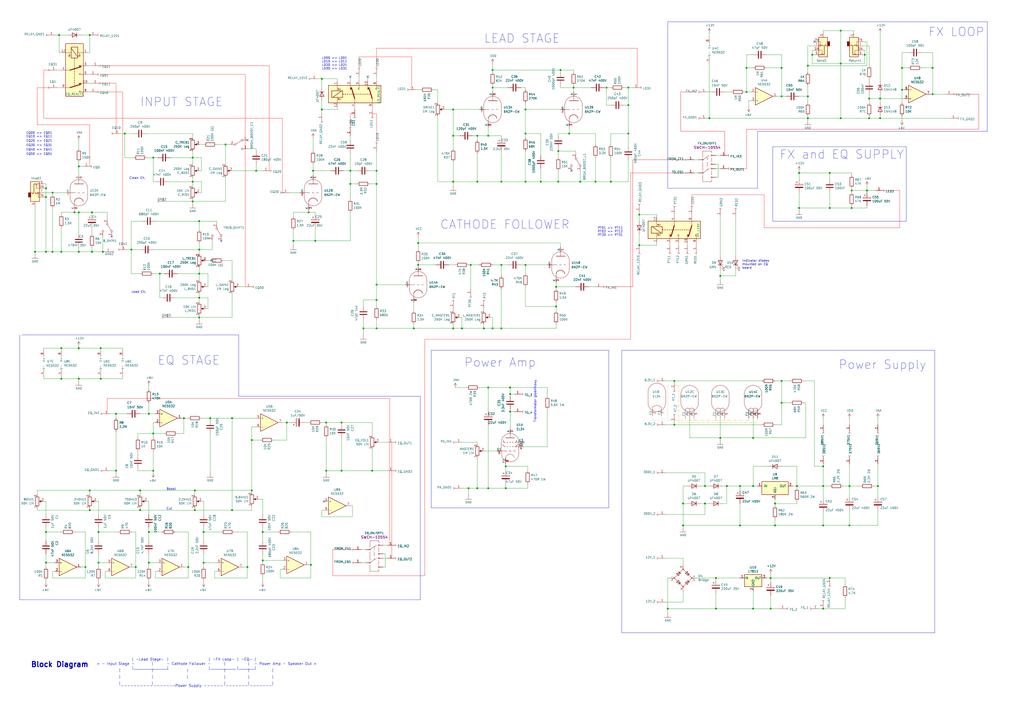
<source format=kicad_sch>
(kicad_sch (version 20230121) (generator eeschema)
  (paper "A2")
  (junction (at 26.67 146.05))
  (junction (at 111.76 91.44))
  (junction (at 304.8 77.47))
  (junction (at 67.31 240.03))
  (junction (at 487.68 36.83))
  (junction (at 72.39 77.47))
  (junction (at 115.57 184.15))
  (junction (at 166.37 245.11))
  (junction (at 106.68 242.57))
  (junction (at 509.27 281.94))
  (junction (at 57.15 308.61))
  (junction (at 354.33 105.41))
  (junction (at 504.19 57.15))
  (junction (at 43.18 123.19))
  (junction (at 240.03 190.5))
  (junction (at 481.33 120.65))
  (junction (at 345.44 105.41))
  (junction (at 262.89 105.41))
  (junction (at 304.8 63.5))
  (junction (at 67.31 273.05))
  (junction (at 130.81 83.82))
  (junction (at 45.72 96.52))
  (junction (at 262.89 78.74))
  (junction (at 35.56 219.71))
  (junction (at 134.62 242.57))
  (junction (at 408.94 292.1))
  (junction (at 449.58 304.8))
  (junction (at 523.24 39.37))
  (junction (at 396.24 304.8))
  (junction (at 391.16 246.38))
  (junction (at 492.76 304.8))
  (junction (at 30.48 146.05))
  (junction (at 111.76 105.41))
  (junction (at 387.35 353.06))
  (junction (at 170.18 139.7))
  (junction (at 76.2 144.78))
  (junction (at 295.91 238.76))
  (junction (at 487.68 68.58))
  (junction (at 295.91 228.6))
  (junction (at 290.83 153.67))
  (junction (at 134.62 295.91))
  (junction (at 86.36 240.03))
  (junction (at 280.67 190.5))
  (junction (at 295.91 224.79))
  (junction (at 481.33 335.28))
  (junction (at 198.12 273.05))
  (junction (at 26.67 308.61))
  (junction (at 304.8 153.67))
  (junction (at 34.29 20.32))
  (junction (at 477.52 304.8))
  (junction (at 198.12 245.11))
  (junction (at 113.03 284.48))
  (junction (at 477.52 353.06))
  (junction (at 242.57 140.97))
  (junction (at 415.29 335.28))
  (junction (at 429.26 304.8))
  (junction (at 203.2 106.68))
  (junction (at 463.55 120.65))
  (junction (at 53.34 146.05))
  (junction (at 113.03 295.91))
  (junction (at 78.74 328.93))
  (junction (at 111.76 116.84))
  (junction (at 52.07 20.32))
  (junction (at 453.39 39.37))
  (junction (at 494.03 120.65))
  (junction (at 81.28 284.48))
  (junction (at 20.32 146.05))
  (junction (at 510.54 68.58))
  (junction (at 421.64 281.94))
  (junction (at 189.23 245.11))
  (junction (at 462.28 281.94))
  (junction (at 58.42 219.71))
  (junction (at 293.37 270.51))
  (junction (at 218.44 106.68))
  (junction (at 325.12 40.64))
  (junction (at 45.72 201.93))
  (junction (at 186.69 45.72))
  (junction (at 88.9 273.05))
  (junction (at 271.78 283.21))
  (junction (at 396.24 292.1))
  (junction (at 88.9 91.44))
  (junction (at 304.8 105.41))
  (junction (at 26.67 326.39))
  (junction (at 115.57 158.75))
  (junction (at 283.21 283.21))
  (junction (at 152.4 308.61))
  (junction (at 49.53 328.93))
  (junction (at 453.39 220.98))
  (junction (at 322.58 177.8))
  (junction (at 152.4 325.12))
  (junction (at 276.86 78.74))
  (junction (at 481.33 100.33))
  (junction (at 88.9 251.46))
  (junction (at 433.07 53.34))
  (junction (at 429.26 281.94))
  (junction (at 541.02 54.61))
  (junction (at 115.57 128.27))
  (junction (at 436.88 353.06))
  (junction (at 391.16 220.98))
  (junction (at 330.2 77.47))
  (junction (at 81.28 295.91))
  (junction (at 45.72 219.71))
  (junction (at 283.21 78.74))
  (junction (at 276.86 283.21))
  (junction (at 86.36 308.61))
  (junction (at 182.88 139.7))
  (junction (at 143.51 328.93))
  (junction (at 415.29 353.06))
  (junction (at 449.58 292.1))
  (junction (at 447.04 335.28))
  (junction (at 148.59 99.06))
  (junction (at 109.22 328.93))
  (junction (at 411.48 68.58))
  (junction (at 492.76 281.94))
  (junction (at 364.49 77.47))
  (junction (at 351.79 50.8))
  (junction (at 417.83 160.02))
  (junction (at 290.83 190.5))
  (junction (at 504.19 68.58))
  (junction (at 408.94 281.94))
  (junction (at 121.92 242.57))
  (junction (at 436.88 281.94))
  (junction (at 35.56 201.93))
  (junction (at 53.34 123.19))
  (junction (at 215.9 273.05))
  (junction (at 285.75 190.5))
  (junction (at 510.54 57.15))
  (junction (at 179.07 123.19))
  (junction (at 323.85 105.41))
  (junction (at 290.83 105.41))
  (junction (at 471.17 31.75))
  (junction (at 52.07 295.91))
  (junction (at 267.97 190.5))
  (junction (at 370.84 124.46))
  (junction (at 447.04 353.06))
  (junction (at 468.63 55.88))
  (junction (at 433.07 39.37))
  (junction (at 26.67 109.22))
  (junction (at 487.68 17.78))
  (junction (at 541.02 39.37))
  (junction (at 218.44 190.5))
  (junction (at 86.36 326.39))
  (junction (at 59.69 146.05))
  (junction (at 370.84 142.24))
  (junction (at 463.55 100.33))
  (junction (at 322.58 166.37))
  (junction (at 501.65 31.75))
  (junction (at 293.37 283.21))
  (junction (at 57.15 326.39))
  (junction (at 285.75 40.64))
  (junction (at 523.24 52.07))
  (junction (at 118.11 308.61))
  (junction (at 468.63 68.58))
  (junction (at 276.86 105.41))
  (junction (at 35.56 146.05))
  (junction (at 58.42 201.93))
  (junction (at 203.2 99.06))
  (junction (at 180.34 327.66))
  (junction (at 436.88 254))
  (junction (at 332.74 50.8))
  (junction (at 118.11 326.39))
  (junction (at 323.85 87.63))
  (junction (at 468.63 38.1))
  (junction (at 52.07 284.48))
  (junction (at 115.57 172.72))
  (junction (at 283.21 224.79))
  (junction (at 218.44 165.1))
  (junction (at 45.72 123.19))
  (junction (at 453.39 233.68))
  (junction (at 181.61 99.06))
  (junction (at 210.82 190.5))
  (junction (at 146.05 255.27))
  (junction (at 364.49 60.96))
  (junction (at 285.75 50.8))
  (junction (at 92.71 158.75))
  (junction (at 336.55 105.41))
  (junction (at 186.69 63.5))
  (junction (at 218.44 173.99))
  (junction (at 45.72 146.05))
  (junction (at 477.52 270.51))
  (junction (at 26.67 114.3))
  (junction (at 494.03 110.49))
  (junction (at 364.49 50.8))
  (junction (at 453.39 55.88))
  (junction (at 189.23 273.05))
  (junction (at 30.48 111.76))
  (junction (at 273.05 153.67))
  (junction (at 242.57 153.67))
  (junction (at 218.44 99.06))
  (junction (at 313.69 105.41))
  (junction (at 262.89 190.5))
  (junction (at 115.57 144.78))
  (junction (at 417.83 254))
  (junction (at 146.05 284.48))
  (junction (at 262.89 63.5))
  (junction (at 502.92 110.49))
  (junction (at 477.52 281.94))
  (no_connect (at 187.96 290.83))
  (no_connect (at 128.27 139.7))
  (no_connect (at 303.53 256.54))
  (no_connect (at 143.51 81.28))
  (no_connect (at 472.44 24.13))
  (no_connect (at 64.77 137.16))
  (no_connect (at 331.47 99.06))
  (no_connect (at 213.36 44.45))
  (no_connect (at 203.2 44.45))
  (wire (pts (xy 285.75 53.34) (xy 285.75 50.8)))
  (polyline (pts (xy 434.34 243.84) (xy 415.29 243.84)) (stroke (width 0) (type dash_dot_dot) (color 194 194 0 1)))
  (wire (pts (xy 26.67 308.61) (xy 26.67 313.69)))
  (wire (pts (xy 195.58 63.5) (xy 195.58 62.23)))
  (wire (pts (xy 283.21 246.38) (xy 283.21 283.21)))
  (wire (pts (xy 116.84 91.44) (xy 111.76 91.44)))
  (wire (pts (xy 240.03 187.96) (xy 240.03 190.5)))
  (wire (pts (xy 325.12 140.97) (xy 242.57 140.97)))
  (polyline (pts (xy 227.33 256.54) (xy 227.33 323.85)) (stroke (width 0) (color 255 0 0 1)))
  (wire (pts (xy 445.77 270.51) (xy 436.88 270.51)))
  (wire (pts (xy 146.05 284.48) (xy 146.05 255.27)))
  (wire (pts (xy 198.12 246.38) (xy 198.12 245.11)))
  (polyline (pts (xy 397.51 100.33) (xy 365.76 100.33)) (stroke (width 0) (color 255 0 0 1)))
  (wire (pts (xy 317.5 259.08) (xy 303.53 259.08)))
  (wire (pts (xy 313.69 97.79) (xy 313.69 105.41)))
  (wire (pts (xy 415.29 335.28) (xy 415.29 336.55)))
  (wire (pts (xy 276.86 283.21) (xy 271.78 283.21)))
  (wire (pts (xy 35.56 308.61) (xy 26.67 308.61)))
  (wire (pts (xy 262.89 78.74) (xy 262.89 63.5)))
  (wire (pts (xy 146.05 295.91) (xy 146.05 293.37)))
  (wire (pts (xy 499.11 281.94) (xy 492.76 281.94)))
  (polyline (pts (xy 193.04 334.01) (xy 193.04 318.77)) (stroke (width 0) (color 255 0 0 1)))
  (wire (pts (xy 381 142.24) (xy 381 140.97)))
  (wire (pts (xy 218.44 106.68) (xy 218.44 99.06)))
  (wire (pts (xy 351.79 60.96) (xy 351.79 50.8)))
  (wire (pts (xy 267.97 283.21) (xy 271.78 283.21)))
  (wire (pts (xy 86.36 233.68) (xy 86.36 240.03)))
  (wire (pts (xy 121.92 242.57) (xy 116.84 242.57)))
  (polyline (pts (xy 58.42 43.18) (xy 142.24 43.18)) (stroke (width 0) (color 255 0 0 1)))
  (wire (pts (xy 189.23 273.05) (xy 189.23 274.32)))
  (wire (pts (xy 285.75 190.5) (xy 280.67 190.5)))
  (polyline (pts (xy 387.35 223.52) (xy 391.16 223.52)) (stroke (width 0) (type dot) (color 132 0 0 1)))
  (wire (pts (xy 119.38 166.37) (xy 120.65 166.37)))
  (wire (pts (xy 481.33 100.33) (xy 463.55 100.33)))
  (wire (pts (xy 284.48 184.15) (xy 285.75 184.15)))
  (wire (pts (xy 504.19 46.99) (xy 504.19 45.72)))
  (wire (pts (xy 433.07 53.34) (xy 435.61 53.34)))
  (wire (pts (xy 336.55 99.06) (xy 336.55 105.41)))
  (wire (pts (xy 43.18 308.61) (xy 49.53 308.61)))
  (wire (pts (xy 417.83 254) (xy 436.88 254)))
  (wire (pts (xy 541.02 39.37) (xy 541.02 54.61)))
  (wire (pts (xy 52.07 43.18) (xy 50.8 43.18)))
  (polyline (pts (xy 391.16 223.52) (xy 393.7 223.52)) (stroke (width 0) (type dash_dot) (color 255 153 0 1)))
  (wire (pts (xy 26.67 306.07) (xy 26.67 308.61)))
  (wire (pts (xy 477.52 19.05) (xy 477.52 17.78)))
  (wire (pts (xy 26.67 290.83) (xy 26.67 298.45)))
  (wire (pts (xy 45.72 123.19) (xy 43.18 123.19)))
  (wire (pts (xy 90.17 335.28) (xy 109.22 335.28)))
  (wire (pts (xy 504.19 26.67) (xy 500.38 26.67)))
  (polyline (pts (xy 383.54 241.3) (xy 383.54 242.57)) (stroke (width 0) (type dot) (color 132 0 0 1)))
  (wire (pts (xy 252.73 153.67) (xy 242.57 153.67)))
  (wire (pts (xy 506.73 281.94) (xy 509.27 281.94)))
  (wire (pts (xy 57.15 321.31) (xy 57.15 326.39)))
  (wire (pts (xy 293.37 269.24) (xy 293.37 270.51)))
  (polyline (pts (xy 360.68 203.2) (xy 360.68 367.03)))
  (wire (pts (xy 62.23 123.19) (xy 53.34 123.19)))
  (polyline (pts (xy 193.04 318.77) (xy 204.47 318.77)) (stroke (width 0) (color 255 0 0 1)))
  (wire (pts (xy 186.69 50.8) (xy 186.69 45.72)))
  (wire (pts (xy 33.02 50.8) (xy 35.56 50.8)))
  (wire (pts (xy 72.39 91.44) (xy 77.47 91.44)))
  (polyline (pts (xy 365.76 196.85) (xy 246.38 196.85)) (stroke (width 0) (color 255 0 0 1)))
  (wire (pts (xy 170.18 123.19) (xy 179.07 123.19)))
  (wire (pts (xy 181.61 87.63) (xy 181.61 80.01)))
  (wire (pts (xy 115.57 140.97) (xy 115.57 144.78)))
  (wire (pts (xy 180.34 308.61) (xy 168.91 308.61)))
  (wire (pts (xy 254 67.31) (xy 254 105.41)))
  (wire (pts (xy 152.4 325.12) (xy 152.4 326.39)))
  (wire (pts (xy 421.64 292.1) (xy 421.64 281.94)))
  (wire (pts (xy 408.94 292.1) (xy 411.48 292.1)))
  (wire (pts (xy 276.86 283.21) (xy 283.21 283.21)))
  (wire (pts (xy 208.28 46.99) (xy 208.28 44.45)))
  (wire (pts (xy 77.47 77.47) (xy 72.39 77.47)))
  (wire (pts (xy 86.36 321.31) (xy 86.36 326.39)))
  (wire (pts (xy 215.9 252.73) (xy 215.9 245.11)))
  (wire (pts (xy 419.1 292.1) (xy 421.64 292.1)))
  (wire (pts (xy 429.26 284.48) (xy 429.26 281.94)))
  (wire (pts (xy 495.3 17.78) (xy 495.3 19.05)))
  (wire (pts (xy 58.42 203.2) (xy 58.42 201.93)))
  (wire (pts (xy 388.62 335.28) (xy 387.35 335.28)))
  (wire (pts (xy 415.29 90.17) (xy 417.83 90.17)))
  (polyline (pts (xy 250.19 203.2) (xy 250.19 294.64)))
  (wire (pts (xy 120.65 166.37) (xy 120.65 158.75)))
  (wire (pts (xy 468.63 38.1) (xy 468.63 41.91)))
  (wire (pts (xy 59.69 146.05) (xy 53.34 146.05)))
  (wire (pts (xy 467.36 233.68) (xy 467.36 254)))
  (wire (pts (xy 58.42 201.93) (xy 45.72 201.93)))
  (wire (pts (xy 215.9 260.35) (xy 215.9 273.05)))
  (wire (pts (xy 471.17 31.75) (xy 472.44 31.75)))
  (wire (pts (xy 21.59 287.02) (xy 21.59 284.48)))
  (polyline (pts (xy 443.23 132.08) (xy 521.97 132.08)) (stroke (width 0) (color 255 0 0 1)))
  (wire (pts (xy 166.37 245.11) (xy 163.83 245.11)))
  (wire (pts (xy 240.03 180.34) (xy 240.03 175.26)))
  (wire (pts (xy 86.36 326.39) (xy 86.36 328.93)))
  (wire (pts (xy 500.38 24.13) (xy 502.92 24.13)))
  (wire (pts (xy 449.58 246.38) (xy 453.39 246.38)))
  (wire (pts (xy 125.73 331.47) (xy 124.46 331.47)))
  (wire (pts (xy 115.57 133.35) (xy 115.57 128.27)))
  (wire (pts (xy 152.4 313.69) (xy 152.4 308.61)))
  (wire (pts (xy 52.07 284.48) (xy 81.28 284.48)))
  (wire (pts (xy 31.75 20.32) (xy 34.29 20.32)))
  (wire (pts (xy 52.07 294.64) (xy 52.07 295.91)))
  (polyline (pts (xy 383.54 242.57) (xy 387.35 242.57)) (stroke (width 0) (type dot) (color 132 0 0 1)))
  (wire (pts (xy 304.8 59.69) (xy 304.8 63.5)))
  (wire (pts (xy 111.76 116.84) (xy 130.81 116.84)))
  (polyline (pts (xy 27.94 50.8) (xy 21.59 50.8)) (stroke (width 0) (color 255 0 0 1)))
  (wire (pts (xy 186.69 63.5) (xy 195.58 63.5)))
  (wire (pts (xy 214.63 106.68) (xy 218.44 106.68)))
  (wire (pts (xy 447.04 332.74) (xy 447.04 335.28)))
  (wire (pts (xy 222.25 323.85) (xy 224.79 323.85)))
  (wire (pts (xy 81.28 144.78) (xy 76.2 144.78)))
  (wire (pts (xy 207.01 99.06) (xy 203.2 99.06)))
  (wire (pts (xy 91.44 326.39) (xy 86.36 326.39)))
  (wire (pts (xy 25.4 111.76) (xy 30.48 111.76)))
  (wire (pts (xy 417.83 156.21) (xy 417.83 160.02)))
  (polyline (pts (xy 12.7 194.31) (xy 138.43 194.31)))
  (wire (pts (xy 124.46 335.28) (xy 143.51 335.28)))
  (polyline (pts (xy 402.59 245.11) (xy 393.7 245.11)) (stroke (width 0) (type dash_dot) (color 255 153 0 1)))
  (wire (pts (xy 262.89 86.36) (xy 262.89 78.74)))
  (wire (pts (xy 125.73 129.54) (xy 125.73 128.27)))
  (polyline (pts (xy 572.77 76.2) (xy 439.42 76.2)))
  (wire (pts (xy 67.31 273.05) (xy 67.31 250.19)))
  (wire (pts (xy 109.22 328.93) (xy 106.68 328.93)))
  (wire (pts (xy 115.57 128.27) (xy 90.17 128.27)))
  (wire (pts (xy 152.4 99.06) (xy 148.59 99.06)))
  (wire (pts (xy 106.68 251.46) (xy 106.68 242.57)))
  (wire (pts (xy 501.65 36.83) (xy 501.65 31.75)))
  (wire (pts (xy 508 110.49) (xy 502.92 110.49)))
  (wire (pts (xy 510.54 46.99) (xy 510.54 19.05)))
  (wire (pts (xy 168.91 245.11) (xy 166.37 245.11)))
  (wire (pts (xy 477.52 269.24) (xy 477.52 270.51)))
  (wire (pts (xy 345.44 77.47) (xy 330.2 77.47)))
  (wire (pts (xy 273.05 153.67) (xy 271.78 153.67)))
  (wire (pts (xy 500.38 29.21) (xy 501.65 29.21)))
  (wire (pts (xy 81.28 287.02) (xy 81.28 284.48)))
  (wire (pts (xy 254 105.41) (xy 262.89 105.41)))
  (wire (pts (xy 146.05 285.75) (xy 146.05 284.48)))
  (wire (pts (xy 26.67 114.3) (xy 26.67 146.05)))
  (wire (pts (xy 509.27 269.24) (xy 509.27 281.94)))
  (wire (pts (xy 370.84 135.89) (xy 370.84 142.24)))
  (polyline (pts (xy 250.19 294.64) (xy 353.06 294.64)))
  (wire (pts (xy 26.67 114.3) (xy 26.67 109.22)))
  (wire (pts (xy 490.22 335.28) (xy 481.33 335.28)))
  (wire (pts (xy 400.05 254) (xy 417.83 254)))
  (wire (pts (xy 143.51 335.28) (xy 143.51 328.93)))
  (wire (pts (xy 304.8 87.63) (xy 304.8 105.41)))
  (wire (pts (xy 55.88 290.83) (xy 57.15 290.83)))
  (wire (pts (xy 76.2 128.27) (xy 76.2 144.78)))
  (wire (pts (xy 67.31 274.32) (xy 67.31 273.05)))
  (wire (pts (xy 345.44 91.44) (xy 345.44 105.41)))
  (wire (pts (xy 109.22 308.61) (xy 109.22 328.93)))
  (wire (pts (xy 262.89 190.5) (xy 240.03 190.5)))
  (wire (pts (xy 134.62 295.91) (xy 146.05 295.91)))
  (wire (pts (xy 477.52 246.38) (xy 477.52 242.57)))
  (wire (pts (xy 179.07 121.92) (xy 179.07 123.19)))
  (wire (pts (xy 57.15 328.93) (xy 57.15 326.39)))
  (wire (pts (xy 504.19 67.31) (xy 504.19 68.58)))
  (wire (pts (xy 224.79 273.05) (xy 215.9 273.05)))
  (polyline (pts (xy 402.59 242.57) (xy 402.59 245.11)) (stroke (width 0) (type dash_dot) (color 255 153 0 1)))
  (polyline (pts (xy 434.34 242.57) (xy 434.34 243.84)) (stroke (width 0) (type dash_dot_dot) (color 194 194 0 1)))
  (wire (pts (xy 278.13 153.67) (xy 273.05 153.67)))
  (wire (pts (xy 262.89 180.34) (xy 262.89 179.07)))
  (wire (pts (xy 209.55 326.39) (xy 212.09 326.39)))
  (wire (pts (xy 111.76 118.11) (xy 111.76 116.84)))
  (wire (pts (xy 402.59 100.33) (xy 405.13 100.33)))
  (wire (pts (xy 322.58 163.83) (xy 322.58 166.37)))
  (wire (pts (xy 161.29 308.61) (xy 152.4 308.61)))
  (wire (pts (xy 323.85 78.74) (xy 323.85 77.47)))
  (wire (pts (xy 322.58 175.26) (xy 322.58 177.8)))
  (wire (pts (xy 162.56 335.28) (xy 180.34 335.28)))
  (wire (pts (xy 53.34 143.51) (xy 53.34 146.05)))
  (wire (pts (xy 494.03 120.65) (xy 481.33 120.65)))
  (wire (pts (xy 78.74 308.61) (xy 78.74 328.93)))
  (wire (pts (xy 481.33 120.65) (xy 463.55 120.65)))
  (polyline (pts (xy 25.4 40.64) (xy 25.4 68.58)) (stroke (width 0) (color 255 0 0 1)))
  (wire (pts (xy 203.2 88.9) (xy 203.2 99.06)))
  (polyline (pts (xy 203.2 73.66) (xy 203.2 66.04)) (stroke (width 0) (color 255 0 0 1)))
  (wire (pts (xy 25.4 114.3) (xy 26.67 114.3)))
  (wire (pts (xy 43.18 123.19) (xy 43.18 121.92)))
  (wire (pts (xy 492.76 304.8) (xy 477.52 304.8)))
  (wire (pts (xy 345.44 105.41) (xy 336.55 105.41)))
  (wire (pts (xy 81.28 294.64) (xy 81.28 295.91)))
  (polyline (pts (xy 422.91 97.79) (xy 433.07 97.79)) (stroke (width 0) (color 194 0 0 1)))
  (wire (pts (xy 501.65 31.75) (xy 500.38 31.75)))
  (wire (pts (xy 444.5 31.75) (xy 453.39 31.75)))
  (wire (pts (xy 313.69 90.17) (xy 313.69 77.47)))
  (wire (pts (xy 80.01 251.46) (xy 88.9 251.46)))
  (wire (pts (xy 91.44 331.47) (xy 90.17 331.47)))
  (wire (pts (xy 179.07 245.11) (xy 176.53 245.11)))
  (wire (pts (xy 203.2 99.06) (xy 203.2 106.68)))
  (wire (pts (xy 184.15 45.72) (xy 186.69 45.72)))
  (wire (pts (xy 218.44 87.63) (xy 218.44 99.06)))
  (wire (pts (xy 158.75 255.27) (xy 166.37 255.27)))
  (polyline (pts (xy 246.38 196.85) (xy 246.38 334.01)) (stroke (width 0) (color 255 0 0 1)))
  (polyline (pts (xy 393.7 245.11) (xy 393.7 223.52)) (stroke (width 0) (type dash_dot) (color 255 153 0 1)))
  (wire (pts (xy 21.59 295.91) (xy 52.07 295.91)))
  (wire (pts (xy 551.18 68.58) (xy 510.54 68.58)))
  (wire (pts (xy 398.78 142.24) (xy 398.78 140.97)))
  (wire (pts (xy 364.49 92.71) (xy 364.49 105.41)))
  (wire (pts (xy 381 124.46) (xy 370.84 124.46)))
  (wire (pts (xy 86.36 308.61) (xy 86.36 313.69)))
  (polyline (pts (xy 567.69 74.93) (xy 567.69 54.61)) (stroke (width 0) (color 194 0 0 1)))
  (wire (pts (xy 118.11 298.45) (xy 118.11 290.83)))
  (wire (pts (xy 266.7 78.74) (xy 262.89 78.74)))
  (polyline (pts (xy 163.83 111.76) (xy 165.1 111.76)))
  (wire (pts (xy 431.8 53.34) (xy 433.07 53.34)))
  (wire (pts (xy 242.57 144.78) (xy 242.57 140.97)))
  (wire (pts (xy 97.79 105.41) (xy 111.76 105.41)))
  (wire (pts (xy 223.52 328.93) (xy 222.25 328.93)))
  (wire (pts (xy 429.26 281.94) (xy 421.64 281.94)))
  (wire (pts (xy 133.35 83.82) (xy 130.81 83.82)))
  (wire (pts (xy 30.48 111.76) (xy 30.48 113.03)))
  (wire (pts (xy 449.58 300.99) (xy 449.58 304.8)))
  (wire (pts (xy 35.56 132.08) (xy 35.56 146.05)))
  (wire (pts (xy 148.59 99.06) (xy 148.59 95.25)))
  (wire (pts (xy 21.59 294.64) (xy 21.59 295.91)))
  (polyline (pts (xy 11.43 347.98) (xy 11.43 194.31)))
  (wire (pts (xy 502.92 110.49) (xy 494.03 110.49)))
  (wire (pts (xy 477.52 270.51) (xy 477.52 281.94)))
  (wire (pts (xy 116.84 99.06) (xy 116.84 91.44)))
  (wire (pts (xy 523.24 30.48) (xy 523.24 39.37)))
  (wire (pts (xy 116.84 111.76) (xy 116.84 105.41)))
  (wire (pts (xy 115.57 162.56) (xy 115.57 158.75)))
  (wire (pts (xy 30.48 331.47) (xy 30.48 335.28)))
  (wire (pts (xy 52.07 30.48) (xy 52.07 20.32)))
  (wire (pts (xy 111.76 95.25) (xy 111.76 91.44)))
  (wire (pts (xy 306.07 280.67) (xy 306.07 283.21)))
  (wire (pts (xy 218.44 190.5) (xy 218.44 185.42)))
  (wire (pts (xy 130.81 83.82) (xy 125.73 83.82)))
  (wire (pts (xy 119.38 151.13) (xy 121.92 151.13)))
  (wire (pts (xy 502.92 24.13) (xy 502.92 38.1)))
  (wire (pts (xy 26.67 109.22) (xy 26.67 106.68)))
  (wire (pts (xy 45.72 146.05) (xy 35.56 146.05)))
  (wire (pts (xy 52.07 53.34) (xy 50.8 53.34)))
  (wire (pts (xy 152.4 334.01) (xy 152.4 337.82)))
  (wire (pts (xy 317.5 229.87) (xy 317.5 224.79)))
  (polyline (pts (xy 439.42 242.57) (xy 439.42 245.11)) (stroke (width 0) (type dash_dot) (color 255 153 0 1)))
  (wire (pts (xy 436.88 242.57) (xy 436.88 254)))
  (wire (pts (xy 509.27 246.38) (xy 509.27 242.57)))
  (polyline (pts (xy 420.37 90.17) (xy 420.37 76.2)) (stroke (width 0) (color 194 0 0 1)))
  (wire (pts (xy 381 125.73) (xy 381 124.46)))
  (wire (pts (xy 189.23 254) (xy 189.23 273.05)))
  (wire (pts (xy 541.02 30.48) (xy 541.02 39.37)))
  (wire (pts (xy 278.13 224.79) (xy 283.21 224.79)))
  (wire (pts (xy 119.38 179.07) (xy 120.65 179.07)))
  (wire (pts (xy 57.15 290.83) (xy 57.15 298.45)))
  (wire (pts (xy 162.56 330.2) (xy 162.56 335.28)))
  (polyline (pts (xy 52.07 72.39) (xy 21.59 72.39)) (stroke (width 0) (color 255 0 0 1)))
  (wire (pts (xy 180.34 327.66) (xy 180.34 308.61)))
  (wire (pts (xy 271.78 283.21) (xy 271.78 287.02)))
  (wire (pts (xy 447.04 353.06) (xy 436.88 353.06)))
  (polyline (pts (xy 52.07 96.52) (xy 52.07 72.39)) (stroke (width 0) (color 255 0 0 1)))
  (wire (pts (xy 294.64 50.8) (xy 285.75 50.8)))
  (wire (pts (xy 283.21 283.21) (xy 293.37 283.21)))
  (wire (pts (xy 325.12 143.51) (xy 325.12 140.97)))
  (wire (pts (xy 102.87 251.46) (xy 106.68 251.46)))
  (wire (pts (xy 69.85 77.47) (xy 72.39 77.47)))
  (wire (pts (xy 148.59 242.57) (xy 134.62 242.57)))
  (wire (pts (xy 441.96 220.98) (xy 391.16 220.98)))
  (wire (pts (xy 118.11 290.83) (xy 116.84 290.83)))
  (wire (pts (xy 325.12 49.53) (xy 325.12 50.8)))
  (wire (pts (xy 262.89 105.41) (xy 262.89 107.95)))
  (wire (pts (xy 71.12 219.71) (xy 58.42 219.71)))
  (wire (pts (xy 436.88 31.75) (xy 433.07 31.75)))
  (wire (pts (xy 332.74 41.91) (xy 332.74 40.64)))
  (wire (pts (xy 85.09 290.83) (xy 86.36 290.83)))
  (wire (pts (xy 115.57 184.15) (xy 115.57 185.42)))
  (wire (pts (xy 453.39 31.75) (xy 453.39 39.37)))
  (wire (pts (xy 364.49 60.96) (xy 361.95 60.96)))
  (wire (pts (xy 25.4 203.2) (xy 25.4 201.93)))
  (wire (pts (xy 391.16 125.73) (xy 391.16 124.46)))
  (wire (pts (xy 53.34 123.19) (xy 45.72 123.19)))
  (wire (pts (xy 53.34 146.05) (xy 45.72 146.05)))
  (wire (pts (xy 342.9 50.8) (xy 332.74 50.8)))
  (wire (pts (xy 459.74 281.94) (xy 462.28 281.94)))
  (wire (pts (xy 62.23 127) (xy 62.23 123.19)))
  (wire (pts (xy 179.07 327.66) (xy 180.34 327.66)))
  (wire (pts (xy 317.5 224.79) (xy 295.91 224.79)))
  (wire (pts (xy 285.75 41.91) (xy 285.75 40.64)))
  (wire (pts (xy 71.12 201.93) (xy 58.42 201.93)))
  (wire (pts (xy 86.36 290.83) (xy 86.36 298.45)))
  (wire (pts (xy 474.98 353.06) (xy 477.52 353.06)))
  (wire (pts (xy 102.87 158.75) (xy 115.57 158.75)))
  (wire (pts (xy 90.17 105.41) (xy 88.9 105.41)))
  (wire (pts (xy 477.52 304.8) (xy 449.58 304.8)))
  (polyline (pts (xy 218.44 66.04) (xy 218.44 82.55)) (stroke (width 0) (color 255 0 0 1)))
  (polyline (pts (xy 572.77 12.7) (xy 572.77 76.2)))
  (wire (pts (xy 125.73 128.27) (xy 115.57 128.27)))
  (wire (pts (xy 336.55 105.41) (xy 323.85 105.41)))
  (wire (pts (xy 426.72 125.73) (xy 426.72 148.59)))
  (wire (pts (xy 396.24 292.1) (xy 396.24 304.8)))
  (wire (pts (xy 86.36 240.03) (xy 81.28 240.03)))
  (wire (pts (xy 101.6 308.61) (xy 109.22 308.61)))
  (wire (pts (xy 267.97 184.15) (xy 267.97 190.5)))
  (wire (pts (xy 116.84 99.06) (xy 115.57 99.06)))
  (wire (pts (xy 408.94 274.32) (xy 408.94 281.94)))
  (wire (pts (xy 222.25 321.31) (xy 223.52 321.31)))
  (wire (pts (xy 210.82 173.99) (xy 218.44 173.99)))
  (wire (pts (xy 45.72 203.2) (xy 45.72 201.93)))
  (wire (pts (xy 481.33 104.14) (xy 481.33 100.33)))
  (wire (pts (xy 48.26 96.52) (xy 45.72 96.52)))
  (wire (pts (xy 52.07 295.91) (xy 81.28 295.91)))
  (wire (pts (xy 492.76 288.29) (xy 492.76 281.94)))
  (wire (pts (xy 111.76 77.47) (xy 111.76 80.01)))
  (wire (pts (xy 434.34 58.42) (xy 434.34 62.23)))
  (wire (pts (xy 304.8 177.8) (xy 322.58 177.8)))
  (wire (pts (xy 295.91 238.76) (xy 298.45 238.76)))
  (wire (pts (xy 293.37 280.67) (xy 293.37 283.21)))
  (wire (pts (xy 115.57 175.26) (xy 115.57 172.72)))
  (wire (pts (xy 273.05 167.64) (xy 273.05 153.67)))
  (wire (pts (xy 123.19 144.78) (xy 115.57 144.78)))
  (wire (pts (xy 402.59 92.71) (xy 405.13 92.71)))
  (wire (pts (xy 163.83 330.2) (xy 162.56 330.2)))
  (wire (pts (xy 63.5 240.03) (xy 67.31 240.03)))
  (wire (pts (xy 304.8 166.37) (xy 304.8 177.8)))
  (wire (pts (xy 393.7 142.24) (xy 393.7 140.97)))
  (wire (pts (xy 453.39 220.98) (xy 449.58 220.98)))
  (wire (pts (xy 426.72 160.02) (xy 426.72 156.21)))
  (wire (pts (xy 285.75 50.8) (xy 285.75 49.53)))
  (wire (pts (xy 447.04 335.28) (xy 444.5 335.28)))
  (wire (pts (xy 471.17 36.83) (xy 487.68 36.83)))
  (wire (pts (xy 93.98 172.72) (xy 92.71 172.72)))
  (wire (pts (xy 502.92 120.65) (xy 494.03 120.65)))
  (wire (pts (xy 322.58 187.96) (xy 322.58 190.5)))
  (wire (pts (xy 115.57 170.18) (xy 115.57 172.72)))
  (wire (pts (xy 276.86 78.74) (xy 274.32 78.74)))
  (wire (pts (xy 524.51 52.07) (xy 523.24 52.07)))
  (wire (pts (xy 34.29 20.32) (xy 34.29 30.48)))
  (wire (pts (xy 345.44 83.82) (xy 345.44 77.47)))
  (wire (pts (xy 53.34 135.89) (xy 53.34 132.08)))
  (wire (pts (xy 322.58 177.8) (xy 322.58 180.34)))
  (wire (pts (xy 186.69 299.72) (xy 204.47 299.72)))
  (wire (pts (xy 410.21 68.58) (xy 411.48 68.58)))
  (wire (pts (xy 387.35 353.06) (xy 415.29 353.06)))
  (wire (pts (xy 444.5 39.37) (xy 453.39 39.37)))
  (wire (pts (xy 323.85 105.41) (xy 313.69 105.41)))
  (wire (pts (xy 334.01 88.9) (xy 334.01 87.63)))
  (polyline (pts (xy 365.76 100.33) (xy 365.76 196.85)) (stroke (width 0) (color 255 0 0 1)))
  (wire (pts (xy 504.19 57.15) (xy 504.19 59.69)))
  (wire (pts (xy 367.03 50.8) (xy 364.49 50.8)))
  (wire (pts (xy 396.24 292.1) (xy 398.78 292.1)))
  (wire (pts (xy 52.07 20.32) (xy 46.99 20.32)))
  (wire (pts (xy 130.81 102.87) (xy 130.81 116.84)))
  (wire (pts (xy 462.28 281.94) (xy 462.28 270.51)))
  (wire (pts (xy 502.92 111.76) (xy 502.92 110.49)))
  (polyline (pts (xy 542.29 203.2) (xy 360.68 203.2)))
  (wire (pts (xy 548.64 54.61) (xy 541.02 54.61)))
  (wire (pts (xy 49.53 308.61) (xy 49.53 328.93)))
  (wire (pts (xy 458.47 233.68) (xy 453.39 233.68)))
  (wire (pts (xy 88.9 158.75) (xy 92.71 158.75)))
  (wire (pts (xy 254 52.07) (xy 251.46 52.07)))
  (wire (pts (xy 266.7 184.15) (xy 267.97 184.15)))
  (wire (pts (xy 113.03 295.91) (xy 134.62 295.91)))
  (wire (pts (xy 152.4 308.61) (xy 152.4 306.07)))
  (polyline (pts (xy 521.97 110.49) (xy 513.08 110.49)) (stroke (width 0) (color 255 0 0 1)))
  (wire (pts (xy 276.86 105.41) (xy 276.86 88.9)))
  (wire (pts (xy 290.83 153.67) (xy 285.75 153.67)))
  (wire (pts (xy 134.62 295.91) (xy 134.62 242.57)))
  (polyline (pts (xy 448.31 128.27) (xy 448.31 85.09)))
  (wire (pts (xy 111.76 107.95) (xy 111.76 105.41)))
  (wire (pts (xy 534.67 30.48) (xy 541.02 30.48)))
  (wire (pts (xy 280.67 179.07) (xy 280.67 180.34)))
  (polyline (pts (xy 226.06 231.14) (xy 62.23 231.14)) (stroke (width 0) (color 255 0 0 1)))
  (wire (pts (xy 304.8 80.01) (xy 304.8 77.47)))
  (wire (pts (xy 45.72 201.93) (xy 45.72 200.66)))
  (wire (pts (xy 57.15 337.82) (xy 57.15 336.55)))
  (wire (pts (xy 415.29 353.06) (xy 415.29 344.17)))
  (wire (pts (xy 406.4 281.94) (xy 408.94 281.94)))
  (wire (pts (xy 490.22 346.71) (xy 490.22 353.06)))
  (wire (pts (xy 283.21 78.74) (xy 276.86 78.74)))
  (wire (pts (xy 179.07 123.19) (xy 182.88 123.19)))
  (wire (pts (xy 88.9 105.41) (xy 88.9 91.44)))
  (wire (pts (xy 90.17 245.11) (xy 88.9 245.11)))
  (wire (pts (xy 317.5 237.49) (xy 317.5 259.08)))
  (wire (pts (xy 85.09 91.44) (xy 88.9 91.44)))
  (polyline (pts (xy 433.07 97.79) (xy 433.07 74.93)) (stroke (width 0) (color 194 0 0 1)))
  (wire (pts (xy 453.39 233.68) (xy 453.39 220.98)))
  (wire (pts (xy 332.74 40.64) (xy 325.12 40.64)))
  (wire (pts (xy 148.59 86.36) (xy 148.59 87.63)))
  (polyline (pts (xy 415.29 243.84) (xy 397.51 243.84)) (stroke (width 0) (type dash_dot_dot) (color 194 194 0 1)))
  (wire (pts (xy 152.4 289.56) (xy 152.4 298.45)))
  (wire (pts (xy 143.51 86.36) (xy 148.59 86.36)))
  (wire (pts (xy 121.92 274.32) (xy 121.92 251.46)))
  (polyline (pts (xy 448.31 85.09) (xy 525.78 85.09)))
  (wire (pts (xy 203.2 123.19) (xy 203.2 139.7)))
  (wire (pts (xy 370.84 123.19) (xy 370.84 124.46)))
  (wire (pts (xy 304.8 158.75) (xy 304.8 153.67)))
  (wire (pts (xy 80.01 273.05) (xy 88.9 273.05)))
  (wire (pts (xy 120.65 158.75) (xy 115.57 158.75)))
  (wire (pts (xy 463.55 100.33) (xy 463.55 99.06)))
  (wire (pts (xy 494.03 110.49) (xy 494.03 109.22)))
  (wire (pts (xy 304.8 77.47) (xy 304.8 63.5)))
  (wire (pts (xy 462.28 270.51) (xy 453.39 270.51)))
  (wire (pts (xy 26.67 146.05) (xy 20.32 146.05)))
  (wire (pts (xy 468.63 69.85) (xy 468.63 68.58)))
  (wire (pts (xy 504.19 57.15) (xy 510.54 57.15)))
  (wire (pts (xy 134.62 99.06) (xy 148.59 99.06)))
  (wire (pts (xy 370.84 142.24) (xy 381 142.24)))
  (wire (pts (xy 71.12 218.44) (xy 71.12 219.71)))
  (wire (pts (xy 453.39 55.88) (xy 450.85 55.88)))
  (wire (pts (xy 290.83 105.41) (xy 276.86 105.41)))
  (wire (pts (xy 408.94 281.94) (xy 411.48 281.94)))
  (wire (pts (xy 494.03 100.33) (xy 481.33 100.33)))
  (wire (pts (xy 471.17 29.21) (xy 471.17 31.75)))
  (wire (pts (xy 313.69 77.47) (xy 304.8 77.47)))
  (wire (pts (xy 447.04 337.82) (xy 447.04 335.28)))
  (wire (pts (xy 71.12 203.2) (xy 71.12 201.93)))
  (polyline (pts (xy 203.2 66.04) (xy 205.74 66.04)) (stroke (width 0) (color 255 0 0 1)))
  (wire (pts (xy 152.4 289.56) (xy 149.86 289.56)))
  (polyline (pts (xy 420.37 242.57) (xy 420.37 245.11)) (stroke (width 0) (type dash_dot) (color 255 153 0 1)))
  (wire (pts (xy 67.31 240.03) (xy 67.31 242.57)))
  (wire (pts (xy 198.12 245.11) (xy 189.23 245.11)))
  (wire (pts (xy 364.49 50.8) (xy 364.49 60.96)))
  (polyline (pts (xy 387.35 242.57) (xy 387.35 223.52)) (stroke (width 0) (type dot) (color 132 0 0 1)))
  (polyline (pts (xy 439.42 109.22) (xy 387.35 109.22)))
  (wire (pts (xy 433.07 39.37) (xy 433.07 53.34)))
  (wire (pts (xy 35.56 123.19) (xy 35.56 124.46)))
  (wire (pts (xy 436.88 281.94) (xy 429.26 281.94)))
  (wire (pts (xy 81.28 295.91) (xy 113.03 295.91)))
  (wire (pts (xy 295.91 237.49) (xy 295.91 238.76)))
  (wire (pts (xy 25.4 290.83) (xy 26.67 290.83)))
  (wire (pts (xy 411.48 68.58) (xy 468.63 68.58)))
  (wire (pts (xy 85.09 77.47) (xy 111.76 77.47)))
  (wire (pts (xy 502.92 107.95) (xy 502.92 110.49)))
  (wire (pts (xy 330.2 77.47) (xy 330.2 73.66)))
  (wire (pts (xy 92.71 172.72) (xy 92.71 158.75)))
  (wire (pts (xy 276.86 257.81) (xy 276.86 256.54)))
  (wire (pts (xy 290.83 160.02) (xy 290.83 153.67)))
  (wire (pts (xy 218.44 99.06) (xy 214.63 99.06)))
  (wire (pts (xy 25.4 109.22) (xy 26.67 109.22)))
  (wire (pts (xy 477.52 281.94) (xy 462.28 281.94)))
  (wire (pts (xy 50.8 48.26) (xy 53.34 48.26)))
  (wire (pts (xy 524.51 57.15) (xy 510.54 57.15)))
  (polyline (pts (xy 156.21 38.1) (xy 58.42 38.1)) (stroke (width 0) (color 255 0 0 1)))
  (polyline (pts (xy 218.44 27.94) (xy 369.57 27.94)) (stroke (width 0) (color 255 0 0 1)))
  (wire (pts (xy 125.73 326.39) (xy 118.11 326.39)))
  (wire (pts (xy 306.07 283.21) (xy 293.37 283.21)))
  (wire (pts (xy 523.24 52.07) (xy 523.24 39.37)))
  (wire (pts (xy 45.72 219.71) (xy 45.72 218.44)))
  (wire (pts (xy 463.55 104.14) (xy 463.55 100.33)))
  (wire (pts (xy 436.88 270.51) (xy 436.88 281.94)))
  (wire (pts (xy 462.28 290.83) (xy 462.28 292.1)))
  (wire (pts (xy 210.82 177.8) (xy 210.82 173.99)))
  (polyline (pts (xy 226.06 316.23) (xy 226.06 231.14)) (stroke (width 0) (color 255 0 0 1)))
  (wire (pts (xy 306.07 273.05) (xy 306.07 270.51)))
  (wire (pts (xy 60.96 331.47) (xy 60.96 335.28)))
  (wire (pts (xy 57.15 326.39) (xy 62.23 326.39)))
  (wire (pts (xy 364.49 85.09) (xy 364.49 77.47)))
  (wire (pts (xy 283.21 238.76) (xy 283.21 224.79)))
  (wire (pts (xy 468.63 68.58) (xy 468.63 67.31)))
  (wire (pts (xy 267.97 190.5) (xy 262.89 190.5)))
  (polyline (pts (xy 420.37 76.2) (xy 394.97 76.2)) (stroke (width 0) (color 194 0 0 1)))
  (wire (pts (xy 59.69 137.16) (xy 59.69 146.05)))
  (wire (pts (xy 78.74 328.93) (xy 77.47 328.93)))
  (wire (pts (xy 429.26 335.28) (xy 415.29 335.28)))
  (wire (pts (xy 88.9 254) (xy 88.9 251.46)))
  (wire (pts (xy 243.84 52.07) (xy 241.3 52.07)))
  (wire (pts (xy 73.66 144.78) (xy 76.2 144.78)))
  (wire (pts (xy 118.11 308.61) (xy 128.27 308.61)))
  (wire (pts (xy 276.86 265.43) (xy 276.86 283.21)))
  (wire (pts (xy 35.56 123.19) (xy 43.18 123.19)))
  (wire (pts (xy 39.37 20.32) (xy 34.29 20.32)))
  (wire (pts (xy 501.65 29.21) (xy 501.65 31.75)))
  (wire (pts (xy 435.61 58.42) (xy 434.34 58.42)))
  (wire (pts (xy 93.98 308.61) (xy 86.36 308.61)))
  (wire (pts (xy 509.27 288.29) (xy 509.27 281.94)))
  (wire (pts (xy 49.53 335.28) (xy 49.53 328.93)))
  (wire (pts (xy 58.42 219.71) (xy 45.72 219.71)))
  (wire (pts (xy 290.83 78.74) (xy 283.21 78.74)))
  (wire (pts (xy 306.07 270.51) (xy 293.37 270.51)))
  (wire (pts (xy 242.57 140.97) (xy 242.57 137.16)))
  (wire (pts (xy 120.65 172.72) (xy 115.57 172.72)))
  (wire (pts (xy 436.88 39.37) (xy 433.07 39.37)))
  (wire (pts (xy 181.61 101.6) (xy 181.61 99.06)))
  (wire (pts (xy 57.15 313.69) (xy 57.15 308.61)))
  (wire (pts (xy 254 59.69) (xy 254 52.07)))
  (wire (pts (xy 26.67 106.68) (xy 25.4 106.68)))
  (wire (pts (xy 86.36 226.06) (xy 86.36 223.52)))
  (wire (pts (xy 134.62 242.57) (xy 121.92 242.57)))
  (wire (pts (xy 195.58 45.72) (xy 195.58 46.99)))
  (wire (pts (xy 468.63 55.88) (xy 468.63 59.69)))
  (wire (pts (xy 290.83 190.5) (xy 285.75 190.5)))
  (wire (pts (xy 453.39 39.37) (xy 453.39 55.88)))
  (wire (pts (xy 494.03 101.6) (xy 494.03 100.33)))
  (polyline (pts (xy 246.38 334.01) (xy 193.04 334.01)) (stroke (width 0) (color 255 0 0 1)))
  (wire (pts (xy 82.55 128.27) (xy 76.2 128.27)))
  (polyline (pts (xy 567.69 54.61) (xy 553.72 54.61)) (stroke (width 0) (color 194 0 0 1)))
  (wire (pts (xy 113.03 294.64) (xy 113.03 295.91)))
  (wire (pts (xy 182.88 123.19) (xy 182.88 124.46)))
  (wire (pts (xy 81.28 284.48) (xy 113.03 284.48)))
  (wire (pts (xy 210.82 190.5) (xy 218.44 190.5)))
  (wire (pts (xy 481.33 281.94) (xy 477.52 281.94)))
  (polyline (pts (xy 25.4 68.58) (xy 163.83 68.58)) (stroke (width 0) (color 255 0 0 1)))
  (wire (pts (xy 481.33 111.76) (xy 481.33 120.65)))
  (wire (pts (xy 38.1 111.76) (xy 30.48 111.76)))
  (wire (pts (xy 203.2 106.68) (xy 207.01 106.68)))
  (wire (pts (xy 463.55 120.65) (xy 463.55 111.76)))
  (wire (pts (xy 209.55 318.77) (xy 212.09 318.77)))
  (wire (pts (xy 115.57 184.15) (xy 134.62 184.15)))
  (wire (pts (xy 260.35 153.67) (xy 264.16 153.67)))
  (wire (pts (xy 417.83 125.73) (xy 417.83 148.59)))
  (wire (pts (xy 134.62 170.18) (xy 134.62 184.15)))
  (wire (pts (xy 35.56 201.93) (xy 45.72 201.93)))
  (wire (pts (xy 417.83 160.02) (xy 426.72 160.02)))
  (wire (pts (xy 26.67 337.82) (xy 26.67 336.55)))
  (wire (pts (xy 387.35 335.28) (xy 387.35 353.06)))
  (wire (pts (xy 210.82 194.31) (xy 210.82 190.5)))
  (wire (pts (xy 410.21 53.34) (xy 412.75 53.34)))
  (wire (pts (xy 436.88 254) (xy 467.36 254)))
  (wire (pts (xy 354.33 105.41) (xy 345.44 105.41)))
  (wire (pts (xy 170.18 125.73) (xy 170.18 123.19)))
  (wire (pts (xy 30.48 335.28) (xy 49.53 335.28)))
  (wire (pts (xy 76.2 144.78) (xy 76.2 158.75)))
  (wire (pts (xy 191.77 99.06) (xy 181.61 99.06)))
  (wire (pts (xy 203.2 106.68) (xy 203.2 115.57)))
  (polyline (pts (xy 208.28 33.02) (xy 238.76 33.02)) (stroke (width 0) (color 255 0 0 1)))
  (wire (pts (xy 121.92 243.84) (xy 121.92 242.57)))
  (wire (pts (xy 45.72 220.98) (xy 45.72 219.71)))
  (wire (pts (xy 304.8 52.07) (xy 304.8 50.8)))
  (wire (pts (xy 494.03 119.38) (xy 494.03 120.65)))
  (wire (pts (xy 34.29 30.48) (xy 35.56 30.48)))
  (polyline (pts (xy 367.03 166.37) (xy 350.52 166.37)) (stroke (width 0) (color 194 0 0 1)))
  (wire (pts (xy 462.28 283.21) (xy 462.28 281.94)))
  (wire (pts (xy 406.4 292.1) (xy 408.94 292.1)))
  (wire (pts (xy 433.07 31.75) (xy 433.07 39.37)))
  (polyline (pts (xy 394.97 53.34) (xy 403.86 53.34)) (stroke (width 0) (color 194 0 0 1)))
  (wire (pts (xy 205.74 63.5) (xy 205.74 62.23)))
  (wire (pts (xy 99.06 184.15) (xy 115.57 184.15)))
  (wire (pts (xy 411.48 36.83) (xy 411.48 68.58)))
  (wire (pts (xy 264.16 224.79) (xy 270.51 224.79)))
  (wire (pts (xy 118.11 308.61) (xy 118.11 313.69)))
  (wire (pts (xy 447.04 335.28) (xy 481.33 335.28)))
  (wire (pts (xy 411.48 21.59) (xy 411.48 19.05)))
  (wire (pts (xy 140.97 328.93) (xy 143.51 328.93)))
  (wire (pts (xy 49.53 328.93) (xy 46.99 328.93)))
  (wire (pts (xy 146.05 247.65) (xy 146.05 255.27)))
  (wire (pts (xy 45.72 86.36) (xy 45.72 81.28)))
  (wire (pts (xy 35.56 218.44) (xy 35.56 219.71)))
  (wire (pts (xy 262.89 63.5) (xy 257.81 63.5)))
  (wire (pts (xy 186.69 245.11) (xy 189.23 245.11)))
  (wire (pts (xy 26.67 321.31) (xy 26.67 326.39)))
  (wire (pts (xy 118.11 321.31) (xy 118.11 326.39)))
  (wire (pts (xy 487.68 17.78) (xy 495.3 17.78)))
  (wire (pts (xy 203.2 81.28) (xy 203.2 78.74)))
  (wire (pts (xy 115.57 111.76) (xy 116.84 111.76)))
  (wire (pts (xy 115.57 144.78) (xy 115.57 147.32)))
  (wire (pts (xy 26.67 326.39) (xy 31.75 326.39)))
  (wire (pts (xy 534.67 39.37) (xy 541.02 39.37)))
  (wire (pts (xy 294.64 153.67) (xy 290.83 153.67)))
  (wire (pts (xy 204.47 299.72) (xy 204.47 293.37)))
  (wire (pts (xy 436.88 342.9) (xy 436.88 353.06)))
  (wire (pts (xy 354.33 105.41) (xy 364.49 105.41)))
  (wire (pts (xy 541.02 54.61) (xy 539.75 54.61)))
  (wire (pts (xy 283.21 73.66) (xy 283.21 78.74)))
  (wire (pts (xy 170.18 133.35) (xy 170.18 139.7)))
  (wire (pts (xy 215.9 245.11) (xy 198.12 245.11)))
  (wire (pts (xy 58.42 218.44) (xy 58.42 219.71)))
  (wire (pts (xy 90.17 240.03) (xy 86.36 240.03)))
  (wire (pts (xy 115.57 83.82) (xy 118.11 83.82)))
  (wire (pts (xy 203.2 46.99) (xy 203.2 44.45)))
  (wire (pts (xy 290.83 80.01) (xy 290.83 78.74)))
  (polyline (pts (xy 387.35 12.7) (xy 572.77 12.7)))
  (wire (pts (xy 332.74 50.8) (xy 332.74 53.34)))
  (wire (pts (xy 240.03 190.5) (xy 218.44 190.5)))
  (wire (pts (xy 304.8 153.67) (xy 302.26 153.67)))
  (wire (pts (xy 354.33 83.82) (xy 354.33 77.47)))
  (wire (pts (xy 391.16 246.38) (xy 391.16 245.11)))
  (wire (pts (xy 396.24 281.94) (xy 396.24 292.1)))
  (wire (pts (xy 134.62 162.56) (xy 134.62 151.13)))
  (wire (pts (xy 295.91 228.6) (xy 295.91 229.87)))
  (wire (pts (xy 429.26 304.8) (xy 396.24 304.8)))
  (polyline (pts (xy 62.23 231.14) (xy 62.23 240.03)) (stroke (width 0) (color 255 0 0 1)))
  (wire (pts (xy 477.52 297.18) (xy 477.52 304.8)))
  (wire (pts (xy 86.36 306.07) (xy 86.36 308.61)))
  (wire (pts (xy 25.4 201.93) (xy 35.56 201.93)))
  (wire (pts (xy 198.12 273.05) (xy 189.23 273.05)))
  (wire (pts (xy 57.15 308.61) (xy 68.58 308.61)))
  (wire (pts (xy 523.24 59.69) (xy 523.24 52.07)))
  (wire (pts (xy 441.96 246.38) (xy 391.16 246.38)))
  (wire (pts (xy 115.57 158.75) (xy 115.57 154.94)))
  (wire (pts (xy 387.35 355.6) (xy 387.35 353.06)))
  (wire (pts (xy 45.72 96.52) (xy 45.72 101.6)))
  (wire (pts (xy 45.72 135.89) (xy 45.72 123.19)))
  (wire (pts (xy 386.08 298.45) (xy 408.94 298.45)))
  (wire (pts (xy 468.63 26.67) (xy 468.63 38.1)))
  (polyline (pts (xy 218.44 39.37) (xy 218.44 27.94)) (stroke (width 0) (color 255 0 0 1)))
  (wire (pts (xy 218.44 177.8) (xy 218.44 173.99)))
  (wire (pts (xy 166.37 255.27) (xy 166.37 245.11)))
  (wire (pts (xy 124.46 331.47) (xy 124.46 335.28)))
  (wire (pts (xy 527.05 30.48) (xy 523.24 30.48)))
  (polyline (pts (xy 397.51 92.71) (xy 367.03 92.71)) (stroke (width 0) (color 194 0 0 1)))
  (wire (pts (xy 332.74 49.53) (xy 332.74 50.8)))
  (wire (pts (xy 109.22 335.28) (xy 109.22 328.93)))
  (wire (pts (xy 88.9 273.05) (xy 88.9 274.32)))
  (wire (pts (xy 72.39 77.47) (xy 72.39 91.44)))
  (polyline (pts (xy 387.35 12.7) (xy 387.35 109.22)))
  (polyline (pts (xy 391.16 243.84) (xy 397.51 243.84)) (stroke (width 0) (type dash_dot_dot) (color 194 194 0 1)))
  (wire (pts (xy 86.36 336.55) (xy 86.36 337.82)))
  (wire (pts (xy 116.84 105.41) (xy 111.76 105.41)))
  (wire (pts (xy 118.11 337.82) (xy 118.11 336.55)))
  (wire (pts (xy 143.51 308.61) (xy 143.51 328.93)))
  (wire (pts (xy 218.44 173.99) (xy 218.44 165.1)))
  (wire (pts (xy 293.37 270.51) (xy 293.37 273.05)))
  (wire (pts (xy 492.76 242.57) (xy 492.76 246.38)))
  (wire (pts (xy 111.76 116.84) (xy 111.76 115.57)))
  (wire (pts (xy 447.04 345.44) (xy 447.04 353.06)))
  (wire (pts (xy 396.24 349.25) (xy 396.24 342.9)))
  (wire (pts (xy 472.44 270.51) (xy 477.52 270.51)))
  (wire (pts (xy 113.03 287.02) (xy 113.03 284.48)))
  (wire (pts (xy 502.92 38.1) (xy 468.63 38.1)))
  (wire (pts (xy 298.45 228.6) (xy 295.91 228.6)))
  (wire (pts (xy 509.27 304.8) (xy 492.76 304.8)))
  (wire (pts (xy 223.52 321.31) (xy 223.52 328.93)))
  (wire (pts (xy 242.57 153.67) (xy 242.57 152.4)))
  (polyline (pts (xy 353.06 203.2) (xy 250.19 203.2)))
  (wire (pts (xy 472.44 29.21) (xy 471.17 29.21)))
  (wire (pts (xy 492.76 269.24) (xy 492.76 281.94)))
  (wire (pts (xy 290.83 190.5) (xy 322.58 190.5)))
  (wire (pts (xy 180.34 335.28) (xy 180.34 327.66)))
  (wire (pts (xy 96.52 116.84) (xy 111.76 116.84)))
  (polyline (pts (xy 58.42 48.26) (xy 67.31 48.26)) (stroke (width 0) (color 255 0 0 1)))
  (wire (pts (xy 53.34 124.46) (xy 53.34 123.19)))
  (polyline (pts (xy 367.03 92.71) (xy 367.03 166.37)) (stroke (width 0) (color 194 0 0 1)))
  (polyline (pts (xy 238.76 33.02) (xy 238.76 52.07)) (stroke (width 0) (color 255 0 0 1)))
  (wire (pts (xy 25.4 218.44) (xy 25.4 219.71)))
  (wire (pts (xy 386.08 323.85) (xy 396.24 323.85)))
  (wire (pts (xy 62.23 331.47) (xy 60.96 331.47)))
  (wire (pts (xy 199.39 99.06) (xy 203.2 99.06)))
  (wire (pts (xy 90.17 331.47) (xy 90.17 335.28)))
  (wire (pts (xy 33.02 40.64) (xy 35.56 40.64)))
  (wire (pts (xy 323.85 87.63) (xy 323.85 86.36)))
  (wire (pts (xy 262.89 105.41) (xy 276.86 105.41)))
  (wire (pts (xy 462.28 292.1) (xy 449.58 292.1)))
  (wire (pts (xy 429.26 292.1) (xy 429.26 304.8)))
  (wire (pts (xy 398.78 281.94) (xy 396.24 281.94)))
  (wire (pts (xy 466.09 233.68) (xy 467.36 233.68)))
  (wire (pts (xy 182.88 139.7) (xy 182.88 132.08)))
  (wire (pts (xy 354.33 77.47) (xy 364.49 77.47)))
  (wire (pts (xy 295.91 248.92) (xy 295.91 238.76)))
  (wire (pts (xy 60.96 146.05) (xy 59.69 146.05)))
  (wire (pts (xy 146.05 255.27) (xy 151.13 255.27)))
  (polyline (pts (xy 142.24 43.18) (xy 142.24 166.37)) (stroke (width 0) (color 255 0 0 1)))
  (wire (pts (xy 401.32 125.73) (xy 401.32 124.46)))
  (wire (pts (xy 490.22 339.09) (xy 490.22 335.28)))
  (wire (pts (xy 504.19 38.1) (xy 504.19 26.67)))
  (wire (pts (xy 50.8 30.48) (xy 52.07 30.48)))
  (polyline (pts (xy 397.51 242.57) (xy 397.51 243.84)) (stroke (width 0) (type dash_dot_dot) (color 194 194 0 1)))
  (wire (pts (xy 218.44 106.68) (xy 218.44 165.1)))
  (polyline (pts (xy 67.31 48.26) (xy 67.31 77.47)) (stroke (width 0) (color 255 0 0 1)))
  (wire (pts (xy 73.66 240.03) (xy 67.31 240.03)))
  (wire (pts (xy 45.72 93.98) (xy 45.72 96.52)))
  (wire (pts (xy 204.47 293.37) (xy 203.2 293.37)))
  (wire (pts (xy 449.58 304.8) (xy 429.26 304.8)))
  (wire (pts (xy 213.36 46.99) (xy 213.36 44.45)))
  (polyline (pts (xy 420.37 245.11) (xy 402.59 245.11)) (stroke (width 0) (type dash_dot) (color 255 153 0 1)))
  (wire (pts (xy 466.09 220.98) (xy 472.44 220.98)))
  (wire (pts (xy 477.52 289.56) (xy 477.52 281.94)))
  (wire (pts (xy 88.9 261.62) (xy 88.9 273.05)))
  (polyline (pts (xy 521.97 132.08) (xy 521.97 110.49)) (stroke (width 0) (color 255 0 0 1)))
  (wire (pts (xy 215.9 273.05) (xy 198.12 273.05)))
  (wire (pts (xy 388.62 142.24) (xy 388.62 140.97)))
  (wire (pts (xy 45.72 143.51) (xy 45.72 146.05)))
  (wire (pts (xy 386.08 246.38) (xy 391.16 246.38)))
  (polyline (pts (xy 443.23 113.03) (xy 443.23 132.08)) (stroke (width 0) (color 255 0 0 1)))
  (wire (pts (xy 472.44 26.67) (xy 468.63 26.67)))
  (wire (pts (xy 278.13 63.5) (xy 262.89 63.5)))
  (wire (pts (xy 224.79 256.54) (xy 219.71 256.54)))
  (wire (pts (xy 487.68 36.83) (xy 501.65 36.83)))
  (polyline (pts (xy 401.32 119.38) (xy 401.32 113.03)) (stroke (width 0) (color 255 0 0 1)))
  (wire (pts (xy 285.75 184.15) (xy 285.75 190.5)))
  (wire (pts (xy 509.27 295.91) (xy 509.27 304.8)))
  (polyline (pts (xy 439.42 76.2) (xy 439.42 109.22)))
  (wire (pts (xy 203.2 139.7) (xy 182.88 139.7)))
  (wire (pts (xy 186.69 58.42) (xy 186.69 63.5)))
  (polyline (pts (xy 138.43 194.31) (xy 138.43 229.87)))
  (wire (pts (xy 118.11 326.39) (xy 118.11 328.93)))
  (wire (pts (xy 472.44 220.98) (xy 472.44 270.51)))
  (wire (pts (xy 490.22 353.06) (xy 477.52 353.06)))
  (wire (pts (xy 88.9 251.46) (xy 95.25 251.46)))
  (wire (pts (xy 35.56 203.2) (xy 35.56 201.93)))
  (polyline (pts (xy 243.84 229.87) (xy 243.84 347.98)))
  (wire (pts (xy 334.01 87.63) (xy 323.85 87.63)))
  (wire (pts (xy 99.06 91.44) (xy 111.76 91.44)))
  (wire (pts (xy 186.69 295.91) (xy 186.69 299.72)))
  (wire (pts (xy 234.95 165.1) (xy 218.44 165.1)))
  (wire (pts (xy 76.2 308.61) (xy 78.74 308.61)))
  (wire (pts (xy 386.08 274.32) (xy 408.94 274.32)))
  (wire (pts (xy 20.32 119.38) (xy 20.32 146.05)))
  (wire (pts (xy 361.95 50.8) (xy 364.49 50.8)))
  (wire (pts (xy 35.56 146.05) (xy 30.48 146.05)))
  (wire (pts (xy 468.63 49.53) (xy 468.63 55.88)))
  (wire (pts (xy 262.89 187.96) (xy 262.89 190.5)))
  (wire (pts (xy 364.49 77.47) (xy 364.49 60.96)))
  (wire (pts (xy 106.68 242.57) (xy 105.41 242.57)))
  (wire (pts (xy 163.83 325.12) (xy 152.4 325.12)))
  (wire (pts (xy 63.5 273.05) (xy 67.31 273.05)))
  (wire (pts (xy 187.96 295.91) (xy 186.69 295.91)))
  (wire (pts (xy 30.48 120.65) (xy 30.48 146.05)))
  (wire (pts (xy 80.01 264.16) (xy 80.01 261.62)))
  (wire (pts (xy 76.2 158.75) (xy 81.28 158.75)))
  (wire (pts (xy 57.15 306.07) (xy 57.15 308.61)))
  (wire (pts (xy 354.33 50.8) (xy 351.79 50.8)))
  (wire (pts (xy 21.59 284.48) (xy 52.07 284.48)))
  (wire (pts (xy 487.68 36.83) (xy 487.68 68.58)))
  (wire (pts (xy 334.01 166.37) (xy 322.58 166.37)))
  (wire (pts (xy 290.83 167.64) (xy 290.83 190.5)))
  (wire (pts (xy 403.86 335.28) (xy 415.29 335.28)))
  (wire (pts (xy 218.44 46.99) (xy 218.44 44.45)))
  (wire (pts (xy 439.42 281.94) (xy 436.88 281.94)))
  (polyline (pts (xy 243.84 347.98) (xy 11.43 347.98)))
  (wire (pts (xy 280.67 190.5) (xy 267.97 190.5)))
  (wire (pts (xy 325.12 40.64) (xy 285.75 40.64)))
  (wire (pts (xy 242.57 154.94) (xy 242.57 153.67)))
  (wire (pts (xy 78.74 335.28) (xy 78.74 328.93)))
  (wire (pts (xy 400.05 242.57) (xy 400.05 254)))
  (wire (pts (xy 285.75 36.83) (xy 285.75 40.64)))
  (wire (pts (xy 290.83 87.63) (xy 290.83 105.41)))
  (wire (pts (xy 283.21 224.79) (xy 295.91 224.79)))
  (wire (pts (xy 415.29 97.79) (xy 417.83 97.79)))
  (wire (pts (xy 111.76 91.44) (xy 111.76 87.63)))
  (wire (pts (xy 35.56 219.71) (xy 45.72 219.71)))
  (polyline (pts (xy 353.06 294.64) (xy 353.06 203.2)))
  (wire (pts (xy 123.19 139.7) (xy 123.19 144.78)))
  (wire (pts (xy 502.92 119.38) (xy 502.92 120.65)))
  (wire (pts (xy 80.01 254) (xy 80.01 251.46)))
  (wire (pts (xy 317.5 153.67) (xy 304.8 153.67)))
  (wire (pts (xy 113.03 284.48) (xy 146.05 284.48)))
  (wire (pts (xy 396.24 323.85) (xy 396.24 327.66)))
  (polyline (pts (xy 433.07 74.93) (xy 567.69 74.93)) (stroke (width 0) (color 194 0 0 1)))
  (polyline (pts (xy 156.21 99.06) (xy 156.21 38.1)) (stroke (width 0) (color 255 0 0 1)))
  (polyline (pts (xy 525.78 85.09) (xy 525.78 128.27)))
  (wire (pts (xy 396.24 304.8) (xy 396.24 306.07)))
  (wire (pts (xy 354.33 91.44) (xy 354.33 105.41)))
  (polyline (pts (xy 71.12 144.78) (xy 71.12 53.34)) (stroke (width 0) (color 255 0 0 1)))
  (wire (pts (xy 449.58 293.37) (xy 449.58 292.1)))
  (wire (pts (xy 523.24 67.31) (xy 523.24 69.85)))
  (wire (pts (xy 447.04 353.06) (xy 452.12 353.06)))
  (polyline (pts (xy 21.59 50.8) (xy 21.59 72.39)) (stroke (width 0) (color 255 0 0 1)))
  (wire (pts (xy 189.23 245.11) (xy 189.23 246.38)))
  (wire (pts (xy 130.81 95.25) (xy 130.81 83.82)))
  (wire (pts (xy 510.54 67.31) (xy 510.54 68.58)))
  (wire (pts (xy 463.55 55.88) (xy 468.63 55.88)))
  (wire (pts (xy 118.11 306.07) (xy 118.11 308.61)))
  (wire (pts (xy 322.58 166.37) (xy 322.58 167.64)))
  (wire (pts (xy 167.64 111.76) (xy 173.99 111.76)))
  (wire (pts (xy 323.85 77.47) (xy 330.2 77.47)))
  (wire (pts (xy 468.63 68.58) (xy 487.68 68.58)))
  (wire (pts (xy 420.37 53.34) (xy 424.18 53.34)))
  (wire (pts (xy 492.76 295.91) (xy 492.76 304.8)))
  (wire (pts (xy 487.68 68.58) (xy 504.19 68.58)))
  (polyline (pts (xy 360.68 367.03) (xy 542.29 367.03)))
  (wire (pts (xy 504.19 54.61) (xy 504.19 57.15)))
  (polyline (pts (xy 369.57 27.94) (xy 369.57 50.8)) (stroke (width 0) (color 255 0 0 1)))
  (wire (pts (xy 88.9 245.11) (xy 88.9 251.46)))
  (polyline (pts (xy 378.46 243.84) (xy 391.16 243.84)) (stroke (width 0) (type dot) (color 0 0 132 1)))
  (polyline (pts (xy 439.42 245.11) (xy 420.37 245.11)) (stroke (width 0) (type dash_dot) (color 255 153 0 1)))
  (wire (pts (xy 88.9 144.78) (xy 115.57 144.78)))
  (wire (pts (xy 458.47 220.98) (xy 453.39 220.98)))
  (wire (pts (xy 492.76 281.94) (xy 488.95 281.94)))
  (wire (pts (xy 304.8 63.5) (xy 325.12 63.5)))
  (wire (pts (xy 477.52 17.78) (xy 487.68 17.78)))
  (wire (pts (xy 408.94 298.45) (xy 408.94 292.1)))
  (wire (pts (xy 510.54 57.15) (xy 510.54 54.61)))
  (wire (pts (xy 92.71 158.75) (xy 95.25 158.75)))
  (wire (pts (xy 30.48 146.05) (xy 26.67 146.05)))
  (wire (pts (xy 20.32 146.05) (xy 20.32 147.32)))
  (wire (pts (xy 341.63 166.37) (xy 345.44 166.37)))
  (wire (pts (xy 143.51 308.61) (xy 135.89 308.61)))
  (wire (pts (xy 386.08 349.25) (xy 396.24 349.25)))
  (wire (pts (xy 138.43 166.37) (xy 142.24 166.37)))
  (wire (pts (xy 391.16 222.25) (xy 391.16 220.98)))
  (wire (pts (xy 436.88 353.06) (xy 415.29 353.06)))
  (wire (pts (xy 323.85 91.44) (xy 323.85 87.63)))
  (wire (pts (xy 215.9 63.5) (xy 215.9 62.23)))
  (wire (pts (xy 31.75 331.47) (xy 30.48 331.47)))
  (polyline (pts (xy 394.97 76.2) (xy 394.97 53.34)) (stroke (width 0) (color 194 0 0 1)))
  (polyline (pts (xy 525.78 128.27) (xy 448.31 128.27)))
  (wire (pts (xy 295.91 228.6) (xy 295.91 224.79)))
  (wire (pts (xy 453.39 246.38) (xy 453.39 233.68)))
  (wire (pts (xy 417.83 242.57) (xy 417.83 254)))
  (wire (pts (xy 523.24 39.37) (xy 527.05 39.37)))
  (polyline (pts (xy 401.32 113.03) (xy 443.23 113.03)) (stroke (width 0) (color 255 0 0 1)))
  (wire (pts (xy 109.22 242.57) (xy 106.68 242.57)))
  (wire (pts (xy 101.6 172.72) (xy 115.57 172.72)))
  (wire (pts (xy 313.69 105.41) (xy 304.8 105.41)))
  (wire (pts (xy 510.54 59.69) (xy 510.54 57.15)))
  (wire (pts (xy 280.67 261.62) (xy 288.29 261.62)))
  (wire (pts (xy 487.68 17.78) (xy 487.68 36.83)))
  (wire (pts (xy 325.12 41.91) (xy 325.12 40.64)))
  (polyline (pts (xy 378.46 241.3) (xy 378.46 243.84)) (stroke (width 0) (type dot) (color 0 0 132 1)))
  (polyline (pts (xy 138.43 229.87) (xy 243.84 229.87)))
  (wire (pts (xy 170.18 139.7) (xy 182.88 139.7)))
  (wire (pts (xy 52.07 287.02) (xy 52.07 284.48)))
  (wire (pts (xy 80.01 271.78) (xy 80.01 273.05)))
  (wire (pts (xy 417.83 162.56) (xy 417.83 160.02)))
  (wire (pts (xy 111.76 102.87) (xy 111.76 105.41)))
  (wire (pts (xy 262.89 93.98) (xy 262.89 105.41)))
  (wire (pts (xy 494.03 111.76) (xy 494.03 110.49)))
  (wire (pts (xy 323.85 99.06) (xy 323.85 105.41)))
  (wire (pts (xy 115.57 182.88) (xy 115.57 184.15)))
  (wire (pts (xy 416.56 102.87) (xy 416.56 95.25)))
  (wire (pts (xy 463.55 121.92) (xy 463.55 120.65)))
  (wire (pts (xy 210.82 185.42) (xy 210.82 190.5)))
  (wire (pts (xy 134.62 151.13) (xy 129.54 151.13)))
  (wire (pts (xy 186.69 45.72) (xy 195.58 45.72)))
  (wire (pts (xy 403.86 142.24) (xy 403.86 140.97)))
  (wire (pts (xy 198.12 254) (xy 198.12 273.05)))
  (polyline (pts (xy 542.29 367.03) (xy 542.29 203.2)))
  (wire (pts (xy 50.8 38.1) (xy 53.34 38.1)))
  (wire (pts (xy 148.59 247.65) (xy 146.05 247.65)))
  (wire (pts (xy 25.4 219.71) (xy 35.56 219.71)))
  (wire (pts (xy 181.61 99.06) (xy 181.61 95.25)))
  (polyline (pts (xy 215.9 66.04) (xy 218.44 66.04)) (stroke (width 0) (color 255 0 0 1)))
  (wire (pts (xy 449.58 292.1) (xy 449.58 289.56)))
  (wire (pts (xy 170.18 142.24) (xy 170.18 139.7)))
  (wire (pts (xy 471.17 36.83) (xy 471.17 31.75)))
  (wire (pts (xy 415.29 102.87) (xy 416.56 102.87)))
  (wire (pts (xy 276.86 256.54) (xy 267.97 256.54)))
  (polyline (pts (xy 27.94 40.64) (xy 25.4 40.64)) (stroke (width 0) (color 255 0 0 1)))
  (wire (pts (xy 417.83 254) (xy 417.83 255.27)))
  (wire (pts (xy 26.67 328.93) (xy 26.67 326.39)))
  (wire (pts (xy 276.86 81.28) (xy 276.86 78.74)))
  (wire (pts (xy 152.4 321.31) (xy 152.4 325.12)))
  (wire (pts (xy 510.54 68.58) (xy 504.19 68.58)))
  (polyline (pts (xy 208.28 39.37) (xy 208.28 33.02)) (stroke (width 0) (color 255 0 0 1)))
  (wire (pts (xy 304.8 105.41) (xy 290.83 105.41)))
  (wire (pts (xy 421.64 281.94) (xy 419.1 281.94)))
  (wire (pts (xy 416.56 95.25) (xy 415.29 95.25)))
  (wire (pts (xy 370.84 124.46) (xy 370.84 128.27)))
  (wire (pts (xy 325.12 50.8) (xy 332.74 50.8)))
  (wire (pts (xy 60.96 335.28) (xy 78.74 335.28)))
  (polyline (pts (xy 71.12 53.34) (xy 57.15 53.34)) (stroke (width 0) (color 255 0 0 1)))
  (wire (pts (xy 280.67 187.96) (xy 280.67 190.5)))
  (polyline (pts (xy 163.83 68.58) (xy 163.83 111.76)) (stroke (width 0) (color 255 0 0 1)))
  (wire (pts (xy 354.33 60.96) (xy 351.79 60.96)))
  (wire (pts (xy 120.65 179.07) (xy 120.65 172.72)))
  (wire (pts (xy 88.9 91.44) (xy 91.44 91.44)))
  (wire (pts (xy 222.25 316.23) (xy 224.79 316.23)))
  (wire (pts (xy 455.93 55.88) (xy 453.39 55.88)))
  (wire (pts (xy 391.16 220.98) (xy 386.08 220.98)))
  (polyline (pts (xy 415.29 242.57) (xy 415.29 243.84)) (stroke (width 0) (type dash_dot_dot) (color 194 194 0 1)))
  (wire (pts (xy 351.79 50.8) (xy 350.52 50.8)))
  (wire (pts (xy 304.8 50.8) (xy 302.26 50.8)))
  (wire (pts (xy 186.69 66.04) (xy 186.69 63.5)))
  (text "|" (at 143.51 386.08 0) (effects (font (size 1.4986 1.4986)) (justify left bottom)))
  (text "Block Diagram" (at 17.78 387.35 0) (effects (font (size 2.9972 2.9972) (thickness 0.5994) bold) (justify left bottom)))
  (text "-Lead Stage-" (at 78.74 383.54 0) (effects (font (size 1.4986 1.4986)) (justify left bottom)))
  (text "Power Amp" (at 269.24 213.36 0) (effects (font (size 5.0038 5.0038)) (justify left bottom)))
  (text "|" (at 129.54 386.08 0) (effects (font (size 1.4986 1.4986)) (justify left bottom)))
  (text "Clean Ch." (at 74.93 104.14 0) (effects (font (size 1.27 1.27)) (justify left bottom)))
  (text "------" (at 118.11 398.78 0) (effects (font (size 1.4986 1.4986)) (justify left bottom)))
  (text "- Power Amp - Speaker Out >" (at 147.32 386.08 0) (effects (font (size 1.4986 1.4986)) (justify left bottom)))
  (text "CATHODE FOLLOWER" (at 255.27 133.35 0) (effects (font (size 5.0038 5.0038)) (justify left bottom)))
  (text "-EQ-" (at 139.7 383.54 0) (effects (font (size 1.4986 1.4986)) (justify left bottom)))
  (text "|" (at 147.32 388.62 0) (effects (font (size 1.4986 1.4986)) (justify left bottom)))
  (text "-------" (at 88.9 398.78 0) (effects (font (size 1.4986 1.4986)) (justify left bottom)))
  (text "|" (at 143.51 389.89 0) (effects (font (size 1.4986 1.4986)) (justify left bottom)))
  (text "|" (at 68.58 397.51 0) (effects (font (size 1.4986 1.4986)) (justify left bottom)))
  (text "> - Input Stage -" (at 55.88 386.08 0) (effects (font (size 1.4986 1.4986)) (justify left bottom)))
  (text "|" (at 87.63 393.7 0) (effects (font (size 1.4986 1.4986)) (justify left bottom)))
  (text "EQ30 => EQ31" (at 15.24 85.09 0) (effects (font (size 1.27 1.27)) (justify left bottom)))
  (text "|" (at 87.63 397.51 0) (effects (font (size 1.4986 1.4986)) (justify left bottom)))
  (text "|" (at 143.51 397.51 0) (effects (font (size 1.4986 1.4986)) (justify left bottom)))
  (text "EQ50 => EQ51" (at 15.24 90.17 0) (effects (font (size 1.27 1.27)) (justify left bottom)))
  (text "INPUT STAGE" (at 81.28 62.23 0) (effects (font (size 5.0038 5.0038)) (justify left bottom)))
  (text "Indicator diodes\nmounted on EQ\nboard" (at 430.53 156.21 0) (effects (font (size 1.27 1.27)) (justify left bottom)))
  (text "LD00 => LD01\nLD10 => LD11\nLD20 => LD21\nLD30 => LD31" (at 186.69 40.64 0) (effects (font (size 1.27 1.27)) (justify left bottom)))
  (text "|" (at 157.48 393.7 0) (effects (font (size 1.4986 1.4986)) (justify left bottom)))
  (text "_________________" (at 77.47 388.62 0) (effects (font (size 1.4986 1.4986)) (justify left bottom)))
  (text "|" (at 157.48 389.89 0) (effects (font (size 1.4986 1.4986)) (justify left bottom)))
  (text "|" (at 96.52 388.62 0) (effects (font (size 1.4986 1.4986)) (justify left bottom)))
  (text "EQ40 => EQ41" (at 15.24 87.63 0) (effects (font (size 1.27 1.27)) (justify left bottom)))
  (text "________" (at 138.43 388.62 0) (effects (font (size 1.4986 1.4986)) (justify left bottom)))
  (text "|" (at 68.58 393.7 0) (effects (font (size 1.4986 1.4986)) (justify left bottom)))
  (text "|" (at 76.2 388.62 0) (effects (font (size 1.4986 1.4986)) (justify left bottom)))
  (text "-------" (at 144.78 398.78 0) (effects (font (size 1.4986 1.4986)) (justify left bottom)))
  (text "-------" (at 130.81 398.78 0) (effects (font (size 1.4986 1.4986)) (justify left bottom)))
  (text "EQ STAGE" (at 91.44 212.09 0) (effects (font (size 5.0038 5.0038)) (justify left bottom)))
  (text "Transformator głośnikowy" (at 311.15 245.11 90) (effects (font (size 1.27 1.27)) (justify left bottom)))
  (text "|" (at 157.48 397.51 0) (effects (font (size 1.4986 1.4986)) (justify left bottom)))
  (text "PT01 => PT11\nPT02 => PT12\nPT30 => PT31" (at 346.71 137.16 0) (effects (font (size 1.27 1.27)) (justify left bottom)))
  (text "LEAD STAGE" (at 280.67 25.4 0) (effects (font (size 5.0038 5.0038)) (justify left bottom)))
  (text "|" (at 76.2 383.54 0) (effects (font (size 1.4986 1.4986)) (justify left bottom)))
  (text "Power Supply" (at 486.41 214.63 0) (effects (font (size 5.0038 5.0038)) (justify left bottom)))
  (text "|" (at 129.54 397.51 0) (effects (font (size 1.4986 1.4986)) (justify left bottom)))
  (text "|" (at 143.51 393.7 0) (effects (font (size 1.4986 1.4986)) (justify left bottom)))
  (text "|" (at 137.16 388.62 0) (effects (font (size 1.4986 1.4986)) (justify left bottom)))
  (text "|" (at 68.58 389.89 0) (effects (font (size 1.4986 1.4986)) (justify left bottom)))
  (text "Lead Ch." (at 76.2 170.18 0) (effects (font (size 1.27 1.27)) (justify left bottom)))
  (text "|" (at 107.95 389.89 0) (effects (font (size 1.4986 1.4986)) (justify left bottom)))
  (text "-FX Loop-" (at 123.19 383.54 0) (effects (font (size 1.4986 1.4986)) (justify left bottom)))
  (text "- Cathode Follower -" (at 96.52 386.08 0) (effects (font (size 1.4986 1.4986)) (justify left bottom)))
  (text "|" (at 137.16 383.54 0) (effects (font (size 1.4986 1.4986)) (justify left bottom)))
  (text "----------" (at 69.85 398.78 0) (effects (font (size 1.4986 1.4986)) (justify left bottom)))
  (text "|" (at 96.52 383.54 0) (effects (font (size 1.4986 1.4986)) (justify left bottom)))
  (text "|" (at 120.65 388.62 0) (effects (font (size 1.4986 1.4986)) (justify left bottom)))
  (text "Cut" (at 96.52 295.91 0) (effects (font (size 1.27 1.27)) (justify left bottom)))
  (text "|" (at 147.32 383.54 0) (effects (font (size 1.4986 1.4986)) (justify left bottom)))
  (text "Boost" (at 96.52 284.48 0) (effects (font (size 1.27 1.27)) (justify left bottom)))
  (text "FX LOOP" (at 538.48 21.59 0) (effects (font (size 5.0038 5.0038)) (justify left bottom)))
  (text "|" (at 107.95 393.7 0) (effects (font (size 1.4986 1.4986)) (justify left bottom)))
  (text "_____________" (at 121.92 388.62 0) (effects (font (size 1.4986 1.4986)) (justify left bottom)))
  (text "Power Supply" (at 101.6 398.78 0) (effects (font (size 1.4986 1.4986)) (justify left bottom)))
  (text "EQ00 => EQ01\nEQ10 => EQ11" (at 15.24 80.01 0) (effects (font (size 1.27 1.27)) (justify left bottom)))
  (text "FX and EQ SUPPLY" (at 452.12 92.71 0) (effects (font (size 5.0038 5.0038)) (justify left bottom)))
  (text "|" (at 87.63 389.89 0) (effects (font (size 1.4986 1.4986)) (justify left bottom)))
  (text "|" (at 129.54 389.89 0) (effects (font (size 1.4986 1.4986)) (justify left bottom)))
  (text "|" (at 129.54 393.7 0) (effects (font (size 1.4986 1.4986)) (justify left bottom)))
  (text "|" (at 120.65 383.54 0) (effects (font (size 1.4986 1.4986)) (justify left bottom)))
  (text "|" (at 87.63 386.08 0) (effects (font (size 1.4986 1.4986)) (justify left bottom)))
  (text "EQ20 => EQ21" (at 15.24 82.55 0) (effects (font (size 1.27 1.27)) (justify left bottom)))
  (symbol (lib_id "Mark2C++-rescue:AudioJack2_Ground_Switch-Connector") (at 20.32 111.76 0) (unit 1)
    (property "Reference" "Inupt1" (at 21.1328 103.3018 0))
    (property "Value" "AudioJack2_Ground_Switch" (effects hide))
    (property "Footprint" "Connector_Audio:Jack_6.35mm_Neutrik_NMJ4HCD2_Horizontal" (effects hide))
  )
  (symbol (lib_id "Mark2C++-rescue:GND-SparkFun-PowerSymbols") (at 20.32 147.32 0) (unit 1)
    (property "Reference" "#GND01" (effects hide))
    (property "Value" "GND" (at 20.32 151.638 0) (effects (font (size 1.143 1.143))))
  )
  (symbol (lib_id "Device:R") (at 30.48 116.84 0) (unit 1)
    (property "Reference" "R2" (at 32.258 115.6716 0) (effects (justify left)))
    (property "Value" "1M" (at 32.258 117.983 0) (effects (justify left)))
    (property "Footprint" "Resistor_THT:R_Axial_DIN0309_L9.0mm_D3.2mm_P12.70mm_Horizontal" (effects hide))
  )
  (symbol (lib_id "Device:R") (at 35.56 128.27 0) (unit 1)
    (property "Reference" "R3" (at 37.338 127.1016 0) (effects (justify left)))
    (property "Value" "1.5K" (at 37.338 129.413 0) (effects (justify left)))
    (property "Footprint" "Resistor_THT:R_Axial_DIN0309_L9.0mm_D3.2mm_P12.70mm_Horizontal" (effects hide))
  )
  (symbol (lib_id "Device:C") (at 45.72 139.7 0) (mirror y) (unit 1)
    (property "Reference" "C3" (at 45.72 137.16 0) (effects (justify right)))
    (property "Value" "470nF 35V" (at 39.37 142.24 0) (effects (justify right)))
    (property "Footprint" "Capacitor_THT:C_Disc_D7.5mm_W2.5mm_P5.00mm" (effects hide))
  )
  (symbol (lib_id "Mark2C++-rescue:CP-Device") (at 53.34 128.27 0) (unit 1)
    (property "Reference" "C4" (at 53.34 125.73 0) (effects (justify left)))
    (property "Value" "22uF 35V" (at 48.26 130.81 0) (effects (justify left)))
    (property "Footprint" "Capacitor_THT:CP_Radial_D6.3mm_P2.50mm" (effects hide))
  )
  (symbol (lib_id "Device:R") (at 53.34 139.7 0) (unit 1)
    (property "Reference" "R6" (at 55.118 138.5316 0) (effects (justify left)))
    (property "Value" "15K" (at 55.118 140.843 0) (effects (justify left)))
    (property "Footprint" "Resistor_THT:R_Axial_DIN0309_L9.0mm_D3.2mm_P12.70mm_Horizontal" (effects hide))
  )
  (symbol (lib_id "Switch:SW_SPDT") (at 62.23 132.08 270) (unit 1)
    (property "Reference" "B_Shift1" (at 59.69 139.7 90) (effects (justify left)))
    (property "Value" "SW_SPDT" (effects hide))
    (property "Footprint" "Switches:SWITCH_SPDT_PTH_11.6X4.0MM_KIT" (effects hide))
  )
  (symbol (lib_id "Device:R") (at 45.72 90.17 0) (unit 1)
    (property "Reference" "R5" (at 47.498 89.0016 0) (effects (justify left)))
    (property "Value" "150K" (at 47.498 91.313 0) (effects (justify left)))
    (property "Footprint" "Resistor_THT:R_Axial_DIN0309_L9.0mm_D3.2mm_P12.70mm_Horizontal" (effects hide))
  )
  (symbol (lib_id "power:VAA") (at 45.72 81.28 0) (unit 1)
    (property "Reference" "#PWR02" (effects hide))
    (property "Value" "VAA" (at 46.101 76.8858 0))
  )
  (symbol (lib_id "Relay:G6SU-2") (at 43.18 40.64 270) (unit 1)
    (property "Reference" "EQ_REALY1" (at 43.18 54.61 90))
    (property "Value" "G6SU-2" (effects hide))
    (property "Footprint" "Relay_THT:Relay_DPDT_Omron_G5V-2" (effects hide))
    (property "Datasheet" "http://omronfs.omron.com/en_US/ecb/products/pdf/en-g6s.pdf" (effects hide))
  )
  (symbol (lib_id "Device:R") (at 81.28 91.44 90) (unit 1)
    (property "Reference" "R11" (at 80.1116 89.662 0) (effects (justify left)))
    (property "Value" "100K" (at 82.423 89.662 0) (effects (justify left)))
    (property "Footprint" "Resistor_THT:R_Axial_DIN0309_L9.0mm_D3.2mm_P12.70mm_Horizontal" (effects hide))
  )
  (symbol (lib_id "Device:C") (at 81.28 77.47 270) (unit 1)
    (property "Reference" "C9" (at 81.28 71.0692 90))
    (property "Value" "250pF 400V" (at 81.28 73.3806 90))
    (property "Footprint" "Capacitor_THT:C_Disc_D10.5mm_W5.0mm_P5.00mm" (effects hide))
  )
  (symbol (lib_id "Device:C") (at 95.25 91.44 270) (unit 1)
    (property "Reference" "C15" (at 95.25 85.0392 90))
    (property "Value" "100nF 400V" (at 95.25 87.3506 90))
    (property "Footprint" "Capacitor_THT:C_Rect_L13.0mm_W5.0mm_P10.00mm_FKS3_FKP3_MKS4" (effects hide))
  )
  (symbol (lib_id "Device:C") (at 93.98 105.41 270) (unit 1)
    (property "Reference" "C14" (at 93.98 99.0092 90))
    (property "Value" "47nF 400V" (at 93.98 101.3206 90))
    (property "Footprint" "Capacitor_THT:C_Rect_L18.0mm_W6.0mm_P15.00mm_FKS3_FKP3" (effects hide))
  )
  (symbol (lib_id "Mark2C++-rescue:R_POT-Device") (at 111.76 83.82 0) (mirror x) (unit 1)
    (property "Reference" "C_TREB1" (at 109.982 82.6516 0) (effects (justify right)))
    (property "Value" "250K Log" (at 109.982 84.963 0) (effects (justify right)))
    (property "Footprint" "Potentiometer_THT:Potentiometer_Alps_RK163_Single_Horizontal" (effects hide))
  )
  (symbol (lib_id "Mark2C++-rescue:R_POT-Device") (at 111.76 99.06 0) (mirror x) (unit 1)
    (property "Reference" "C_BAS1" (at 109.982 100.2284 0) (effects (justify right)))
    (property "Value" "250K Log" (at 109.982 97.917 0) (effects (justify right)))
    (property "Footprint" "Potentiometer_THT:Potentiometer_Alps_RK163_Single_Horizontal" (effects hide))
  )
  (symbol (lib_id "Mark2C++-rescue:R_POT-Device") (at 111.76 111.76 0) (mirror x) (unit 1)
    (property "Reference" "C_MID1" (at 110.0074 112.9284 0) (effects (justify right)))
    (property "Value" "10K Lin" (at 110.0074 110.617 0) (effects (justify right)))
    (property "Footprint" "Potentiometer_THT:Potentiometer_Alps_RK163_Single_Horizontal" (effects hide))
  )
  (symbol (lib_id "Device:R") (at 121.92 83.82 90) (unit 1)
    (property "Reference" "R21" (at 120.7516 82.042 0) (effects (justify left)))
    (property "Value" "100K (o)" (at 123.063 82.042 0) (effects (justify left)))
    (property "Footprint" "Resistor_THT:R_Axial_DIN0309_L9.0mm_D3.2mm_P12.70mm_Horizontal" (effects hide))
  )
  (symbol (lib_id "Mark2C++-rescue:R_POT-Device") (at 130.81 99.06 0) (mirror x) (unit 1)
    (property "Reference" "C_GAIN1" (at 129.032 97.8916 0) (effects (justify right)))
    (property "Value" "1M Log" (at 129.032 100.203 0) (effects (justify right)))
    (property "Footprint" "Potentiometer_THT:Potentiometer_Alps_RK163_Single_Horizontal" (effects hide))
  )
  (symbol (lib_id "Mark2C++-rescue:Conn_01x01_Female-Connector") (at 91.44 116.84 180) (unit 1)
    (property "Reference" "GND2" (at 93.98 115.57 0))
    (property "Value" "Conn_01x01_Female" (effects hide))
    (property "Footprint" "Connectors:1X01_2MM" (effects hide))
  )
  (symbol (lib_id "Device:C") (at 148.59 91.44 180) (unit 1)
    (property "Reference" "C21" (at 151.511 90.2716 0) (effects (justify right)))
    (property "Value" "180pF 400V" (at 151.511 92.583 0) (effects (justify right)))
    (property "Footprint" "Capacitor_THT:C_Disc_D5.0mm_W2.5mm_P5.00mm" (effects hide))
  )
  (symbol (lib_id "Switch:SW_SPDT") (at 138.43 83.82 0) (unit 1)
    (property "Reference" "BRGH_BOOST_C1" (at 146.05 86.36 90) (effects (justify left)))
    (property "Value" "SW_SPDT" (effects hide))
    (property "Footprint" "Switches:SWITCH_SPDT_PTH_11.6X4.0MM_KIT" (effects hide))
  )
  (symbol (lib_id "Mark2C++-rescue:Conn_01x01_Female-Connector") (at 208.28 39.37 90) (unit 1)
    (property "Reference" "LD20" (at 208.788 38.6588 0) (effects (justify left)))
    (property "Value" "Conn_01x01_Female" (effects hide))
    (property "Footprint" "Connectors:1X01_2MM" (effects hide))
  )
  (symbol (lib_id "Mark2C++-rescue:Conn_01x01_Female-Connector") (at 218.44 39.37 90) (unit 1)
    (property "Reference" "LD30" (at 218.948 38.6588 0) (effects (justify left)))
    (property "Value" "Conn_01x01_Female" (effects hide))
    (property "Footprint" "Connectors:1X01_2MM" (effects hide))
  )
  (symbol (lib_id "Mark2C++-rescue:Conn_01x01_Female-Connector") (at 53.34 96.52 0) (unit 1)
    (property "Reference" "EQ0" (at 54.0512 97.028 0) (effects (justify left)))
    (property "Value" "Conn_01x01_Female" (effects hide))
    (property "Footprint" "Connectors:1X01_2MM" (effects hide))
  )
  (symbol (lib_id "Mark2C++-rescue:Conn_01x01_Female-Connector") (at 27.94 50.8 180) (unit 1)
    (property "Reference" "EQ1" (at 30.6832 47.4218 0))
    (property "Value" "Conn_01x01_Female" (effects hide))
    (property "Footprint" "Connectors:1X01_2MM" (effects hide))
  )
  (symbol (lib_id "Mark2C++-rescue:Conn_01x01_Female-Connector") (at 58.42 48.26 0) (unit 1)
    (property "Reference" "EQ11" (at 59.1312 48.768 0) (effects (justify left)))
    (property "Value" "Conn_01x01_Female" (effects hide))
    (property "Footprint" "Connectors:1X01_2MM" (effects hide))
  )
  (symbol (lib_id "Mark2C++-rescue:Conn_01x01_Female-Connector") (at 64.77 77.47 180) (unit 1)
    (property "Reference" "EQ10" (at 67.5132 74.0918 0))
    (property "Value" "Conn_01x01_Female" (effects hide))
    (property "Footprint" "Connectors:1X01_2MM" (effects hide))
  )
  (symbol (lib_id "Device:R") (at 85.09 158.75 90) (unit 1)
    (property "Reference" "R12" (at 83.9216 156.972 0) (effects (justify left)))
    (property "Value" "100K" (at 86.233 156.972 0) (effects (justify left)))
    (property "Footprint" "Resistor_THT:R_Axial_DIN0309_L9.0mm_D3.2mm_P12.70mm_Horizontal" (effects hide))
  )
  (symbol (lib_id "Device:C") (at 85.09 144.78 270) (unit 1)
    (property "Reference" "C10" (at 85.09 138.3792 90))
    (property "Value" "250pF 400V" (at 85.09 140.6906 90))
    (property "Footprint" "Capacitor_THT:C_Disc_D10.5mm_W5.0mm_P5.00mm" (effects hide))
  )
  (symbol (lib_id "Device:C") (at 99.06 158.75 270) (unit 1)
    (property "Reference" "C17" (at 99.06 152.3492 90))
    (property "Value" "100nF 400V" (at 99.06 154.6606 90))
    (property "Footprint" "Capacitor_THT:C_Rect_L13.0mm_W5.0mm_P10.00mm_FKS3_FKP3_MKS4" (effects hide))
  )
  (symbol (lib_id "Device:C") (at 97.79 172.72 270) (unit 1)
    (property "Reference" "C16" (at 97.79 166.3192 90))
    (property "Value" "47nF 400V" (at 97.79 168.6306 90))
    (property "Footprint" "Capacitor_THT:C_Rect_L18.0mm_W6.0mm_P15.00mm_FKS3_FKP3" (effects hide))
  )
  (symbol (lib_id "Mark2C++-rescue:R_POT-Device") (at 115.57 151.13 0) (mirror x) (unit 1)
    (property "Reference" "L_TREB1" (at 113.792 149.9616 0) (effects (justify right)))
    (property "Value" "250K Log" (at 113.792 152.273 0) (effects (justify right)))
    (property "Footprint" "Potentiometer_THT:Potentiometer_Alps_RK163_Single_Horizontal" (effects hide))
  )
  (symbol (lib_id "Mark2C++-rescue:R_POT-Device") (at 115.57 166.37 0) (mirror x) (unit 1)
    (property "Reference" "L_BAS1" (at 113.792 167.5384 0) (effects (justify right)))
    (property "Value" "250K Log" (at 113.792 165.227 0) (effects (justify right)))
    (property "Footprint" "Potentiometer_THT:Potentiometer_Alps_RK163_Single_Horizontal" (effects hide))
  )
  (symbol (lib_id "Mark2C++-rescue:R_POT-Device") (at 115.57 179.07 0) (mirror x) (unit 1)
    (property "Reference" "L_MID1" (at 113.8174 180.2384 0) (effects (justify right)))
    (property "Value" "10K Lin" (at 113.8174 177.927 0) (effects (justify right)))
    (property "Footprint" "Potentiometer_THT:Potentiometer_Alps_RK163_Single_Horizontal" (effects hide))
  )
  (symbol (lib_id "Device:R") (at 125.73 151.13 90) (unit 1)
    (property "Reference" "R22" (at 125.73 151.13 90) (effects (justify left)))
    (property "Value" "100K (o)" (at 129.54 153.67 90) (effects (justify left)))
    (property "Footprint" "Resistor_THT:R_Axial_DIN0309_L9.0mm_D3.2mm_P12.70mm_Horizontal" (effects hide))
  )
  (symbol (lib_id "Mark2C++-rescue:R_POT-Device") (at 134.62 166.37 0) (mirror x) (unit 1)
    (property "Reference" "L_GAIN1" (at 132.842 165.2016 0) (effects (justify right)))
    (property "Value" "1M Log" (at 132.842 167.513 0) (effects (justify right)))
    (property "Footprint" "Potentiometer_THT:Potentiometer_Alps_RK163_Single_Horizontal" (effects hide))
  )
  (symbol (lib_id "Mark2C++-rescue:Conn_01x01_Female-Connector") (at 68.58 144.78 180) (unit 1)
    (property "Reference" "EQ41" (at 71.3232 141.4018 0))
    (property "Value" "Conn_01x01_Female" (effects hide))
    (property "Footprint" "Connectors:1X01_2MM" (effects hide))
  )
  (symbol (lib_id "Mark2C++-rescue:Conn_01x01_Female-Connector") (at 147.32 166.37 0) (unit 1)
    (property "Reference" "EQ50" (at 148.0312 166.878 0) (effects (justify left)))
    (property "Value" "Conn_01x01_Female" (effects hide))
    (property "Footprint" "Connectors:1X01_2MM" (effects hide))
  )
  (symbol (lib_id "Mark2C++-rescue:Conn_01x01_Female-Connector") (at 93.98 184.15 180) (unit 1)
    (property "Reference" "GND3" (at 96.52 182.88 0))
    (property "Value" "Conn_01x01_Female" (effects hide))
    (property "Footprint" "Connectors:1X01_2MM" (effects hide))
  )
  (symbol (lib_id "Mark2C++-rescue:Conn_01x01_Female-Connector") (at 157.48 99.06 0) (unit 1)
    (property "Reference" "EQ20" (at 158.1912 99.568 0) (effects (justify left)))
    (property "Value" "Conn_01x01_Female" (effects hide))
    (property "Footprint" "Connectors:1X01_2MM" (effects hide))
  )
  (symbol (lib_id "Mark2C++-rescue:Conn_01x01_Female-Connector") (at 58.42 38.1 0) (unit 1)
    (property "Reference" "EQ21" (at 59.1312 38.608 0) (effects (justify left)))
    (property "Value" "Conn_01x01_Female" (effects hide))
    (property "Footprint" "Connectors:1X01_2MM" (effects hide))
  )
  (symbol (lib_id "Mark2C++-rescue:Conn_01x01_Female-Connector") (at 27.94 40.64 180) (unit 1)
    (property "Reference" "EQ31" (at 30.6832 37.2618 0))
    (property "Value" "Conn_01x01_Female" (effects hide))
    (property "Footprint" "Connectors:1X01_2MM" (effects hide))
  )
  (symbol (lib_id "Device:C") (at 86.36 128.27 270) (unit 1)
    (property "Reference" "C11" (at 86.36 121.8692 90))
    (property "Value" "680pF 400V" (at 86.36 124.1806 90))
    (property "Footprint" "Capacitor_THT:C_Disc_D12.5mm_W5.0mm_P7.50mm" (effects hide))
  )
  (symbol (lib_id "Device:R") (at 115.57 137.16 0) (unit 1)
    (property "Reference" "R19" (at 117.348 135.9916 0) (effects (justify left)))
    (property "Value" "10M" (at 117.348 138.303 0) (effects (justify left)))
    (property "Footprint" "Resistor_THT:R_Axial_DIN0309_L9.0mm_D3.2mm_P12.70mm_Horizontal" (effects hide))
  )
  (symbol (lib_id "Mark2C++-rescue:Conn_01x01_Female-Connector") (at 236.22 52.07 180) (unit 1)
    (property "Reference" "LD21" (at 235.5088 51.562 0) (effects (justify left)))
    (property "Value" "Conn_01x01_Female" (effects hide))
    (property "Footprint" "Connectors:1X01_2MM" (effects hide))
  )
  (symbol (lib_id "Device:R") (at 247.65 52.07 270) (unit 1)
    (property "Reference" "R36" (at 248.8184 53.848 0) (effects (justify left)))
    (property "Value" "680K" (at 246.507 53.848 0) (effects (justify left)))
    (property "Footprint" "Resistor_THT:R_Axial_DIN0309_L9.0mm_D3.2mm_P12.70mm_Horizontal" (effects hide))
  )
  (symbol (lib_id "Switch:SW_SPDT") (at 125.73 134.62 270) (unit 1)
    (property "Reference" "TREB_SHIFT1" (at 129.54 132.08 90) (effects (justify left)))
    (property "Value" "SW_SPDT" (effects hide))
    (property "Footprint" "Switches:SWITCH_SPDT_PTH_11.6X4.0MM_KIT" (effects hide))
  )
  (symbol (lib_id "Mark2C++-rescue:R_POT-Device") (at 254 63.5 0) (mirror x) (unit 1)
    (property "Reference" "DRIVE1" (at 252.222 62.3316 0) (effects (justify right)))
    (property "Value" "1M Log" (at 252.222 64.643 0) (effects (justify right)))
    (property "Footprint" "Potentiometer_THT:Potentiometer_Alps_RK163_Single_Horizontal" (effects hide))
  )
  (symbol (lib_id "Device:R") (at 262.89 90.17 180) (unit 1)
    (property "Reference" "R37" (at 261.112 91.3384 0) (effects (justify left)))
    (property "Value" "470K" (at 261.112 89.027 0) (effects (justify left)))
    (property "Footprint" "Resistor_THT:R_Axial_DIN0309_L9.0mm_D3.2mm_P12.70mm_Horizontal" (effects hide))
  )
  (symbol (lib_id "Mark2C++-rescue:GND-SparkFun-PowerSymbols") (at 111.76 118.11 0) (unit 1)
    (property "Reference" "#GND04" (effects hide))
    (property "Value" "GND" (at 111.76 122.428 0) (effects (font (size 1.143 1.143))))
  )
  (symbol (lib_id "Mark2C++-rescue:GND-SparkFun-PowerSymbols") (at 115.57 185.42 0) (unit 1)
    (property "Reference" "#GND05" (effects hide))
    (property "Value" "GND" (at 115.57 189.738 0) (effects (font (size 1.143 1.143))))
  )
  (symbol (lib_id "Device:C") (at 270.51 78.74 270) (unit 1)
    (property "Reference" "C31" (at 270.51 72.3392 90))
    (property "Value" "120pF 400V" (at 270.51 74.6506 90))
    (property "Footprint" "Capacitor_THT:C_Disc_D12.0mm_W4.4mm_P7.75mm" (effects hide))
  )
  (symbol (lib_id "Device:R") (at 276.86 85.09 0) (unit 1)
    (property "Reference" "R40" (at 278.638 83.9216 0) (effects (justify left)))
    (property "Value" "1.5K" (at 278.638 86.233 0) (effects (justify left)))
    (property "Footprint" "Resistor_THT:R_Axial_DIN0309_L9.0mm_D3.2mm_P12.70mm_Horizontal" (effects hide))
  )
  (symbol (lib_id "Mark2C++-rescue:CP-Device") (at 290.83 83.82 0) (unit 1)
    (property "Reference" "C33" (at 290.83 81.28 0) (effects (justify left)))
    (property "Value" "2.2uF 35V" (at 285.75 86.36 0) (effects (justify left)))
    (property "Footprint" "Capacitor_THT:CP_Radial_D5.0mm_P2.50mm" (effects hide))
  )
  (symbol (lib_id "Mark2C++-rescue:Conn_01x01_Female-Connector") (at 57.15 53.34 0) (unit 1)
    (property "Reference" "EQ40" (at 57.8612 53.848 0) (effects (justify left)))
    (property "Value" "Conn_01x01_Female" (effects hide))
    (property "Footprint" "Connectors:1X01_2MM" (effects hide))
  )
  (symbol (lib_id "Mark2C++-rescue:Conn_01x01_Female-Connector") (at 57.15 43.18 0) (unit 1)
    (property "Reference" "EQ51" (at 57.8612 43.688 0) (effects (justify left)))
    (property "Value" "Conn_01x01_Female" (effects hide))
    (property "Footprint" "Connectors:1X01_2MM" (effects hide))
  )
  (symbol (lib_id "Diode:UF5400") (at 43.18 20.32 180) (unit 1)
    (property "Reference" "D1" (effects hide))
    (property "Value" "UF4007" (at 43.18 17.145 0))
    (property "Footprint" "Diode_THT:D_DO-201AD_P15.24mm_Horizontal" (effects hide))
    (property "Datasheet" "http://www.vishay.com/docs/88756/uf5400.pdf" (effects hide))
  )
  (symbol (lib_id "Mark2C++-rescue:GND-SparkFun-PowerSymbols") (at 262.89 107.95 0) (unit 1)
    (property "Reference" "#GND010" (effects hide))
    (property "Value" "GND" (at 262.89 112.268 0) (effects (font (size 1.143 1.143))))
  )
  (symbol (lib_id "Mark2C++-rescue:Conn_01x01_Female-Connector") (at 162.56 111.76 180) (unit 1)
    (property "Reference" "EQ30" (at 161.8488 111.252 0) (effects (justify left)))
    (property "Value" "Conn_01x01_Female" (effects hide))
    (property "Footprint" "Connectors:1X01_2MM" (effects hide))
  )
  (symbol (lib_id "Device:R") (at 218.44 181.61 0) (unit 1)
    (property "Reference" "R33" (at 220.218 180.4416 0) (effects (justify left)))
    (property "Value" "680K" (at 220.218 182.753 0) (effects (justify left)))
    (property "Footprint" "Resistor_THT:R_Axial_DIN0309_L9.0mm_D3.2mm_P12.70mm_Horizontal" (effects hide))
  )
  (symbol (lib_id "Device:R") (at 170.18 129.54 0) (unit 1)
    (property "Reference" "R27" (at 171.958 128.3716 0) (effects (justify left)))
    (property "Value" "1.5K" (at 171.958 130.683 0) (effects (justify left)))
    (property "Footprint" "Resistor_THT:R_Axial_DIN0309_L9.0mm_D3.2mm_P12.70mm_Horizontal" (effects hide))
  )
  (symbol (lib_id "Mark2C++-rescue:CP-Device") (at 182.88 128.27 0) (unit 1)
    (property "Reference" "C25" (at 182.88 125.73 0) (effects (justify left)))
    (property "Value" "22uF 35V" (at 177.8 130.81 0) (effects (justify left)))
    (property "Footprint" "Capacitor_THT:CP_Radial_D6.3mm_P2.50mm" (effects hide))
  )
  (symbol (lib_id "power:VCC") (at 242.57 137.16 0) (unit 1)
    (property "Reference" "#PWR011" (effects hide))
    (property "Value" "VCC" (at 242.951 132.7658 0))
  )
  (symbol (lib_id "Device:R") (at 285.75 45.72 0) (unit 1)
    (property "Reference" "R42" (at 287.528 44.5516 0) (effects (justify left)))
    (property "Value" "82K" (at 287.528 46.863 0) (effects (justify left)))
    (property "Footprint" "Resistor_THT:R_Axial_DIN0309_L9.0mm_D3.2mm_P12.70mm_Horizontal" (effects hide))
  )
  (symbol (lib_id "Device:C") (at 210.82 181.61 0) (unit 1)
    (property "Reference" "C29" (at 204.4192 181.61 90))
    (property "Value" "47pF 1kV" (at 206.7306 181.61 90))
    (property "Footprint" "Capacitor_THT:C_Disc_D12.0mm_W4.4mm_P7.75mm" (effects hide))
  )
  (symbol (lib_id "Mark2C++-rescue:GND-SparkFun-PowerSymbols") (at 170.18 142.24 0) (unit 1)
    (property "Reference" "#GND07" (effects hide))
    (property "Value" "GND" (at 170.18 146.558 0) (effects (font (size 1.143 1.143))))
  )
  (symbol (lib_id "Mark2C++-rescue:Conn_01x01_Female-Connector") (at 66.04 146.05 0) (unit 1)
    (property "Reference" "GND1" (at 63.5 147.32 0))
    (property "Value" "Conn_01x01_Female" (effects hide))
    (property "Footprint" "Connectors:1X01_2MM" (effects hide))
  )
  (symbol (lib_id "Device:R") (at 181.61 91.44 0) (unit 1)
    (property "Reference" "R28" (at 183.388 90.2716 0) (effects (justify left)))
    (property "Value" "100K" (at 183.388 92.583 0) (effects (justify left)))
    (property "Footprint" "Resistor_THT:R_Axial_DIN0309_L9.0mm_D3.2mm_P12.70mm_Horizontal" (effects hide))
  )
  (symbol (lib_id "power:VAA") (at 181.61 80.01 0) (unit 1)
    (property "Reference" "#PWR010" (effects hide))
    (property "Value" "VAA" (at 181.991 75.6158 0))
  )
  (symbol (lib_id "Device:C") (at 298.45 50.8 270) (unit 1)
    (property "Reference" "C36" (at 298.45 44.3992 90))
    (property "Value" "22nF 400V" (at 298.45 46.7106 90))
    (property "Footprint" "Capacitor_THT:C_Rect_L10.3mm_W4.5mm_P7.50mm_MKS4" (effects hide))
  )
  (symbol (lib_id "Mark2C++-rescue:GND-SparkFun-PowerSymbols") (at 210.82 194.31 0) (unit 1)
    (property "Reference" "#GND09" (effects hide))
    (property "Value" "GND" (at 210.82 198.628 0) (effects (font (size 1.143 1.143))))
  )
  (symbol (lib_id "Device:R") (at 304.8 55.88 0) (unit 1)
    (property "Reference" "R44" (at 306.578 54.7116 0) (effects (justify left)))
    (property "Value" "270K" (at 306.578 57.023 0) (effects (justify left)))
    (property "Footprint" "Resistor_THT:R_Axial_DIN0309_L9.0mm_D3.2mm_P12.70mm_Horizontal" (effects hide))
  )
  (symbol (lib_id "Mark2C++-rescue:Conn_01x01_Female-Connector") (at 405.13 53.34 180) (unit 1)
    (property "Reference" "FX_IN2" (at 404.4188 52.832 0) (effects (justify left)))
    (property "Value" "Conn_01x01_Female" (effects hide))
    (property "Footprint" "Connectors:1X01_2MM" (effects hide))
  )
  (symbol (lib_id "Device:C") (at 416.56 53.34 90) (mirror x) (unit 1)
    (property "Reference" "C46" (at 412.75 46.99 90) (effects (justify right)))
    (property "Value" "10nF 50V" (at 412.75 49.53 90) (effects (justify right)))
    (property "Footprint" "Capacitor_THT:C_Disc_D7.5mm_W4.4mm_P5.00mm" (effects hide))
  )
  (symbol (lib_id "Device:R") (at 427.99 53.34 270) (unit 1)
    (property "Reference" "R60" (at 429.1584 55.118 0) (effects (justify left)))
    (property "Value" "1M" (at 426.847 55.118 0) (effects (justify left)))
    (property "Footprint" "Resistor_THT:R_Axial_DIN0309_L9.0mm_D3.2mm_P12.70mm_Horizontal" (effects hide))
  )
  (symbol (lib_id "Device:R") (at 304.8 83.82 0) (unit 1)
    (property "Reference" "R45" (at 306.578 82.6516 0) (effects (justify left)))
    (property "Value" "68K" (at 306.578 84.963 0) (effects (justify left)))
    (property "Footprint" "Resistor_THT:R_Axial_DIN0309_L9.0mm_D3.2mm_P12.70mm_Horizontal" (effects hide))
  )
  (symbol (lib_id "Device:C") (at 313.69 93.98 0) (unit 1)
    (property "Reference" "C38" (at 307.2892 93.98 90))
    (property "Value" "1000pF 400V" (at 309.6006 93.98 90))
    (property "Footprint" "Capacitor_THT:C_Disc_D16.0mm_W5.0mm_P10.00mm" (effects hide))
  )
  (symbol (lib_id "Amplifier_Operational:NE5532") (at 443.23 55.88 0) (mirror x) (unit 1)
    (property "Reference" "U4" (at 443.23 46.5582 0))
    (property "Value" "NE5532" (at 443.23 48.8696 0))
    (property "Footprint" "Package_DIP:DIP-8_W7.62mm_Socket_LongPads" (effects hide))
    (property "Datasheet" "http://www.r-type.org/pdfs/el34.pdf" (effects hide))
  )
  (symbol (lib_id "Device:C") (at 195.58 99.06 270) (unit 1)
    (property "Reference" "C26" (at 195.58 92.6592 90))
    (property "Value" "47nF 400V" (at 195.58 94.9706 90))
    (property "Footprint" "Capacitor_THT:C_Rect_L18.0mm_W6.0mm_P15.00mm_FKS3_FKP3" (effects hide))
  )
  (symbol (lib_id "Mark2C++-rescue:Conn_01x01_Female-Connector") (at 203.2 73.66 90) (unit 1)
    (property "Reference" "LD0" (at 203.708 72.9488 0) (effects (justify left)))
    (property "Value" "Conn_01x01_Female" (effects hide))
    (property "Footprint" "Connectors:1X01_2MM" (effects hide))
  )
  (symbol (lib_id "Device:R") (at 240.03 184.15 0) (unit 1)
    (property "Reference" "R34" (at 241.808 182.9816 0) (effects (justify left)))
    (property "Value" "1.5K" (at 241.808 185.293 0) (effects (justify left)))
    (property "Footprint" "Resistor_THT:R_Axial_DIN0309_L9.0mm_D3.2mm_P12.70mm_Horizontal" (effects hide))
  )
  (symbol (lib_id "Amplifier_Operational:NE5532") (at 532.13 54.61 0) (mirror x) (unit 2)
    (property "Reference" "U4" (at 532.13 45.2882 0))
    (property "Value" "NE5532" (at 532.13 47.5996 0))
    (property "Footprint" "Package_DIP:DIP-8_W7.62mm_Socket_LongPads" (effects hide))
    (property "Datasheet" "http://www.r-type.org/pdfs/el34.pdf" (effects hide))
  )
  (symbol (lib_id "Amplifier_Operational:NE5532") (at 414.02 29.21 0) (unit 3)
    (property "Reference" "U4" (at 412.9532 28.0416 0) (effects (justify left)))
    (property "Value" "NE5532" (at 412.9532 30.353 0) (effects (justify left)))
    (property "Footprint" "Valve:Valve_Octal" (effects hide))
    (property "Datasheet" "http://www.r-type.org/pdfs/el34.pdf" (effects hide))
  )
  (symbol (lib_id "Device:R") (at 440.69 39.37 270) (unit 1)
    (property "Reference" "R61" (at 441.8584 41.148 0) (effects (justify left)))
    (property "Value" "1M" (at 439.547 41.148 0) (effects (justify left)))
    (property "Footprint" "Resistor_THT:R_Axial_DIN0309_L9.0mm_D3.2mm_P12.70mm_Horizontal" (effects hide))
  )
  (symbol (lib_id "Device:R") (at 332.74 45.72 0) (unit 1)
    (property "Reference" "R52" (at 334.518 44.5516 0) (effects (justify left)))
    (property "Value" "270K" (at 334.518 46.863 0) (effects (justify left)))
    (property "Footprint" "Resistor_THT:R_Axial_DIN0309_L9.0mm_D3.2mm_P12.70mm_Horizontal" (effects hide))
  )
  (symbol (lib_id "Device:C") (at 210.82 99.06 270) (unit 1)
    (property "Reference" "C28" (at 210.82 92.6592 90))
    (property "Value" "10pF 400V" (at 210.82 94.9706 90))
    (property "Footprint" "Capacitor_THT:C_Disc_D6.0mm_W2.5mm_P5.00mm" (effects hide))
  )
  (symbol (lib_id "Mark2C++-rescue:Conn_01x01_Female-Connector") (at 218.44 82.55 90) (unit 1)
    (property "Reference" "LD10" (at 218.948 81.8388 0) (effects (justify left)))
    (property "Value" "Conn_01x01_Female" (effects hide))
    (property "Footprint" "Connectors:1X01_2MM" (effects hide))
  )
  (symbol (lib_id "Device:R") (at 210.82 106.68 270) (unit 1)
    (property "Reference" "R32" (at 211.9884 108.458 0) (effects (justify left)))
    (property "Value" "3.3M" (at 209.677 108.458 0) (effects (justify left)))
    (property "Footprint" "Resistor_THT:R_Axial_DIN0309_L9.0mm_D3.2mm_P12.70mm_Horizontal" (effects hide))
  )
  (symbol (lib_id "Device:C") (at 325.12 45.72 0) (unit 1)
    (property "Reference" "C40" (at 318.7192 45.72 90))
    (property "Value" "1000pF 400V" (at 321.0306 45.72 90))
    (property "Footprint" "Capacitor_THT:C_Disc_D16.0mm_W5.0mm_P10.00mm" (effects hide))
  )
  (symbol (lib_id "Device:R") (at 203.2 119.38 0) (unit 1)
    (property "Reference" "R31" (at 204.978 118.2116 0) (effects (justify left)))
    (property "Value" "100K" (at 204.978 120.523 0) (effects (justify left)))
    (property "Footprint" "Resistor_THT:R_Axial_DIN0309_L9.0mm_D3.2mm_P12.70mm_Horizontal" (effects hide))
  )
  (symbol (lib_id "Device:R") (at 242.57 148.59 0) (unit 1)
    (property "Reference" "R35" (at 244.348 147.4216 0) (effects (justify left)))
    (property "Value" "100K" (at 244.348 149.733 0) (effects (justify left)))
    (property "Footprint" "Resistor_THT:R_Axial_DIN0309_L9.0mm_D3.2mm_P12.70mm_Horizontal" (effects hide))
  )
  (symbol (lib_id "Device:C") (at 323.85 82.55 0) (unit 1)
    (property "Reference" "C39" (at 317.4492 82.55 90))
    (property "Value" "220nF 50V" (at 319.7606 82.55 90))
    (property "Footprint" "Capacitor_THT:C_Rect_L7.2mm_W3.0mm_P5.00mm_FKS2_FKP2_MKS2_MKP2" (effects hide))
  )
  (symbol (lib_id "Relay:G6SU-2") (at 205.74 54.61 0) (unit 1)
    (property "Reference" "LD_REALY1" (at 219.71 54.61 90))
    (property "Value" "G6SU-2" (effects hide))
    (property "Footprint" "Relay_THT:Relay_DPDT_Omron_G5V-2" (effects hide))
    (property "Datasheet" "http://omronfs.omron.com/en_US/ecb/products/pdf/en-g6s.pdf" (effects hide))
  )
  (symbol (lib_id "Mark2C++-rescue:Conn_01x01_Female-Connector") (at 58.42 240.03 180) (unit 1)
    (property "Reference" "EQ_IN1" (at 57.7088 239.522 0) (effects (justify left)))
    (property "Value" "Conn_01x01_Female" (effects hide))
    (property "Footprint" "Connectors:1X01_2MM" (effects hide))
  )
  (symbol (lib_id "Device:R") (at 67.31 246.38 0) (unit 1)
    (property "Reference" "R8" (at 69.088 245.2116 0) (effects (justify left)))
    (property "Value" "2.2M" (at 69.088 247.523 0) (effects (justify left)))
    (property "Footprint" "Resistor_THT:R_Axial_DIN0309_L9.0mm_D3.2mm_P12.70mm_Horizontal" (effects hide))
  )
  (symbol (lib_id "Mark2C++-rescue:Conn_01x01_Female-Connector") (at 205.74 68.58 270) (unit 1)
    (property "Reference" "LD1" (at 205.232 69.2912 0) (effects (justify left)))
    (property "Value" "Conn_01x01_Female" (effects hide))
    (property "Footprint" "Connectors:1X01_2MM" (effects hide))
  )
  (symbol (lib_id "Mark2C++-rescue:GND-SparkFun-PowerSymbols") (at 67.31 274.32 0) (unit 1)
    (property "Reference" "#GND03" (effects hide))
    (property "Value" "GND" (at 67.31 278.638 0) (effects (font (size 1.143 1.143))))
  )
  (symbol (lib_id "Mark2C++-rescue:Conn_01x01_Female-Connector") (at 215.9 68.58 270) (unit 1)
    (property "Reference" "LD11" (at 215.392 69.2912 0) (effects (justify left)))
    (property "Value" "Conn_01x01_Female" (effects hide))
    (property "Footprint" "Connectors:1X01_2MM" (effects hide))
  )
  (symbol (lib_id "Device:R") (at 267.97 153.67 270) (unit 1)
    (property "Reference" "R38" (at 269.1384 155.448 0) (effects (justify left)))
    (property "Value" "47K" (at 266.827 155.448 0) (effects (justify left)))
    (property "Footprint" "Resistor_THT:R_Axial_DIN0309_L9.0mm_D3.2mm_P12.70mm_Horizontal" (effects hide))
  )
  (symbol (lib_id "Device:C") (at 256.54 153.67 270) (unit 1)
    (property "Reference" "C30" (at 256.54 147.2692 90))
    (property "Value" "47nF 400V" (at 256.54 149.5806 90))
    (property "Footprint" "Capacitor_THT:C_Rect_L18.0mm_W6.0mm_P15.00mm_FKS3_FKP3" (effects hide))
  )
  (symbol (lib_id "Device:R") (at 323.85 95.25 0) (unit 1)
    (property "Reference" "R51" (at 325.628 94.0816 0) (effects (justify left)))
    (property "Value" "15K" (at 325.628 96.393 0) (effects (justify left)))
    (property "Footprint" "Resistor_THT:R_Axial_DIN0309_L9.0mm_D3.2mm_P12.70mm_Horizontal" (effects hide))
  )
  (symbol (lib_id "Diode:UF5400") (at 186.69 54.61 270) (unit 1)
    (property "Reference" "D2" (effects hide))
    (property "Value" "UF4007" (at 184.15 52.07 0) (effects (justify left)))
    (property "Footprint" "Diode_THT:D_DO-201AD_P15.24mm_Horizontal" (effects hide))
    (property "Datasheet" "http://www.vishay.com/docs/88756/uf5400.pdf" (effects hide))
  )
  (symbol (lib_id "Device:C") (at 440.69 31.75 270) (unit 1)
    (property "Reference" "C48" (at 440.69 25.3492 90))
    (property "Value" "47pF 50V" (at 440.69 27.6606 90))
    (property "Footprint" "Capacitor_THT:C_Disc_D5.1mm_W3.2mm_P5.00mm" (effects hide))
  )
  (symbol (lib_id "Mark2C++-rescue:R_POT-Device") (at 262.89 184.15 0) (unit 1)
    (property "Reference" "C_MASTER1" (at 261.112 182.9816 0) (effects (justify right)))
    (property "Value" "250K Log" (at 261.112 185.293 0) (effects (justify right)))
    (property "Footprint" "Potentiometer_THT:Potentiometer_Alps_RK163_Single_Horizontal" (effects hide))
  )
  (symbol (lib_id "Mark2C++-rescue:R_POT-Device") (at 280.67 184.15 0) (unit 1)
    (property "Reference" "L_MASTER1" (at 278.892 182.9816 0) (effects (justify right)))
    (property "Value" "250K Log" (at 278.892 185.293 0) (effects (justify right)))
    (property "Footprint" "Potentiometer_THT:Potentiometer_Alps_RK163_Single_Horizontal" (effects hide))
  )
  (symbol (lib_id "Switch:SW_SPDT") (at 334.01 93.98 270) (unit 1)
    (property "Reference" "BRGH_BOOST_L1" (at 339.09 88.9 0) (effects (justify left)))
    (property "Value" "SW_SPDT" (effects hide))
    (property "Footprint" "Switches:SWITCH_SPDT_PTH_11.6X4.0MM_KIT" (effects hide))
  )
  (symbol (lib_id "Mark2C++-rescue:Conn_01x01_Female-Connector") (at 262.89 256.54 180) (unit 1)
    (property "Reference" "PA_IN1" (at 262.1788 256.032 0) (effects (justify left)))
    (property "Value" "Conn_01x01_Female" (effects hide))
    (property "Footprint" "Connectors:1X01_2MM" (effects hide))
  )
  (symbol (lib_id "Device:C") (at 77.47 240.03 90) (mirror x) (unit 1)
    (property "Reference" "C7" (at 73.66 233.68 90) (effects (justify right)))
    (property "Value" "10nF 50V" (at 73.66 236.22 90) (effects (justify right)))
    (property "Footprint" "Capacitor_THT:C_Disc_D7.5mm_W4.4mm_P5.00mm" (effects hide))
  )
  (symbol (lib_id "Device:R") (at 345.44 87.63 0) (unit 1)
    (property "Reference" "R53" (at 347.218 86.4616 0) (effects (justify left)))
    (property "Value" "3.3K" (at 347.218 88.773 0) (effects (justify left)))
    (property "Footprint" "Resistor_THT:R_Axial_DIN0309_L9.0mm_D3.2mm_P12.70mm_Horizontal" (effects hide))
  )
  (symbol (lib_id "Mark2C++-rescue:Conn_01x01_Female-Connector") (at 262.89 283.21 180) (unit 1)
    (property "Reference" "PA_GND1" (at 262.1788 282.702 0) (effects (justify left)))
    (property "Value" "Conn_01x01_Female" (effects hide))
    (property "Footprint" "Connectors:1X01_2MM" (effects hide))
  )
  (symbol (lib_id "Mark2C++-rescue:GND-SparkFun-PowerSymbols") (at 271.78 287.02 0) (unit 1)
    (property "Reference" "#GND011" (effects hide))
    (property "Value" "GND" (at 271.78 291.338 0) (effects (font (size 1.143 1.143))))
  )
  (symbol (lib_id "Device:C") (at 346.71 50.8 270) (unit 1)
    (property "Reference" "C42" (at 346.71 44.3992 90))
    (property "Value" "47nF 400V" (at 346.71 46.7106 90))
    (property "Footprint" "Capacitor_THT:C_Rect_L18.0mm_W6.0mm_P15.00mm_FKS3_FKP3" (effects hide))
  )
  (symbol (lib_id "Amplifier_Operational:NE5532") (at 97.79 242.57 0) (unit 1)
    (property "Reference" "U5" (at 97.79 233.2482 0))
    (property "Value" "NE5532" (at 97.79 235.5596 0))
    (property "Footprint" "Package_DIP:DIP-8_W7.62mm_Socket_LongPads" (effects hide))
    (property "Datasheet" "http://www.r-type.org/pdfs/el34.pdf" (effects hide))
  )
  (symbol (lib_id "Amplifier_Operational:NE5532") (at 156.21 245.11 0) (unit 2)
    (property "Reference" "U5" (at 156.21 235.7882 0))
    (property "Value" "NE5532" (at 156.21 238.0996 0))
    (property "Footprint" "Package_DIP:DIP-8_W7.62mm_Socket_LongPads" (effects hide))
    (property "Datasheet" "http://www.r-type.org/pdfs/el34.pdf" (effects hide))
  )
  (symbol (lib_id "Device:R") (at 358.14 50.8 90) (unit 1)
    (property "Reference" "R55" (at 356.9716 49.022 0) (effects (justify left)))
    (property "Value" "220K" (at 359.283 49.022 0) (effects (justify left)))
    (property "Footprint" "Resistor_THT:R_Axial_DIN0309_L9.0mm_D3.2mm_P12.70mm_Horizontal" (effects hide))
  )
  (symbol (lib_id "Device:C") (at 459.74 55.88 90) (mirror x) (unit 1)
    (property "Reference" "C50" (at 455.93 49.53 90) (effects (justify right)))
    (property "Value" "10nF 50V" (at 455.93 52.07 90) (effects (justify right)))
    (property "Footprint" "Capacitor_THT:C_Disc_D7.5mm_W4.4mm_P5.00mm" (effects hide))
  )
  (symbol (lib_id "Mark2C++-rescue:Conn_01x01_Female-Connector") (at 381 274.32 180) (unit 1)
    (property "Reference" "300V_1" (at 380.2888 273.812 0) (effects (justify left)))
    (property "Value" "Conn_01x01_Female" (effects hide))
    (property "Footprint" "Connectors:1X01_2MM" (effects hide))
  )
  (symbol (lib_id "Mark2C++-rescue:Conn_01x01_Female-Connector") (at 381 298.45 180) (unit 1)
    (property "Reference" "300V_2" (at 380.2888 297.942 0) (effects (justify left)))
    (property "Value" "Conn_01x01_Female" (effects hide))
    (property "Footprint" "Connectors:1X01_2MM" (effects hide))
  )
  (symbol (lib_id "Device:C") (at 358.14 60.96 270) (unit 1)
    (property "Reference" "C43" (at 358.14 54.5592 90))
    (property "Value" "250pF 400V" (at 358.14 56.8706 90))
    (property "Footprint" "Capacitor_THT:C_Disc_D10.5mm_W5.0mm_P5.00mm" (effects hide))
  )
  (symbol (lib_id "Mark2C++-rescue:GND-SparkFun-PowerSymbols") (at 45.72 220.98 0) (unit 1)
    (property "Reference" "#GND02" (effects hide))
    (property "Value" "GND" (at 45.72 225.298 0) (effects (font (size 1.143 1.143))))
  )
  (symbol (lib_id "Diode:1N4007") (at 402.59 281.94 180) (unit 1)
    (property "Reference" "D5" (at 402.59 276.4282 0))
    (property "Value" "UF4007" (at 402.59 278.7396 0))
    (property "Footprint" "Diode_THT:D_DO-41_SOD81_P10.16mm_Horizontal" (effects hide))
    (property "Datasheet" "http://www.vishay.com/docs/88503/1n4001.pdf" (effects hide))
  )
  (symbol (lib_id "power:+12V") (at 447.04 332.74 0) (unit 1)
    (property "Reference" "#PWR016" (effects hide))
    (property "Value" "+12V" (at 447.421 328.3458 0))
  )
  (symbol (lib_id "Device:R") (at 468.63 45.72 180) (unit 1)
    (property "Reference" "R64" (at 466.852 46.8884 0) (effects (justify left)))
    (property "Value" "1K" (at 466.852 44.577 0) (effects (justify left)))
    (property "Footprint" "Resistor_THT:R_Axial_DIN0309_L9.0mm_D3.2mm_P12.70mm_Horizontal" (effects hide))
  )
  (symbol (lib_id "Device:R") (at 468.63 63.5 180) (unit 1)
    (property "Reference" "R65" (at 466.852 64.6684 0) (effects (justify left)))
    (property "Value" "100K" (at 466.852 62.357 0) (effects (justify left)))
    (property "Footprint" "Resistor_THT:R_Axial_DIN0309_L9.0mm_D3.2mm_P12.70mm_Horizontal" (effects hide))
  )
  (symbol (lib_id "Relay:G6SU-2") (at 391.16 133.35 0) (mirror x) (unit 1)
    (property "Reference" "PT_LED1" (at 405.13 133.35 90))
    (property "Value" "G6SU-2" (effects hide))
    (property "Footprint" "Relay_THT:Relay_DPDT_Omron_G5V-2" (effects hide))
    (property "Datasheet" "http://omronfs.omron.com/en_US/ecb/products/pdf/en-g6s.pdf" (effects hide))
  )
  (symbol (lib_id "Mark2C++-rescue:GND-SparkFun-PowerSymbols") (at 468.63 69.85 0) (unit 1)
    (property "Reference" "#GND017" (effects hide))
    (property "Value" "GND" (at 468.63 74.168 0) (effects (font (size 1.143 1.143))))
  )
  (symbol (lib_id "Diode:1N4007") (at 415.29 281.94 180) (unit 1)
    (property "Reference" "D7" (at 415.29 276.4282 0))
    (property "Value" "UF4007" (at 415.29 278.7396 0))
    (property "Footprint" "Diode_THT:D_DO-41_SOD81_P10.16mm_Horizontal" (effects hide))
    (property "Datasheet" "http://www.vishay.com/docs/88503/1n4001.pdf" (effects hide))
  )
  (symbol (lib_id "Device:R") (at 354.33 87.63 0) (unit 1)
    (property "Reference" "R54" (at 356.108 86.4616 0) (effects (justify left)))
    (property "Value" "100K" (at 356.108 88.773 0) (effects (justify left)))
    (property "Footprint" "Resistor_THT:R_Axial_DIN0309_L9.0mm_D3.2mm_P12.70mm_Horizontal" (effects hide))
  )
  (symbol (lib_id "Diode:1N4007") (at 402.59 292.1 180) (unit 1)
    (property "Reference" "D6" (at 402.59 286.5882 0))
    (property "Value" "UF4007" (at 402.59 288.8996 0))
    (property "Footprint" "Diode_THT:D_DO-41_SOD81_P10.16mm_Horizontal" (effects hide))
    (property "Datasheet" "http://www.vishay.com/docs/88503/1n4001.pdf" (effects hide))
  )
  (symbol (lib_id "Diode:1N4007") (at 415.29 292.1 180) (unit 1)
    (property "Reference" "D8" (at 415.29 286.5882 0))
    (property "Value" "UF4007" (at 415.29 288.8996 0))
    (property "Footprint" "Diode_THT:D_DO-41_SOD81_P10.16mm_Horizontal" (effects hide))
    (property "Datasheet" "http://www.vishay.com/docs/88503/1n4001.pdf" (effects hide))
  )
  (symbol (lib_id "Diode:UF5400") (at 370.84 132.08 90) (unit 1)
    (property "Reference" "D3" (effects hide))
    (property "Value" "UF4007" (at 373.38 134.62 0) (effects (justify left)))
    (property "Footprint" "Diode_THT:D_DO-201AD_P15.24mm_Horizontal" (effects hide))
    (property "Datasheet" "http://www.vishay.com/docs/88756/uf5400.pdf" (effects hide))
  )
  (symbol (lib_id "power:+12V") (at 45.72 200.66 0) (unit 1)
    (property "Reference" "#PWR03" (effects hide))
    (property "Value" "+12V" (at 46.101 196.2658 0))
  )
  (symbol (lib_id "Device:R") (at 86.36 229.87 0) (unit 1)
    (property "Reference" "R13" (at 88.138 228.7016 0) (effects (justify left)))
    (property "Value" "470K" (at 88.138 231.013 0) (effects (justify left)))
    (property "Footprint" "Resistor_THT:R_Axial_DIN0309_L9.0mm_D3.2mm_P12.70mm_Horizontal" (effects hide))
  )
  (symbol (lib_id "Device:C") (at 364.49 88.9 180) (unit 1)
    (property "Reference" "C44" (at 370.8908 88.9 90))
    (property "Value" "500pF 400V" (at 368.5794 88.9 90))
    (property "Footprint" "Capacitor_THT:C_Disc_D12.0mm_W4.4mm_P7.75mm" (effects hide))
  )
  (symbol (lib_id "Mark2C++-rescue:AudioJack2_Ground_Switch-Connector") (at 477.52 26.67 180) (unit 1)
    (property "Reference" "Send1" (at 476.7072 35.1282 0))
    (property "Value" "AudioJack2_Ground_Switch" (effects hide))
    (property "Footprint" "Connector_Audio:Jack_6.35mm_Neutrik_NMJ4HCD2_Horizontal" (effects hide))
  )
  (symbol (lib_id "Mark2C++-rescue:AudioJack2_Ground_Switch-Connector") (at 495.3 26.67 0) (mirror x) (unit 1)
    (property "Reference" "Return1" (at 496.1128 35.1282 0))
    (property "Value" "AudioJack2_Ground_Switch" (effects hide))
    (property "Footprint" "Connector_Audio:Jack_6.35mm_Neutrik_NMJ4HCD2_Horizontal" (effects hide))
  )
  (symbol (lib_id "Mark2C++-rescue:Conn_01x01_Female-Connector") (at 262.89 173.99 90) (unit 1)
    (property "Reference" "PT1" (at 263.398 173.2788 0) (effects (justify left)))
    (property "Value" "Conn_01x01_Female" (effects hide))
    (property "Footprint" "Connectors:1X01_2MM" (effects hide))
  )
  (symbol (lib_id "Mark2C++-rescue:Conn_01x01_Female-Connector") (at 372.11 50.8 0) (unit 1)
    (property "Reference" "LD31" (at 372.8212 51.308 0) (effects (justify left)))
    (property "Value" "Conn_01x01_Female" (effects hide))
    (property "Footprint" "Connectors:1X01_2MM" (effects hide))
  )
  (symbol (lib_id "Mark2C++-rescue:Conn_01x01_Female-Connector") (at 280.67 173.99 90) (unit 1)
    (property "Reference" "PT2" (at 281.178 173.2788 0) (effects (justify left)))
    (property "Value" "Conn_01x01_Female" (effects hide))
    (property "Footprint" "Connectors:1X01_2MM" (effects hide))
  )
  (symbol (lib_id "Mark2C++-rescue:Conn_01x01_Female-Connector") (at 388.62 147.32 270) (unit 1)
    (property "Reference" "PT11" (at 388.112 148.0312 0) (effects (justify left)))
    (property "Value" "Conn_01x01_Female" (effects hide))
    (property "Footprint" "Connectors:1X01_2MM" (effects hide))
  )
  (symbol (lib_id "Mark2C++-rescue:Conn_01x01_Female-Connector") (at 393.7 147.32 270) (unit 1)
    (property "Reference" "PT12" (at 393.192 148.0312 0) (effects (justify left)))
    (property "Value" "Conn_01x01_Female" (effects hide))
    (property "Footprint" "Connectors:1X01_2MM" (effects hide))
  )
  (symbol (lib_id "power:+6V") (at 86.36 223.52 0) (unit 1)
    (property "Reference" "#PWR05" (effects hide))
    (property "Value" "+6V" (at 86.741 219.1258 0))
  )
  (symbol (lib_id "Mark2C++-rescue:R_POT-Device") (at 276.86 261.62 0) (mirror x) (unit 1)
    (property "Reference" "MASTER1" (at 275.082 260.4516 0) (effects (justify right)))
    (property "Value" "1M Lin" (at 275.082 262.763 0) (effects (justify right)))
    (property "Footprint" "Potentiometer_THT:Potentiometer_Bourns_PTA4543_Single_Slide" (effects hide))
  )
  (symbol (lib_id "Device:R") (at 490.22 342.9 0) (unit 1)
    (property "Reference" "R74" (at 491.998 341.7316 0) (effects (justify left)))
    (property "Value" "4,7K" (at 491.998 344.043 0) (effects (justify left)))
    (property "Footprint" "Resistor_THT:R_Axial_DIN0309_L9.0mm_D3.2mm_P12.70mm_Horizontal" (effects hide))
  )
  (symbol (lib_id "Mark2C++-rescue:Conn_01x01_Female-Connector") (at 273.05 172.72 270) (unit 1)
    (property "Reference" "PT30" (at 272.542 173.4312 0) (effects (justify left)))
    (property "Value" "Conn_01x01_Female" (effects hide))
    (property "Footprint" "Connectors:1X01_2MM" (effects hide))
  )
  (symbol (lib_id "Device:R") (at 99.06 251.46 270) (unit 1)
    (property "Reference" "R17" (at 100.2284 253.238 0) (effects (justify left)))
    (property "Value" "10K" (at 97.917 253.238 0) (effects (justify left)))
    (property "Footprint" "Resistor_THT:R_Axial_DIN0309_L9.0mm_D3.2mm_P12.70mm_Horizontal" (effects hide))
  )
  (symbol (lib_id "Mark2C++-rescue:Conn_01x01_Female-Connector") (at 391.16 119.38 90) (unit 1)
    (property "Reference" "PT31" (at 391.668 118.6688 0) (effects (justify left)))
    (property "Value" "Conn_01x01_Female" (effects hide))
    (property "Footprint" "Connectors:1X01_2MM" (effects hide))
  )
  (symbol (lib_id "Mark2C++-rescue:Conn_01x01_Female-Connector") (at 401.32 119.38 90) (unit 1)
    (property "Reference" "LED1" (at 401.828 118.6688 0) (effects (justify left)))
    (property "Value" "Conn_01x01_Female" (effects hide))
    (property "Footprint" "Connectors:1X01_2MM" (effects hide))
  )
  (symbol (lib_id "Mark2C++-rescue:Conn_01x01_Female-Connector") (at 398.78 147.32 270) (unit 1)
    (property "Reference" "GRN1" (at 398.272 148.0312 0) (effects (justify left)))
    (property "Value" "Conn_01x01_Female" (effects hide))
    (property "Footprint" "Connectors:1X01_2MM" (effects hide))
  )
  (symbol (lib_id "Mark2C++-rescue:Conn_01x01_Female-Connector") (at 403.86 147.32 270) (unit 1)
    (property "Reference" "RED1" (at 403.352 148.0312 0) (effects (justify left)))
    (property "Value" "Conn_01x01_Female" (effects hide))
    (property "Footprint" "Connectors:1X01_2MM" (effects hide))
  )
  (symbol (lib_id "Device:R") (at 88.9 257.81 0) (unit 1)
    (property "Reference" "R15" (at 90.678 256.6416 0) (effects (justify left)))
    (property "Value" "10K" (at 90.678 258.953 0) (effects (justify left)))
    (property "Footprint" "Resistor_THT:R_Axial_DIN0309_L9.0mm_D3.2mm_P12.70mm_Horizontal" (effects hide))
  )
  (symbol (lib_id "Device:R") (at 80.01 257.81 0) (unit 1)
    (property "Reference" "R10" (at 81.788 256.6416 0) (effects (justify left)))
    (property "Value" "1K" (at 81.788 258.953 0) (effects (justify left)))
    (property "Footprint" "Resistor_THT:R_Axial_DIN0309_L9.0mm_D3.2mm_P12.70mm_Horizontal" (effects hide))
  )
  (symbol (lib_id "Device:C") (at 80.01 267.97 0) (mirror x) (unit 1)
    (property "Reference" "C8" (at 73.66 271.78 90) (effects (justify right)))
    (property "Value" "10nF 50V" (at 76.2 271.78 90) (effects (justify right)))
    (property "Footprint" "Capacitor_THT:C_Disc_D7.5mm_W4.4mm_P5.00mm" (effects hide))
  )
  (symbol (lib_id "Device:R") (at 281.94 153.67 270) (unit 1)
    (property "Reference" "R41" (at 283.1084 155.448 0) (effects (justify left)))
    (property "Value" "150K" (at 280.797 155.448 0) (effects (justify left)))
    (property "Footprint" "Resistor_THT:R_Axial_DIN0309_L9.0mm_D3.2mm_P12.70mm_Horizontal" (effects hide))
  )
  (symbol (lib_id "Device:R") (at 290.83 163.83 180) (unit 1)
    (property "Reference" "R43" (at 289.052 164.9984 0) (effects (justify left)))
    (property "Value" "4.7K" (at 289.052 162.687 0) (effects (justify left)))
    (property "Footprint" "Resistor_THT:R_Axial_DIN0309_L9.0mm_D3.2mm_P12.70mm_Horizontal" (effects hide))
  )
  (symbol (lib_id "Device:R") (at 504.19 41.91 180) (unit 1)
    (property "Reference" "R70" (at 502.412 43.0784 0) (effects (justify left)))
    (property "Value" "1K" (at 502.412 40.767 0) (effects (justify left)))
    (property "Footprint" "Resistor_THT:R_Axial_DIN0309_L9.0mm_D3.2mm_P12.70mm_Horizontal" (effects hide))
  )
  (symbol (lib_id "power:+6V") (at 88.9 274.32 180) (unit 1)
    (property "Reference" "#PWR07" (effects hide))
    (property "Value" "+6V" (at 88.519 278.7142 0))
  )
  (symbol (lib_id "Device:C") (at 298.45 153.67 270) (unit 1)
    (property "Reference" "C37" (at 298.45 147.2692 90))
    (property "Value" "22nF 400V" (at 298.45 149.5806 90))
    (property "Footprint" "Capacitor_THT:C_Rect_L10.3mm_W4.5mm_P7.50mm_MKS4" (effects hide))
  )
  (symbol (lib_id "Device:R") (at 304.8 162.56 180) (unit 1)
    (property "Reference" "R46" (at 303.022 163.7284 0) (effects (justify left)))
    (property "Value" "470K" (at 303.022 161.417 0) (effects (justify left)))
    (property "Footprint" "Resistor_THT:R_Axial_DIN0309_L9.0mm_D3.2mm_P12.70mm_Horizontal" (effects hide))
  )
  (symbol (lib_id "Device:C") (at 504.19 50.8 0) (mirror x) (unit 1)
    (property "Reference" "C56" (at 497.84 54.61 90) (effects (justify right)))
    (property "Value" "100nF" (at 500.38 54.61 90) (effects (justify right)))
    (property "Footprint" "Capacitor_THT:C_Disc_D7.5mm_W4.4mm_P5.00mm" (effects hide))
  )
  (symbol (lib_id "Device:R") (at 322.58 171.45 0) (unit 1)
    (property "Reference" "R49" (at 324.358 170.2816 0) (effects (justify left)))
    (property "Value" "1.5K" (at 324.358 172.593 0) (effects (justify left)))
    (property "Footprint" "Resistor_THT:R_Axial_DIN0309_L9.0mm_D3.2mm_P12.70mm_Horizontal" (effects hide))
  )
  (symbol (lib_id "Device:R") (at 322.58 184.15 0) (unit 1)
    (property "Reference" "R50" (at 324.358 182.9816 0) (effects (justify left)))
    (property "Value" "100K" (at 324.358 185.293 0) (effects (justify left)))
    (property "Footprint" "Resistor_THT:R_Axial_DIN0309_L9.0mm_D3.2mm_P12.70mm_Horizontal" (effects hide))
  )
  (symbol (lib_id "Device:R") (at 113.03 242.57 270) (unit 1)
    (property "Reference" "R18" (at 114.1984 244.348 0) (effects (justify left)))
    (property "Value" "10K" (at 111.887 244.348 0) (effects (justify left)))
    (property "Footprint" "Resistor_THT:R_Axial_DIN0309_L9.0mm_D3.2mm_P12.70mm_Horizontal" (effects hide))
  )
  (symbol (lib_id "Device:R") (at 530.86 39.37 90) (unit 1)
    (property "Reference" "R73" (at 529.6916 37.592 0) (effects (justify left)))
    (property "Value" "12K" (at 532.003 37.592 0) (effects (justify left)))
    (property "Footprint" "Resistor_THT:R_Axial_DIN0309_L9.0mm_D3.2mm_P12.70mm_Horizontal" (effects hide))
  )
  (symbol (lib_id "Device:C") (at 121.92 247.65 180) (unit 1)
    (property "Reference" "C20" (at 128.3208 247.65 90))
    (property "Value" "150pF 50V" (at 126.0094 247.65 90))
    (property "Footprint" "Capacitor_THT:C_Disc_D5.1mm_W3.2mm_P5.00mm" (effects hide))
  )
  (symbol (lib_id "Mark2C++-rescue:Conn_01x01_Female-Connector") (at 513.08 110.49 0) (unit 1)
    (property "Reference" "LED2" (at 513.7912 110.998 0) (effects (justify left)))
    (property "Value" "Conn_01x01_Female" (effects hide))
    (property "Footprint" "Connectors:1X01_2MM" (effects hide))
  )
  (symbol (lib_id "Device:C") (at 203.2 85.09 0) (unit 1)
    (property "Reference" "C59" (at 199.39 82.55 0))
    (property "Value" "22nF 400V" (at 195.58 85.09 0))
    (property "Footprint" "Capacitor_THT:C_Rect_L18.0mm_W6.0mm_P15.00mm_FKS3_FKP3" (effects hide))
  )
  (symbol (lib_id "Device:C") (at 337.82 166.37 270) (unit 1)
    (property "Reference" "C41" (at 337.82 159.9692 90))
    (property "Value" "22nF 400V" (at 337.82 162.2806 90))
    (property "Footprint" "Capacitor_THT:C_Rect_L10.3mm_W4.5mm_P7.50mm_MKS4" (effects hide))
  )
  (symbol (lib_id "Mark2C++-rescue:GND-SparkFun-PowerSymbols") (at 121.92 274.32 0) (unit 1)
    (property "Reference" "#GND06" (effects hide))
    (property "Value" "GND" (at 121.92 278.638 0) (effects (font (size 1.143 1.143))))
  )
  (symbol (lib_id "Mark2C++-rescue:Conn_01x01_Female-Connector") (at 405.13 68.58 180) (unit 1)
    (property "Reference" "FX_GND1" (at 404.4188 68.072 0) (effects (justify left)))
    (property "Value" "Conn_01x01_Female" (effects hide))
    (property "Footprint" "Connectors:1X01_2MM" (effects hide))
  )
  (symbol (lib_id "Mark2C++-rescue:Conn_01x01_Female-Connector") (at 350.52 166.37 0) (unit 1)
    (property "Reference" "FX_IN1" (at 351.2312 166.878 0) (effects (justify left)))
    (property "Value" "Conn_01x01_Female" (effects hide))
    (property "Footprint" "Connectors:1X01_2MM" (effects hide))
  )
  (symbol (lib_id "Device:R") (at 504.19 63.5 180) (unit 1)
    (property "Reference" "R71" (at 502.412 64.6684 0) (effects (justify left)))
    (property "Value" "100K" (at 502.412 62.357 0) (effects (justify left)))
    (property "Footprint" "Resistor_THT:R_Axial_DIN0309_L9.0mm_D3.2mm_P12.70mm_Horizontal" (effects hide))
  )
  (symbol (lib_id "Device:R") (at 154.94 255.27 270) (unit 1)
    (property "Reference" "R25" (at 156.1084 257.048 0) (effects (justify left)))
    (property "Value" "10K" (at 153.797 257.048 0) (effects (justify left)))
    (property "Footprint" "Resistor_THT:R_Axial_DIN0309_L9.0mm_D3.2mm_P12.70mm_Horizontal" (effects hide))
  )
  (symbol (lib_id "Mark2C++-rescue:GND-SparkFun-PowerSymbols") (at 396.24 306.07 0) (unit 1)
    (property "Reference" "#GND013" (effects hide))
    (property "Value" "GND" (at 396.24 310.388 0) (effects (font (size 1.143 1.143))))
  )
  (symbol (lib_id "Amplifier_Operational:NE5532") (at 27.94 210.82 0) (unit 3)
    (property "Reference" "U7" (at 29.21 209.55 0))
    (property "Value" "NE5532" (at 30.48 212.09 0))
    (property "Footprint" "Package_DIP:DIP-8_W7.62mm_Socket_LongPads" (effects hide))
    (property "Datasheet" "http://www.r-type.org/pdfs/el34.pdf" (effects hide))
  )
  (symbol (lib_id "Mark2C++-rescue:CP-Device") (at 172.72 245.11 90) (unit 1)
    (property "Reference" "C24" (at 172.72 238.633 90))
    (property "Value" "1uF/50V" (at 172.72 240.9444 90))
    (property "Footprint" "Capacitor_THT:CP_Radial_D5.0mm_P2.50mm" (effects hide))
  )
  (symbol (lib_id "Device:R") (at 182.88 245.11 270) (unit 1)
    (property "Reference" "R29" (at 184.0484 246.888 0) (effects (justify left)))
    (property "Value" "10K" (at 181.737 246.888 0) (effects (justify left)))
    (property "Footprint" "Resistor_THT:R_Axial_DIN0309_L9.0mm_D3.2mm_P12.70mm_Horizontal" (effects hide))
  )
  (symbol (lib_id "Device:R") (at 189.23 250.19 0) (unit 1)
    (property "Reference" "R30" (at 191.008 249.0216 0) (effects (justify left)))
    (property "Value" "10K" (at 191.008 251.333 0) (effects (justify left)))
    (property "Footprint" "Resistor_THT:R_Axial_DIN0309_L9.0mm_D3.2mm_P12.70mm_Horizontal" (effects hide))
  )
  (symbol (lib_id "Mark2C++-rescue:GND-SparkFun-PowerSymbols") (at 189.23 274.32 0) (unit 1)
    (property "Reference" "#GND08" (effects hide))
    (property "Value" "GND" (at 189.23 278.638 0) (effects (font (size 1.143 1.143))))
  )
  (symbol (lib_id "power:+6V") (at 434.34 62.23 180) (unit 1)
    (property "Reference" "#PWR015" (effects hide))
    (property "Value" "+6V" (at 433.959 66.6242 0))
  )
  (symbol (lib_id "Mark2C++-rescue:Conn_01x01_Female-Connector") (at 481.33 340.36 270) (unit 1)
    (property "Reference" "RELAY_12V4" (at 480.822 341.0712 0) (effects (justify left)))
    (property "Value" "Conn_01x01_Female" (effects hide))
    (property "Footprint" "Connectors:1X01_2MM" (effects hide))
  )
  (symbol (lib_id "Mark2C++-rescue:Conn_01x01_Female-Connector") (at 477.52 347.98 90) (unit 1)
    (property "Reference" "RELAY_GND4" (at 478.028 347.2688 0) (effects (justify left)))
    (property "Value" "Conn_01x01_Female" (effects hide))
    (property "Footprint" "Connectors:1X01_2MM" (effects hide))
  )
  (symbol (lib_id "Mark2C++-rescue:CP-Device") (at 293.37 276.86 0) (unit 1)
    (property "Reference" "C34" (at 293.37 274.32 0) (effects (justify left)))
    (property "Value" "47uF 50V" (at 293.37 279.4 0) (effects (justify left)))
    (property "Footprint" "Capacitor_THT:CP_Radial_D10.0mm_P5.00mm" (effects hide))
  )
  (symbol (lib_id "Device:R") (at 306.07 276.86 0) (unit 1)
    (property "Reference" "R47" (at 307.848 275.6916 0) (effects (justify left)))
    (property "Value" "470R 1W" (at 307.848 278.003 0) (effects (justify left)))
    (property "Footprint" "Resistor_THT:R_Axial_DIN0414_L11.9mm_D4.5mm_P20.32mm_Horizontal" (effects hide))
  )
  (symbol (lib_id "power:+12V") (at 411.48 19.05 0) (unit 1)
    (property "Reference" "#PWR014" (effects hide))
    (property "Value" "+12V" (at 411.861 14.6558 0))
  )
  (symbol (lib_id "Device:C") (at 198.12 250.19 0) (mirror y) (unit 1)
    (property "Reference" "C27" (at 204.47 246.38 90) (effects (justify right)))
    (property "Value" "10nF 50V" (at 201.93 246.38 90) (effects (justify right)))
    (property "Footprint" "Capacitor_THT:C_Disc_D7.5mm_W4.4mm_P5.00mm" (effects hide))
  )
  (symbol (lib_id "Diode:1N4148") (at 510.54 50.8 270) (unit 1)
    (property "Reference" "D12" (at 512.572 49.6316 90) (effects (justify left)))
    (property "Value" "1N4148" (at 512.572 51.943 90) (effects (justify left)))
    (property "Footprint" "Diode_THT:D_DO-35_SOD27_P7.62mm_Horizontal" (effects hide))
    (property "Datasheet" "https://assets.nexperia.com/documents/data-sheet/1N4148_1N4448.pdf" (effects hide))
  )
  (symbol (lib_id "Diode:1N4148") (at 510.54 63.5 270) (unit 1)
    (property "Reference" "D13" (at 512.572 62.3316 90) (effects (justify left)))
    (property "Value" "1N4148" (at 512.572 64.643 90) (effects (justify left)))
    (property "Footprint" "Diode_THT:D_DO-35_SOD27_P7.62mm_Horizontal" (effects hide))
    (property "Datasheet" "https://assets.nexperia.com/documents/data-sheet/1N4148_1N4448.pdf" (effects hide))
  )
  (symbol (lib_id "Mark2C++-rescue:R_POT-Device") (at 215.9 256.54 0) (mirror x) (unit 1)
    (property "Reference" "EQ_VOL1" (at 214.122 255.3716 0) (effects (justify right)))
    (property "Value" "50K Lin" (at 214.122 257.683 0) (effects (justify right)))
    (property "Footprint" "Potentiometer_THT:Potentiometer_Bourns_PTA4543_Single_Slide" (effects hide))
  )
  (symbol (lib_id "Mark2C++-rescue:Conn_01x01_Female-Connector") (at 469.9 353.06 180) (unit 1)
    (property "Reference" "FS_1" (at 469.1888 352.552 0) (effects (justify left)))
    (property "Value" "Conn_01x01_Female" (effects hide))
    (property "Footprint" "Connectors:1X01_2MM" (effects hide))
  )
  (symbol (lib_id "Mark2C++-rescue:Conn_01x01_Female-Connector") (at 457.2 353.06 0) (unit 1)
    (property "Reference" "FS_2" (at 457.9112 353.568 0) (effects (justify left)))
    (property "Value" "Conn_01x01_Female" (effects hide))
    (property "Footprint" "Connectors:1X01_2MM" (effects hide))
  )
  (symbol (lib_id "power:+12V") (at 510.54 19.05 0) (unit 1)
    (property "Reference" "#PWR022" (effects hide))
    (property "Value" "+12V" (at 510.921 14.6558 0))
  )
  (symbol (lib_id "Mark2C++-rescue:Conn_01x01_Female-Connector") (at 229.87 256.54 0) (unit 1)
    (property "Reference" "EQ_OUT1" (at 230.5812 257.048 0) (effects (justify left)))
    (property "Value" "Conn_01x01_Female" (effects hide))
    (property "Footprint" "Connectors:1X01_2MM" (effects hide))
  )
  (symbol (lib_id "Mark2C++-rescue:CP-Device") (at 429.26 288.29 0) (unit 1)
    (property "Reference" "C47" (at 430.53 285.75 0) (effects (justify left)))
    (property "Value" "22uF 450V" (at 430.53 290.83 0) (effects (justify left)))
    (property "Footprint" "Capacitor_THT:CP_Radial_D13.0mm_P5.00mm" (effects hide))
  )
  (symbol (lib_id "Device:R") (at 523.24 63.5 0) (unit 1)
    (property "Reference" "R72" (at 525.018 62.3316 0) (effects (justify left)))
    (property "Value" "10K" (at 525.018 64.643 0) (effects (justify left)))
    (property "Footprint" "Resistor_THT:R_Axial_DIN0309_L9.0mm_D3.2mm_P12.70mm_Horizontal" (effects hide))
  )
  (symbol (lib_id "Device:C") (at 530.86 30.48 270) (unit 1)
    (property "Reference" "C58" (at 530.86 24.0792 90))
    (property "Value" "100pF 50V" (at 530.86 26.3906 90))
    (property "Footprint" "Capacitor_THT:C_Disc_D5.1mm_W3.2mm_P5.00mm" (effects hide))
  )
  (symbol (lib_id "Mark2C++-rescue:Conn_01x01_Female-Connector") (at 229.87 273.05 0) (unit 1)
    (property "Reference" "EQ_GND2" (at 230.5812 273.558 0) (effects (justify left)))
    (property "Value" "Conn_01x01_Female" (effects hide))
    (property "Footprint" "Connectors:1X01_2MM" (effects hide))
  )
  (symbol (lib_id "Mark2C++-rescue:Conn_01x01_Female-Connector") (at 58.42 273.05 180) (unit 1)
    (property "Reference" "EQ_GND1" (at 57.7088 272.542 0) (effects (justify left)))
    (property "Value" "Conn_01x01_Female" (effects hide))
    (property "Footprint" "Connectors:1X01_2MM" (effects hide))
  )
  (symbol (lib_id "power:+6V") (at 523.24 69.85 180) (unit 1)
    (property "Reference" "#PWR023" (effects hide))
    (property "Value" "+6V" (at 522.859 74.2442 0))
  )
  (symbol (lib_id "Mark2C++-rescue:Conn_01x01_Female-Connector") (at 303.53 238.76 0) (unit 1)
    (property "Reference" "TG_4" (at 304.2412 239.268 0) (effects (justify left)))
    (property "Value" "Conn_01x01_Female" (effects hide))
    (property "Footprint" "Connectors:1X01_2MM" (effects hide))
  )
  (symbol (lib_id "Mark2C++-rescue:Conn_01x01_Female-Connector") (at 303.53 228.6 0) (unit 1)
    (property "Reference" "TG_3" (at 304.2412 229.108 0) (effects (justify left)))
    (property "Value" "Conn_01x01_Female" (effects hide))
    (property "Footprint" "Connectors:1X01_2MM" (effects hide))
  )
  (symbol (lib_id "Device:C") (at 295.91 233.68 0) (unit 1)
    (property "Reference" "C35" (at 289.5092 233.68 90))
    (property "Value" "3.3nF 400V" (at 291.8206 233.68 90))
    (property "Footprint" "Capacitor_THT:C_Rect_L10.0mm_W4.0mm_P7.50mm_MKS4" (effects hide))
  )
  (symbol (lib_id "Mark2C++-rescue:R_POT-Device") (at 146.05 289.56 0) (mirror x) (unit 1)
    (property "Reference" "6.6kHz1" (at 144.272 288.3916 0) (effects (justify right)))
    (property "Value" "50K Lin" (at 144.272 290.703 0) (effects (justify right)))
    (property "Footprint" "Potentiometer_THT:Potentiometer_Bourns_PTA4543_Single_Slide" (effects hide))
  )
  (symbol (lib_id "Mark2C++-rescue:Conn_01x01_Female-Connector") (at 553.72 54.61 0) (unit 1)
    (property "Reference" "FX_OUT2" (at 554.4312 55.118 0) (effects (justify left)))
    (property "Value" "Conn_01x01_Female" (effects hide))
    (property "Footprint" "Connectors:1X01_2MM" (effects hide))
  )
  (symbol (lib_id "Mark2C++-rescue:Conn_01x01_Female-Connector") (at 556.26 68.58 0) (unit 1)
    (property "Reference" "FX_GND2" (at 556.9712 69.088 0) (effects (justify left)))
    (property "Value" "Conn_01x01_Female" (effects hide))
    (property "Footprint" "Connectors:1X01_2MM" (effects hide))
  )
  (symbol (lib_id "Device:C") (at 152.4 302.26 0) (mirror y) (unit 1)
    (property "Reference" "C22" (at 158.75 298.45 90) (effects (justify right)))
    (property "Value" "10nF 50V" (at 156.21 298.45 90) (effects (justify right)))
    (property "Footprint" "Capacitor_THT:C_Disc_D7.5mm_W4.4mm_P5.00mm" (effects hide))
  )
  (symbol (lib_id "Regulator_Linear:LR8N3-G") (at 449.58 281.94 0) (unit 1)
    (property "Reference" "U9" (at 449.58 275.1582 0))
    (property "Value" "LR8" (at 449.58 277.4696 0))
    (property "Footprint" "Package_TO_SOT_THT:TO-92_Inline" (effects hide))
    (property "Datasheet" "http://www.supertex.com/pdf/datasheets/LR8.pdf" (effects hide))
  )
  (symbol (lib_id "Device:C") (at 152.4 317.5 180) (unit 1)
    (property "Reference" "C23" (at 158.8008 317.5 90))
    (property "Value" "680pF 400V" (at 156.4894 317.5 90))
    (property "Footprint" "Capacitor_THT:C_Disc_D12.5mm_W5.0mm_P7.50mm" (effects hide))
  )
  (symbol (lib_id "Mark2C++-rescue:Conn_01x01_Female-Connector") (at 370.84 147.32 270) (unit 1)
    (property "Reference" "RELAY_12V3" (at 370.332 148.0312 0) (effects (justify left)))
    (property "Value" "Conn_01x01_Female" (effects hide))
    (property "Footprint" "Connectors:1X01_2MM" (effects hide))
  )
  (symbol (lib_id "Mark2C++-rescue:Conn_01x01_Female-Connector") (at 179.07 45.72 180) (unit 1)
    (property "Reference" "RELAY_12V2" (at 178.3588 45.212 0) (effects (justify left)))
    (property "Value" "Conn_01x01_Female" (effects hide))
    (property "Footprint" "Connectors:1X01_2MM" (effects hide))
  )
  (symbol (lib_id "Device:R") (at 165.1 308.61 90) (unit 1)
    (property "Reference" "R26" (at 163.9316 306.832 0) (effects (justify left)))
    (property "Value" "820" (at 166.243 306.832 0) (effects (justify left)))
    (property "Footprint" "Resistor_THT:R_Axial_DIN0309_L9.0mm_D3.2mm_P12.70mm_Horizontal" (effects hide))
  )
  (symbol (lib_id "Device:R") (at 152.4 330.2 0) (unit 1)
    (property "Reference" "R24" (at 154.178 329.0316 0) (effects (justify left)))
    (property "Value" "100K" (at 154.178 331.343 0) (effects (justify left)))
    (property "Footprint" "Resistor_THT:R_Axial_DIN0309_L9.0mm_D3.2mm_P12.70mm_Horizontal" (effects hide))
  )
  (symbol (lib_id "power:+6V") (at 152.4 337.82 180) (unit 1)
    (property "Reference" "#PWR09" (effects hide))
    (property "Value" "+6V" (at 152.019 342.2142 0))
  )
  (symbol (lib_id "Diode:1N4007") (at 449.58 270.51 0) (unit 1)
    (property "Reference" "D11" (at 449.58 264.9982 0))
    (property "Value" "UF4007" (at 449.58 267.3096 0))
    (property "Footprint" "Diode_THT:D_DO-41_SOD81_P10.16mm_Horizontal" (effects hide))
    (property "Datasheet" "http://www.vishay.com/docs/88503/1n4001.pdf" (effects hide))
  )
  (symbol (lib_id "Amplifier_Operational:NE5532") (at 171.45 327.66 0) (unit 1)
    (property "Reference" "U8" (at 171.45 318.3382 0))
    (property "Value" "NE5532" (at 171.45 320.6496 0))
    (property "Footprint" "Package_DIP:DIP-8_W7.62mm_Socket_LongPads" (effects hide))
    (property "Datasheet" "http://www.r-type.org/pdfs/el34.pdf" (effects hide))
  )
  (symbol (lib_id "Amplifier_Operational:NE5532") (at 133.35 328.93 0) (unit 2)
    (property "Reference" "U7" (at 133.35 319.6082 0))
    (property "Value" "NE5532" (at 133.35 321.9196 0))
    (property "Footprint" "Package_DIP:DIP-8_W7.62mm_Socket_LongPads" (effects hide))
    (property "Datasheet" "http://www.r-type.org/pdfs/el34.pdf" (effects hide))
  )
  (symbol (lib_id "Amplifier_Operational:NE5532") (at 60.96 210.82 0) (unit 3)
    (property "Reference" "U5" (at 59.8932 209.6516 0) (effects (justify left)))
    (property "Value" "NE5532" (at 59.8932 211.963 0) (effects (justify left)))
    (property "Footprint" "Package_DIP:DIP-8_W7.62mm_Socket_LongPads" (effects hide))
    (property "Datasheet" "http://www.r-type.org/pdfs/el34.pdf" (effects hide))
  )
  (symbol (lib_id "Device:R") (at 274.32 224.79 270) (unit 1)
    (property "Reference" "R39" (at 275.4884 226.568 0) (effects (justify left)))
    (property "Value" "470R 2W" (at 273.177 226.568 0) (effects (justify left)))
    (property "Footprint" "Resistor_THT:R_Axial_DIN0414_L11.9mm_D4.5mm_P20.32mm_Horizontal" (effects hide))
  )
  (symbol (lib_id "Mark2C++-rescue:Conn_01x01_Female-Connector") (at 57.15 20.32 0) (unit 1)
    (property "Reference" "RELAY_12V1" (at 57.8612 20.828 0) (effects (justify left)))
    (property "Value" "Conn_01x01_Female" (effects hide))
    (property "Footprint" "Connectors:1X01_2MM" (effects hide))
  )
  (symbol (lib_id "power:VAA") (at 264.16 224.79 0) (unit 1)
    (property "Reference" "#PWR012" (effects hide))
    (property "Value" "VAA" (at 264.541 220.3958 0))
  )
  (symbol (lib_id "Device:R") (at 462.28 287.02 0) (unit 1)
    (property "Reference" "R63" (at 464.058 285.8516 0) (effects (justify left)))
    (property "Value" "560R 2W" (at 464.058 288.163 0) (effects (justify left)))
    (property "Footprint" "Resistor_THT:R_Axial_DIN0414_L11.9mm_D4.5mm_P20.32mm_Horizontal" (effects hide))
  )
  (symbol (lib_id "Device:R") (at 449.58 297.18 0) (unit 1)
    (property "Reference" "R62" (at 451.358 296.0116 0) (effects (justify left)))
    (property "Value" "180K 2W" (at 451.358 298.323 0) (effects (justify left)))
    (property "Footprint" "Resistor_THT:R_Axial_DIN0414_L11.9mm_D4.5mm_P20.32mm_Horizontal" (effects hide))
  )
  (symbol (lib_id "Device:R") (at 317.5 233.68 0) (unit 1)
    (property "Reference" "R48" (at 319.278 232.5116 0) (effects (justify left)))
    (property "Value" "5,6K 1W" (at 319.278 234.823 0) (effects (justify left)))
    (property "Footprint" "Resistor_THT:R_Axial_DIN0414_L11.9mm_D4.5mm_P20.32mm_Horizontal" (effects hide))
  )
  (symbol (lib_id "Device:R") (at 132.08 308.61 90) (unit 1)
    (property "Reference" "R23" (at 130.9116 306.832 0) (effects (justify left)))
    (property "Value" "470" (at 133.223 306.832 0) (effects (justify left)))
    (property "Footprint" "Resistor_THT:R_Axial_DIN0309_L9.0mm_D3.2mm_P12.70mm_Horizontal" (effects hide))
  )
  (symbol (lib_id "Mark2C++-rescue:Conn_01x01_Female-Connector") (at 370.84 118.11 90) (unit 1)
    (property "Reference" "RELAY_GND3" (at 371.348 117.3988 0) (effects (justify left)))
    (property "Value" "Conn_01x01_Female" (effects hide))
    (property "Footprint" "Connectors:1X01_2MM" (effects hide))
  )
  (symbol (lib_id "Mark2C++-rescue:Conn_01x01_Female-Connector") (at 186.69 71.12 270) (unit 1)
    (property "Reference" "RELAY_GND2" (at 186.182 71.8312 0) (effects (justify left)))
    (property "Value" "Conn_01x01_Female" (effects hide))
    (property "Footprint" "Connectors:1X01_2MM" (effects hide))
  )
  (symbol (lib_id "Mark2C++-rescue:Conn_01x01_Female-Connector") (at 26.67 20.32 180) (unit 1)
    (property "Reference" "RELAY_GND1" (at 25.9588 19.812 0) (effects (justify left)))
    (property "Value" "Conn_01x01_Female" (effects hide))
    (property "Footprint" "Connectors:1X01_2MM" (effects hide))
  )
  (symbol (lib_id "Mark2C++-rescue:Conn_01x01_Female-Connector") (at 381 220.98 180) (unit 1)
    (property "Reference" "6.3V_1" (at 380.2888 220.472 0) (effects (justify left)))
    (property "Value" "Conn_01x01_Female" (effects hide))
    (property "Footprint" "Connectors:1X01_2MM" (effects hide))
  )
  (symbol (lib_id "Device:C") (at 118.11 302.26 0) (mirror y) (unit 1)
    (property "Reference" "C18" (at 124.46 298.45 90) (effects (justify right)))
    (property "Value" "47nF 50V" (at 121.92 298.45 90) (effects (justify right)))
    (property "Footprint" "Capacitor_THT:C_Disc_D7.5mm_W4.4mm_P5.00mm" (effects hide))
  )
  (symbol (lib_id "Mark2C++-rescue:Conn_01x01_Female-Connector") (at 381 246.38 180) (unit 1)
    (property "Reference" "6.3V_2" (at 380.2888 245.872 0) (effects (justify left)))
    (property "Value" "Conn_01x01_Female" (effects hide))
    (property "Footprint" "Connectors:1X01_2MM" (effects hide))
  )
  (symbol (lib_id "Mark2C++-rescue:Conn_01x01_Female-Connector") (at 391.16 227.33 270) (unit 1)
    (property "Reference" "HT_1" (at 390.652 228.0412 0) (effects (justify left)))
    (property "Value" "Conn_01x01_Female" (effects hide))
    (property "Footprint" "Connectors:1X01_2MM" (effects hide))
  )
  (symbol (lib_id "Mark2C++-rescue:Conn_01x01_Female-Connector") (at 391.16 240.03 90) (unit 1)
    (property "Reference" "HT_2" (at 391.668 239.3188 0) (effects (justify left)))
    (property "Value" "Conn_01x01_Female" (effects hide))
    (property "Footprint" "Connectors:1X01_2MM" (effects hide))
  )
  (symbol (lib_id "Device:C") (at 118.11 317.5 0) (mirror x) (unit 1)
    (property "Reference" "C19" (at 111.76 321.31 90) (effects (justify right)))
    (property "Value" "2.2nF 50V" (at 114.3 321.31 90) (effects (justify right)))
    (property "Footprint" "Capacitor_THT:C_Disc_D7.5mm_W4.4mm_P5.00mm" (effects hide))
  )
  (symbol (lib_id "Mark2C++-rescue:CP-Device") (at 283.21 242.57 0) (unit 1)
    (property "Reference" "C32" (at 283.21 240.03 0) (effects (justify left)))
    (property "Value" "22uF 400V" (at 283.21 245.11 0) (effects (justify left)))
    (property "Footprint" "Capacitor_THT:CP_Radial_D13.0mm_P5.00mm" (effects hide))
  )
  (symbol (lib_id "Mark2C++-rescue:CP-Device") (at 477.52 293.37 0) (unit 1)
    (property "Reference" "C52" (at 478.79 290.83 0) (effects (justify left)))
    (property "Value" "22uF 450V" (at 478.79 295.91 0) (effects (justify left)))
    (property "Footprint" "Capacitor_THT:CP_Radial_D13.0mm_P5.00mm" (effects hide))
  )
  (symbol (lib_id "Device:R") (at 445.77 220.98 270) (unit 1)
    (property "Reference" "R56" (at 446.9384 222.758 0) (effects (justify left)))
    (property "Value" "100R" (at 444.627 222.758 0) (effects (justify left)))
    (property "Footprint" "Resistor_THT:R_Axial_DIN0309_L9.0mm_D3.2mm_P12.70mm_Horizontal" (effects hide))
  )
  (symbol (lib_id "Device:R") (at 445.77 246.38 270) (unit 1)
    (property "Reference" "R57" (at 446.9384 248.158 0) (effects (justify left)))
    (property "Value" "100R" (at 444.627 248.158 0) (effects (justify left)))
    (property "Footprint" "Resistor_THT:R_Axial_DIN0309_L9.0mm_D3.2mm_P12.70mm_Horizontal" (effects hide))
  )
  (symbol (lib_id "Mark2C++-rescue:Conn_01x01_Female-Connector") (at 477.52 264.16 90) (unit 1)
    (property "Reference" "385V2" (at 478.028 263.4488 0) (effects (justify left)))
    (property "Value" "Conn_01x01_Female" (effects hide))
    (property "Footprint" "Connectors:1X01_2MM" (effects hide))
  )
  (symbol (lib_id "Mark2C++-rescue:Conn_01x01_Female-Connector") (at 477.52 251.46 270) (unit 1)
    (property "Reference" "385V1" (at 477.012 252.1712 0) (effects (justify left)))
    (property "Value" "Conn_01x01_Female" (effects hide))
    (property "Footprint" "Connectors:1X01_2MM" (effects hide))
  )
  (symbol (lib_id "power:VCC") (at 477.52 242.57 0) (unit 1)
    (property "Reference" "#PWR018" (effects hide))
    (property "Value" "VCC" (at 477.901 238.1758 0))
  )
  (symbol (lib_id "Device:R") (at 462.28 220.98 270) (unit 1)
    (property "Reference" "R58" (at 463.4484 222.758 0) (effects (justify left)))
    (property "Value" "470K" (at 461.137 222.758 0) (effects (justify left)))
    (property "Footprint" "Resistor_THT:R_Axial_DIN0309_L9.0mm_D3.2mm_P12.70mm_Horizontal" (effects hide))
  )
  (symbol (lib_id "Device:R") (at 485.14 281.94 90) (unit 1)
    (property "Reference" "R66" (at 483.9716 280.162 0) (effects (justify left)))
    (property "Value" "2.2K 2W" (at 486.283 280.162 0) (effects (justify left)))
    (property "Footprint" "Resistor_THT:R_Axial_DIN0414_L11.9mm_D4.5mm_P20.32mm_Horizontal" (effects hide))
  )
  (symbol (lib_id "Mark2C++-rescue:CP-Device") (at 492.76 292.1 0) (unit 1)
    (property "Reference" "C54" (at 494.03 289.56 0) (effects (justify left)))
    (property "Value" "22uF 450V" (at 494.03 294.64 0) (effects (justify left)))
    (property "Footprint" "Capacitor_THT:CP_Radial_D13.0mm_P5.00mm" (effects hide))
  )
  (symbol (lib_id "Device:R") (at 462.28 233.68 270) (unit 1)
    (property "Reference" "R59" (at 463.4484 235.458 0) (effects (justify left)))
    (property "Value" "68K" (at 461.137 235.458 0) (effects (justify left)))
    (property "Footprint" "Resistor_THT:R_Axial_DIN0309_L9.0mm_D3.2mm_P12.70mm_Horizontal" (effects hide))
  )
  (symbol (lib_id "Mark2C++-rescue:GND-SparkFun-PowerSymbols") (at 417.83 255.27 0) (unit 1)
    (property "Reference" "#GND015" (effects hide))
    (property "Value" "GND" (at 417.83 259.588 0) (effects (font (size 1.143 1.143))))
  )
  (symbol (lib_id "Device:R") (at 118.11 332.74 180) (unit 1)
    (property "Reference" "R20" (at 116.332 333.9084 0) (effects (justify left)))
    (property "Value" "100K" (at 116.332 331.597 0) (effects (justify left)))
    (property "Footprint" "Resistor_THT:R_Axial_DIN0309_L9.0mm_D3.2mm_P12.70mm_Horizontal" (effects hide))
  )
  (symbol (lib_id "power:+6V") (at 118.11 337.82 180) (unit 1)
    (property "Reference" "#PWR08" (effects hide))
    (property "Value" "+6V" (at 117.729 342.2142 0))
  )
  (symbol (lib_id "Mark2C++-rescue:Conn_01x01_Female-Connector") (at 492.76 264.16 90) (unit 1)
    (property "Reference" "375V2" (at 493.268 263.4488 0) (effects (justify left)))
    (property "Value" "Conn_01x01_Female" (effects hide))
    (property "Footprint" "Connectors:1X01_2MM" (effects hide))
  )
  (symbol (lib_id "Mark2C++-rescue:R_POT-Device") (at 113.03 290.83 0) (mirror x) (unit 1)
    (property "Reference" "2.2kHz1" (at 111.252 289.6616 0) (effects (justify right)))
    (property "Value" "50K Lin" (at 111.252 291.973 0) (effects (justify right)))
    (property "Footprint" "Potentiometer_THT:Potentiometer_Bourns_PTA4543_Single_Slide" (effects hide))
  )
  (symbol (lib_id "Mark2C++-rescue:Conn_01x01_Female-Connector") (at 492.76 251.46 270) (unit 1)
    (property "Reference" "375V1" (at 492.252 252.1712 0) (effects (justify left)))
    (property "Value" "Conn_01x01_Female" (effects hide))
    (property "Footprint" "Connectors:1X01_2MM" (effects hide))
  )
  (symbol (lib_id "power:VDD") (at 285.75 36.83 0) (unit 1)
    (property "Reference" "#PWR013" (effects hide))
    (property "Value" "VDD" (at 286.131 32.4358 0))
  )
  (symbol (lib_id "power:VDD") (at 492.76 242.57 0) (unit 1)
    (property "Reference" "#PWR019" (effects hide))
    (property "Value" "VDD" (at 493.141 238.1758 0))
  )
  (symbol (lib_id "Amplifier_Operational:NE5532") (at 99.06 328.93 0) (unit 1)
    (property "Reference" "U7" (at 99.06 319.6082 0))
    (property "Value" "NE5532" (at 99.06 321.9196 0))
    (property "Footprint" "Package_DIP:DIP-8_W7.62mm_Socket_LongPads" (effects hide))
    (property "Datasheet" "http://www.r-type.org/pdfs/el34.pdf" (effects hide))
  )
  (symbol (lib_id "Device:R") (at 97.79 308.61 90) (unit 1)
    (property "Reference" "R16" (at 96.6216 306.832 0) (effects (justify left)))
    (property "Value" "820" (at 98.933 306.832 0) (effects (justify left)))
    (property "Footprint" "Resistor_THT:R_Axial_DIN0309_L9.0mm_D3.2mm_P12.70mm_Horizontal" (effects hide))
  )
  (symbol (lib_id "Device:R") (at 86.36 332.74 180) (unit 1)
    (property "Reference" "R14" (at 84.582 333.9084 0) (effects (justify left)))
    (property "Value" "120K" (at 84.582 331.597 0) (effects (justify left)))
    (property "Footprint" "Resistor_THT:R_Axial_DIN0309_L9.0mm_D3.2mm_P12.70mm_Horizontal" (effects hide))
  )
  (symbol (lib_id "power:+6V") (at 86.36 337.82 180) (unit 1)
    (property "Reference" "#PWR06" (effects hide))
    (property "Value" "+6V" (at 85.979 342.2142 0))
  )
  (symbol (lib_id "Device:R") (at 502.92 281.94 90) (unit 1)
    (property "Reference" "R69" (at 501.7516 280.162 0) (effects (justify left)))
    (property "Value" "2.2K 2W" (at 504.063 280.162 0) (effects (justify left)))
    (property "Footprint" "Resistor_THT:R_Axial_DIN0414_L11.9mm_D4.5mm_P20.32mm_Horizontal" (effects hide))
  )
  (symbol (lib_id "Mark2C++-rescue:CP-Device") (at 509.27 292.1 0) (unit 1)
    (property "Reference" "C57" (at 510.54 289.56 0) (effects (justify left)))
    (property "Value" "22uF 450V" (at 510.54 294.64 0) (effects (justify left)))
    (property "Footprint" "Capacitor_THT:CP_Radial_D13.0mm_P5.00mm" (effects hide))
  )
  (symbol (lib_id "Device:C") (at 86.36 302.26 0) (mirror y) (unit 1)
    (property "Reference" "C12" (at 92.71 298.45 90) (effects (justify right)))
    (property "Value" "100nF 50V" (at 90.17 298.45 90) (effects (justify right)))
    (property "Footprint" "Capacitor_THT:C_Disc_D7.5mm_W4.4mm_P5.00mm" (effects hide))
  )
  (symbol (lib_id "Device:C") (at 86.36 317.5 0) (mirror x) (unit 1)
    (property "Reference" "C13" (at 80.01 321.31 90) (effects (justify right)))
    (property "Value" "4.7nF 50V" (at 82.55 321.31 90) (effects (justify right)))
    (property "Footprint" "Capacitor_THT:C_Disc_D7.5mm_W4.4mm_P5.00mm" (effects hide))
  )
  (symbol (lib_id "Mark2C++-rescue:Conn_01x01_Female-Connector") (at 509.27 264.16 90) (unit 1)
    (property "Reference" "369V2" (at 509.778 263.4488 0) (effects (justify left)))
    (property "Value" "Conn_01x01_Female" (effects hide))
    (property "Footprint" "Connectors:1X01_2MM" (effects hide))
  )
  (symbol (lib_id "Mark2C++-rescue:R_POT-Device") (at 81.28 290.83 0) (mirror x) (unit 1)
    (property "Reference" "750Hz3" (at 79.502 289.6616 0) (effects (justify right)))
    (property "Value" "50K Lin" (at 79.502 291.973 0) (effects (justify right)))
    (property "Footprint" "Potentiometer_THT:Potentiometer_Bourns_PTA4543_Single_Slide" (effects hide))
  )
  (symbol (lib_id "Mark2C++-rescue:Conn_01x01_Female-Connector") (at 509.27 251.46 270) (unit 1)
    (property "Reference" "369V1" (at 508.762 252.1712 0) (effects (justify left)))
    (property "Value" "Conn_01x01_Female" (effects hide))
    (property "Footprint" "Connectors:1X01_2MM" (effects hide))
  )
  (symbol (lib_id "power:VAA") (at 509.27 242.57 0) (unit 1)
    (property "Reference" "#PWR021" (effects hide))
    (property "Value" "VAA" (at 509.651 238.1758 0))
  )
  (symbol (lib_id "Mark2C++-rescue:Conn_01x01_Female-Connector") (at 381 323.85 180) (unit 1)
    (property "Reference" "12V_1" (at 380.2888 323.342 0) (effects (justify left)))
    (property "Value" "Conn_01x01_Female" (effects hide))
    (property "Footprint" "Connectors:1X01_2MM" (effects hide))
  )
  (symbol (lib_id "Device:D_Bridge_+-AA") (at 396.24 335.28 0) (unit 1)
    (property "Reference" "D4" (at 404.9776 334.1116 0) (effects (justify left)))
    (property "Value" "Bridge" (at 404.9776 336.423 0) (effects (justify left)))
    (property "Footprint" "Package_DIP:DIP-4_W7.62mm" (effects hide))
  )
  (symbol (lib_id "Mark2C++-rescue:Conn_01x01_Female-Connector") (at 381 349.25 180) (unit 1)
    (property "Reference" "12V_2" (at 380.2888 348.742 0) (effects (justify left)))
    (property "Value" "Conn_01x01_Female" (effects hide))
    (property "Footprint" "Connectors:1X01_2MM" (effects hide))
  )
  (symbol (lib_id "Amplifier_Operational:NE5532") (at 69.85 328.93 0) (unit 2)
    (property "Reference" "U6" (at 69.85 319.6082 0))
    (property "Value" "NE5532" (at 69.85 321.9196 0))
    (property "Footprint" "Package_DIP:DIP-8_W7.62mm_Socket_LongPads" (effects hide))
    (property "Datasheet" "http://www.r-type.org/pdfs/el34.pdf" (effects hide))
  )
  (symbol (lib_id "Amplifier_Operational:NE5532") (at 38.1 210.82 0) (unit 3)
    (property "Reference" "U8" (at 37.0332 209.6516 0) (effects (justify left)))
    (property "Value" "NE5532" (at 37.0332 211.963 0) (effects (justify left)))
    (property "Footprint" "Package_DIP:DIP-8_W7.62mm_Socket_LongPads" (effects hide))
    (property "Datasheet" "http://www.r-type.org/pdfs/el34.pdf" (effects hide))
  )
  (symbol (lib_id "Mark2C++-rescue:CP-Device") (at 415.29 340.36 0) (unit 1)
    (property "Reference" "C45" (at 418.2872 339.1916 0) (effects (justify left)))
    (property "Value" "220uF 35V" (at 418.2872 341.503 0) (effects (justify left)))
    (property "Footprint" "Capacitor_THT:CP_Radial_D8.0mm_P3.80mm" (effects hide))
  )
  (symbol (lib_id "Device:R") (at 57.15 332.74 180) (unit 1)
    (property "Reference" "R7" (at 55.372 333.9084 0) (effects (justify left)))
    (property "Value" "120K" (at 55.372 331.597 0) (effects (justify left)))
    (property "Footprint" "Resistor_THT:R_Axial_DIN0309_L9.0mm_D3.2mm_P12.70mm_Horizontal" (effects hide))
  )
  (symbol (lib_id "power:+6V") (at 57.15 337.82 180) (unit 1)
    (property "Reference" "#PWR04" (effects hide))
    (property "Value" "+6V" (at 56.769 342.2142 0))
  )
  (symbol (lib_id "Device:R") (at 72.39 308.61 90) (unit 1)
    (property "Reference" "R9" (at 71.2216 306.832 0) (effects (justify left)))
    (property "Value" "470" (at 73.533 306.832 0) (effects (justify left)))
    (property "Footprint" "Resistor_THT:R_Axial_DIN0309_L9.0mm_D3.2mm_P12.70mm_Horizontal" (effects hide))
  )
  (symbol (lib_id "Regulator_Linear:L7812") (at 436.88 335.28 0) (unit 1)
    (property "Reference" "U10" (at 436.88 329.1332 0))
    (property "Value" "L7812" (at 436.88 331.4446 0))
    (property "Footprint" "Package_TO_SOT_THT:TO-220-3_Vertical" (effects hide))
    (property "Datasheet" "http://www.st.com/content/ccc/resource/technical/document/datasheet/41/4f/b3/b0/12/d4/47/88/CD00000444.pdf/files/CD00000444.pdf/jcr:content/translations/en.CD00000444.pdf" (effects hide))
  )
  (symbol (lib_id "Device:C") (at 57.15 302.26 0) (mirror y) (unit 1)
    (property "Reference" "C5" (at 63.5 298.45 90) (effects (justify right)))
    (property "Value" "1uF 50V" (at 60.96 298.45 90) (effects (justify right)))
    (property "Footprint" "Capacitor_THT:C_Disc_D7.5mm_W4.4mm_P5.00mm" (effects hide))
  )
  (symbol (lib_id "Device:C") (at 57.15 317.5 0) (mirror x) (unit 1)
    (property "Reference" "C6" (at 50.8 321.31 90) (effects (justify right)))
    (property "Value" "8.2nF 50V" (at 53.34 321.31 90) (effects (justify right)))
    (property "Footprint" "Capacitor_THT:C_Disc_D7.5mm_W4.4mm_P5.00mm" (effects hide))
  )
  (symbol (lib_id "Mark2C++-rescue:CP-Device") (at 447.04 341.63 0) (unit 1)
    (property "Reference" "C49" (at 450.0372 340.4616 0) (effects (justify left)))
    (property "Value" "220uF 35V" (at 450.0372 342.773 0) (effects (justify left)))
    (property "Footprint" "Capacitor_THT:CP_Radial_D8.0mm_P3.80mm" (effects hide))
  )
  (symbol (lib_id "Mark2C++-rescue:R_POT-Device") (at 52.07 290.83 0) (mirror x) (unit 1)
    (property "Reference" "240Hz1" (at 50.292 289.6616 0) (effects (justify right)))
    (property "Value" "50K Lin" (at 50.292 291.973 0) (effects (justify right)))
    (property "Footprint" "Potentiometer_THT:Potentiometer_Bourns_PTA4543_Single_Slide" (effects hide))
  )
  (symbol (lib_id "Mark2C++-rescue:GND-SparkFun-PowerSymbols") (at 387.35 355.6 0) (unit 1)
    (property "Reference" "#GND012" (effects hide))
    (property "Value" "GND" (at 387.35 359.918 0) (effects (font (size 1.143 1.143))))
  )
  (symbol (lib_id "Device:LED") (at 417.83 152.4 90) (unit 1)
    (property "Reference" "D9" (at 412.75 152.4 90) (effects (justify right)))
    (property "Value" "GRN" (at 411.48 154.94 90) (effects (justify right)))
    (property "Footprint" "LED:LED_5MM" (effects hide))
  )
  (symbol (lib_id "Device:LED") (at 426.72 152.4 90) (unit 1)
    (property "Reference" "D10" (at 421.64 152.4 90) (effects (justify right)))
    (property "Value" "RED" (at 420.37 154.94 90) (effects (justify right)))
    (property "Footprint" "LED:LED_5MM" (effects hide))
  )
  (symbol (lib_id "Mark2C++-rescue:Conn_01x01_Female-Connector") (at 417.83 120.65 90) (unit 1)
    (property "Reference" "GRN2" (at 418.338 119.9388 0) (effects (justify left)))
    (property "Value" "Conn_01x01_Female" (effects hide))
    (property "Footprint" "Connectors:1X01_2MM" (effects hide))
  )
  (symbol (lib_id "Mark2C++-rescue:Conn_01x01_Female-Connector") (at 426.72 120.65 90) (unit 1)
    (property "Reference" "RED2" (at 427.228 119.9388 0) (effects (justify left)))
    (property "Value" "Conn_01x01_Female" (effects hide))
    (property "Footprint" "Connectors:1X01_2MM" (effects hide))
  )
  (symbol (lib_id "Amplifier_Operational:NE5532") (at 39.37 328.93 0) (unit 1)
    (property "Reference" "U6" (at 39.37 319.6082 0))
    (property "Value" "NE5532" (at 39.37 321.9196 0))
    (property "Footprint" "Package_DIP:DIP-8_W7.62mm_Socket_LongPads" (effects hide))
    (property "Datasheet" "http://www.r-type.org/pdfs/el34.pdf" (effects hide))
  )
  (symbol (lib_id "Device:R") (at 26.67 332.74 180) (unit 1)
    (property "Reference" "R1" (at 24.892 333.9084 0) (effects (justify left)))
    (property "Value" "100K" (at 24.892 331.597 0) (effects (justify left)))
    (property "Footprint" "Resistor_THT:R_Axial_DIN0309_L9.0mm_D3.2mm_P12.70mm_Horizontal" (effects hide))
  )
  (symbol (lib_id "power:+6V") (at 26.67 337.82 180) (unit 1)
    (property "Reference" "#PWR01" (effects hide))
    (property "Value" "+6V" (at 26.289 342.2142 0))
  )
  (symbol (lib_id "Device:C") (at 26.67 302.26 0) (mirror y) (unit 1)
    (property "Reference" "C1" (at 33.02 298.45 90) (effects (justify right)))
    (property "Value" "1uF 50V" (at 30.48 298.45 90) (effects (justify right)))
    (property "Footprint" "Capacitor_THT:C_Disc_D7.5mm_W4.4mm_P5.00mm" (effects hide))
  )
  (symbol (lib_id "Device:C") (at 26.67 317.5 0) (mirror y) (unit 1)
    (property "Reference" "C2" (at 33.02 313.69 90) (effects (justify right)))
    (property "Value" "47nF 50V" (at 30.48 313.69 90) (effects (justify right)))
    (property "Footprint" "Capacitor_THT:C_Disc_D7.5mm_W4.4mm_P5.00mm" (effects hide))
  )
  (symbol (lib_id "Mark2C++-rescue:GND-SparkFun-PowerSymbols") (at 417.83 162.56 0) (unit 1)
    (property "Reference" "#GND014" (effects hide))
    (property "Value" "GND" (at 417.83 166.878 0) (effects (font (size 1.143 1.143))))
  )
  (symbol (lib_id "Mark2C++-rescue:R_POT-Device") (at 21.59 290.83 0) (mirror x) (unit 1)
    (property "Reference" "80Hz1" (at 19.812 289.6616 0) (effects (justify right)))
    (property "Value" "50K Lin" (at 19.812 291.973 0) (effects (justify right)))
    (property "Footprint" "Potentiometer_THT:Potentiometer_Bourns_PTA4543_Single_Slide" (effects hide))
  )
  (symbol (lib_id "Device:R") (at 39.37 308.61 90) (unit 1)
    (property "Reference" "R4" (at 38.2016 306.832 0) (effects (justify left)))
    (property "Value" "820" (at 40.513 306.832 0) (effects (justify left)))
    (property "Footprint" "Resistor_THT:R_Axial_DIN0309_L9.0mm_D3.2mm_P12.70mm_Horizontal" (effects hide))
  )
  (symbol (lib_id "Amplifier_Operational:NE5532") (at 73.66 210.82 0) (unit 3)
    (property "Reference" "U6" (at 72.5932 209.6516 0) (effects (justify left)))
    (property "Value" "NE5532" (at 72.5932 211.963 0) (effects (justify left)))
    (property "Footprint" "Package_DIP:DIP-8_W7.62mm_Socket_LongPads" (effects hide))
    (property "Datasheet" "http://www.r-type.org/pdfs/el34.pdf" (effects hide))
  )
  (symbol (lib_id "Amplifier_Operational:NE5532") (at 195.58 293.37 0) (unit 2)
    (property "Reference" "U8" (at 195.58 284.0482 0))
    (property "Value" "NE5532" (at 195.58 286.3596 0))
    (property "Footprint" "Package_DIP:DIP-8_W7.62mm_Socket_LongPads" (effects hide))
    (property "Datasheet" "http://www.r-type.org/pdfs/el34.pdf" (effects hide))
  )
  (symbol (lib_id "Mark2C++-rescue:CP-Device") (at 463.55 107.95 0) (unit 1)
    (property "Reference" "C51" (at 466.5472 106.7816 0) (effects (justify left)))
    (property "Value" "100uF 50V" (at 466.5472 109.093 0) (effects (justify left)))
    (property "Footprint" "Capacitor_THT:CP_Radial_D10.0mm_P5.00mm" (effects hide))
  )
  (symbol (lib_id "power:+12V") (at 463.55 99.06 0) (unit 1)
    (property "Reference" "#PWR017" (effects hide))
    (property "Value" "+12V" (at 463.931 94.6658 0))
  )
  (symbol (lib_id "Device:C") (at 481.33 107.95 0) (unit 1)
    (property "Reference" "C53" (at 484.251 106.7816 0) (effects (justify left)))
    (property "Value" "100nF" (at 484.251 109.093 0) (effects (justify left)))
    (property "Footprint" "Capacitor_THT:C_Rect_L7.0mm_W3.5mm_P5.00mm" (effects hide))
  )
  (symbol (lib_id "Device:R") (at 494.03 105.41 0) (unit 1)
    (property "Reference" "R67" (at 495.808 104.2416 0) (effects (justify left)))
    (property "Value" "47K" (at 495.808 106.553 0) (effects (justify left)))
    (property "Footprint" "Resistor_THT:R_Axial_DIN0309_L9.0mm_D3.2mm_P12.70mm_Horizontal" (effects hide))
  )
  (symbol (lib_id "Device:R") (at 494.03 115.57 0) (unit 1)
    (property "Reference" "R68" (at 495.808 114.4016 0) (effects (justify left)))
    (property "Value" "47K" (at 495.808 116.713 0) (effects (justify left)))
    (property "Footprint" "Resistor_THT:R_Axial_DIN0309_L9.0mm_D3.2mm_P12.70mm_Horizontal" (effects hide))
  )
  (symbol (lib_id "Mark2C++-rescue:GND-SparkFun-PowerSymbols") (at 463.55 121.92 0) (unit 1)
    (property "Reference" "#GND016" (effects hide))
    (property "Value" "GND" (at 463.55 126.238 0) (effects (font (size 1.143 1.143))))
  )
  (symbol (lib_id "Mark2C++-rescue:CP-Device") (at 502.92 115.57 0) (unit 1)
    (property "Reference" "C55" (at 505.9172 114.4016 0) (effects (justify left)))
    (property "Value" "100uF 50V" (at 505.9172 116.713 0) (effects (justify left)))
    (property "Footprint" "Capacitor_THT:CP_Radial_D10.0mm_P5.00mm" (effects hide))
  )
  (symbol (lib_id "power:+6V") (at 502.92 107.95 0) (unit 1)
    (property "Reference" "#PWR020" (effects hide))
    (property "Value" "+6V" (at 503.301 103.5558 0))
  )
  (symbol (lib_id "Mark2C++-rescue:SWITCH-DPDT-PTH-GPI-152-3013-SparkFun-Switches") (at 217.17 321.31 0) (unit 1)
    (property "Reference" "EQ_ON/OFF1" (at 217.17 309.2196 0) (effects (font (size 1.143 1.143))))
    (property "Value" "SWITCH-DPDT-PTH-GPI-152-3013" (effects hide))
    (property "Footprint" "SWITCH_DPDT_PTH_GPI-152-3013" (effects hide))
    (property "Field4" "SWCH-10554" (at 217.17 311.6326 0) (effects (font (size 1.524 1.524))))
  )
  (symbol (lib_id "Mark2C++-rescue:Conn_01x01_Female-Connector") (at 229.87 316.23 0) (unit 1)
    (property "Reference" "EQ_IN2" (at 230.5812 316.738 0) (effects (justify left)))
    (property "Value" "Conn_01x01_Female" (effects hide))
    (property "Footprint" "Connectors:1X01_2MM" (effects hide))
  )
  (symbol (lib_id "Mark2C++-rescue:Conn_01x01_Female-Connector") (at 229.87 323.85 0) (unit 1)
    (property "Reference" "EQ_OUT2" (at 230.5812 324.358 0) (effects (justify left)))
    (property "Value" "Conn_01x01_Female" (effects hide))
    (property "Footprint" "Connectors:1X01_2MM" (effects hide))
  )
  (symbol (lib_id "Mark2C++-rescue:Conn_01x01_Female-Connector") (at 204.47 318.77 180) (unit 1)
    (property "Reference" "FROM_FX1" (at 203.7588 318.262 0) (effects (justify left)))
    (property "Value" "Conn_01x01_Female" (effects hide))
    (property "Footprint" "Connectors:1X01_2MM" (effects hide))
  )
  (symbol (lib_id "Mark2C++-rescue:Conn_01x01_Female-Connector") (at 204.47 326.39 180) (unit 1)
    (property "Reference" "FROM_EQ1" (at 203.7588 325.882 0) (effects (justify left)))
    (property "Value" "Conn_01x01_Female" (effects hide))
    (property "Footprint" "Connectors:1X01_2MM" (effects hide))
  )
  (symbol (lib_id "Mark2C++-rescue:SWITCH-DPDT-PTH-GPI-152-3013-SparkFun-Switches") (at 410.21 95.25 0) (unit 1)
    (property "Reference" "FX_ON/OFF1" (at 410.21 83.1596 0) (effects (font (size 1.143 1.143))))
    (property "Value" "SWITCH-DPDT-PTH-GPI-152-3013" (effects hide))
    (property "Footprint" "SWITCH_DPDT_PTH_GPI-152-3013" (effects hide))
    (property "Field4" "SWCH-10554" (at 410.21 85.5726 0) (effects (font (size 1.524 1.524))))
  )
  (symbol (lib_id "Mark2C++-rescue:Conn_01x01_Female-Connector") (at 422.91 90.17 0) (unit 1)
    (property "Reference" "FX_IN3" (at 423.6212 90.678 0) (effects (justify left)))
    (property "Value" "Conn_01x01_Female" (effects hide))
    (property "Footprint" "Connectors:1X01_2MM" (effects hide))
  )
  (symbol (lib_id "Mark2C++-rescue:Conn_01x01_Female-Connector") (at 422.91 97.79 0) (unit 1)
    (property "Reference" "FX_OUT1" (at 423.6212 98.298 0) (effects (justify left)))
    (property "Value" "Conn_01x01_Female" (effects hide))
    (property "Footprint" "Connectors:1X01_2MM" (effects hide))
  )
  (symbol (lib_id "Mark2C++-rescue:Conn_01x01_Female-Connector") (at 397.51 92.71 180) (unit 1)
    (property "Reference" "FROM_CF1" (at 396.7988 92.202 0) (effects (justify left)))
    (property "Value" "Conn_01x01_Female" (effects hide))
    (property "Footprint" "Connectors:1X01_2MM" (effects hide))
  )
  (symbol (lib_id "Mark2C++-rescue:Conn_01x01_Female-Connector") (at 397.51 100.33 180) (unit 1)
    (property "Reference" "TO_EQ1" (at 396.7988 99.822 0) (effects (justify left)))
    (property "Value" "Conn_01x01_Female" (effects hide))
    (property "Footprint" "Connectors:1X01_2MM" (effects hide))
  )
  (symbol (lib_id "Valve:ECC83") (at 45.72 111.76 0) (unit 1)
    (property "Reference" "U12" (at 52.07 110.49 0) (effects (justify left)))
    (property "Value" "6N2P-EW" (at 52.07 113.03 0) (effects (justify left)))
    (property "Footprint" "Valve:Valve_Noval_P" (effects hide))
    (property "Datasheet" "http://www.r-type.org/pdfs/ecc83.pdf" (effects hide))
  )
  (symbol (lib_id "Valve:ECC83") (at 181.61 111.76 0) (unit 2)
    (property "Reference" "U12" (at 187.96 110.49 0) (effects (justify left)))
    (property "Value" "6N2P-EW" (at 187.96 113.03 0) (effects (justify left)))
    (property "Footprint" "Valve:Valve_Noval_P" (effects hide))
    (property "Datasheet" "http://www.r-type.org/pdfs/ecc83.pdf" (effects hide))
  )
  (symbol (lib_id "Valve:ECC83") (at 242.57 165.1 0) (unit 1)
    (property "Reference" "U14" (at 248.92 163.83 0) (effects (justify left)))
    (property "Value" "6N2P-EW" (at 248.92 166.37 0) (effects (justify left)))
    (property "Footprint" "Valve:Valve_Noval_P" (effects hide))
    (property "Datasheet" "http://www.r-type.org/pdfs/ecc83.pdf" (effects hide))
  )
  (symbol (lib_id "Valve:ECC83") (at 400.05 231.14 0) (unit 3)
    (property "Reference" "U12" (at 397.51 227.33 0) (effects (justify left)))
    (property "Value" "6N2P-EW" (at 394.97 229.87 0) (effects (justify left)))
    (property "Footprint" "Valve:Valve_Noval_P" (effects hide))
    (property "Datasheet" "http://www.r-type.org/pdfs/ecc83.pdf" (effects hide))
  )
  (symbol (lib_id "Valve:ECC83") (at 332.74 63.5 0) (unit 2)
    (property "Reference" "U13" (at 339.09 62.23 0) (effects (justify left)))
    (property "Value" "6N2P-EW" (at 339.09 64.77 0) (effects (justify left)))
    (property "Footprint" "Valve:Valve_Noval_P" (effects hide))
    (property "Datasheet" "http://www.r-type.org/pdfs/ecc83.pdf" (effects hide))
  )
  (symbol (lib_id "Valve:ECC83") (at 436.88 231.14 0) (unit 3)
    (property "Reference" "U14" (at 434.34 227.33 0) (effects (justify left)))
    (property "Value" "6N2P-EW" (at 431.8 229.87 0) (effects (justify left)))
    (property "Footprint" "Valve:Valve_Noval_P" (effects hide))
    (property "Datasheet" "http://www.r-type.org/pdfs/ecc83.pdf" (effects hide))
  )
  (symbol (lib_id "Valve:EL34") (at 295.91 260.35 0) (unit 1)
    (property "Reference" "U1" (at 299.5361 246.38 0) (effects (justify left)))
    (property "Value" "EL34" (at 299.5361 248.92 0) (effects (justify left)))
    (property "Footprint" "Valve:Valve_Octal" (effects hide))
    (property "Datasheet" "http://www.r-type.org/pdfs/el34.pdf" (effects hide))
  )
  (symbol (lib_id "Valve:ECC83") (at 325.12 153.67 0) (unit 2)
    (property "Reference" "U14" (at 331.47 152.4 0) (effects (justify left)))
    (property "Value" "6N2P-EW" (at 331.47 154.94 0) (effects (justify left)))
    (property "Footprint" "Valve:Valve_Noval_P" (effects hide))
    (property "Datasheet" "http://www.r-type.org/pdfs/ecc83.pdf" (effects hide))
  )
  (symbol (lib_id "Valve:ECC83") (at 417.83 231.14 0) (unit 3)
    (property "Reference" "U13" (at 415.29 227.33 0) (effects (justify left)))
    (property "Value" "6N2P-EW" (at 412.75 229.87 0) (effects (justify left)))
    (property "Footprint" "Valve:Valve_Noval_P" (effects hide))
    (property "Datasheet" "http://www.r-type.org/pdfs/ecc83.pdf" (effects hide))
  )
  (symbol (lib_id "Valve:EL34") (at 381 231.14 0) (unit 2)
    (property "Reference" "U1" (at 378.46 227.33 0) (effects (justify left)))
    (property "Value" "EL34" (at 378.46 229.87 0) (effects (justify left)))
    (property "Footprint" "Valve:Valve_Octal" (effects hide))
    (property "Datasheet" "http://www.r-type.org/pdfs/el34.pdf" (effects hide))
  )
  (symbol (lib_id "Valve:ECC83") (at 285.75 63.5 0) (unit 1)
    (property "Reference" "U13" (at 292.1 62.23 0) (effects (justify left)))
    (property "Value" "6N2P-EW" (at 292.1 64.77 0) (effects (justify left)))
    (property "Footprint" "Valve:Valve_Noval_P" (effects hide))
    (property "Datasheet" "http://www.r-type.org/pdfs/ecc83.pdf" (effects hide))
  )
)
</source>
